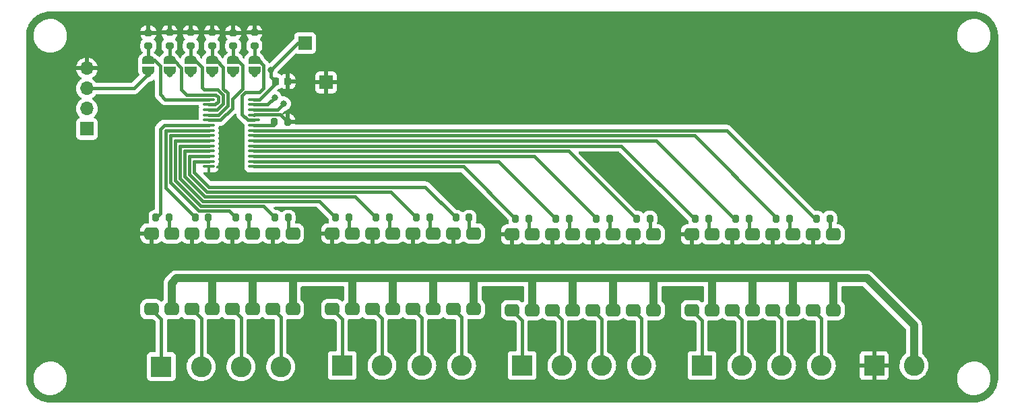
<source format=gtl>
%TF.GenerationSoftware,KiCad,Pcbnew,(6.0.0)*%
%TF.CreationDate,2022-10-09T23:28:55-04:00*%
%TF.ProjectId,i2c 24vout,69326320-3234-4766-9f75-742e6b696361,rev?*%
%TF.SameCoordinates,Original*%
%TF.FileFunction,Copper,L1,Top*%
%TF.FilePolarity,Positive*%
%FSLAX46Y46*%
G04 Gerber Fmt 4.6, Leading zero omitted, Abs format (unit mm)*
G04 Created by KiCad (PCBNEW (6.0.0)) date 2022-10-09 23:28:55*
%MOMM*%
%LPD*%
G01*
G04 APERTURE LIST*
G04 Aperture macros list*
%AMRoundRect*
0 Rectangle with rounded corners*
0 $1 Rounding radius*
0 $2 $3 $4 $5 $6 $7 $8 $9 X,Y pos of 4 corners*
0 Add a 4 corners polygon primitive as box body*
4,1,4,$2,$3,$4,$5,$6,$7,$8,$9,$2,$3,0*
0 Add four circle primitives for the rounded corners*
1,1,$1+$1,$2,$3*
1,1,$1+$1,$4,$5*
1,1,$1+$1,$6,$7*
1,1,$1+$1,$8,$9*
0 Add four rect primitives between the rounded corners*
20,1,$1+$1,$2,$3,$4,$5,0*
20,1,$1+$1,$4,$5,$6,$7,0*
20,1,$1+$1,$6,$7,$8,$9,0*
20,1,$1+$1,$8,$9,$2,$3,0*%
%AMFreePoly0*
4,1,22,0.500000,-0.750000,0.000000,-0.750000,0.000000,-0.745033,-0.079941,-0.743568,-0.215256,-0.701293,-0.333266,-0.622738,-0.424486,-0.514219,-0.481581,-0.384460,-0.499164,-0.250000,-0.500000,-0.250000,-0.500000,0.250000,-0.499164,0.250000,-0.499963,0.256109,-0.478152,0.396186,-0.417904,0.524511,-0.324060,0.630769,-0.204165,0.706417,-0.067858,0.745374,0.000000,0.744959,0.000000,0.750000,
0.500000,0.750000,0.500000,-0.750000,0.500000,-0.750000,$1*%
%AMFreePoly1*
4,1,20,0.000000,0.744959,0.073905,0.744508,0.209726,0.703889,0.328688,0.626782,0.421226,0.519385,0.479903,0.390333,0.500000,0.250000,0.500000,-0.250000,0.499851,-0.262216,0.476331,-0.402017,0.414519,-0.529596,0.319384,-0.634700,0.198574,-0.708877,0.061801,-0.746166,0.000000,-0.745033,0.000000,-0.750000,-0.500000,-0.750000,-0.500000,0.750000,0.000000,0.750000,0.000000,0.744959,
0.000000,0.744959,$1*%
G04 Aperture macros list end*
%TA.AperFunction,ComponentPad*%
%ADD10R,2.600000X2.600000*%
%TD*%
%TA.AperFunction,ComponentPad*%
%ADD11C,2.600000*%
%TD*%
%TA.AperFunction,SMDPad,CuDef*%
%ADD12RoundRect,0.200000X0.200000X0.275000X-0.200000X0.275000X-0.200000X-0.275000X0.200000X-0.275000X0*%
%TD*%
%TA.AperFunction,SMDPad,CuDef*%
%ADD13RoundRect,0.334400X-0.555600X0.425600X-0.555600X-0.425600X0.555600X-0.425600X0.555600X0.425600X0*%
%TD*%
%TA.AperFunction,SMDPad,CuDef*%
%ADD14FreePoly0,90.000000*%
%TD*%
%TA.AperFunction,SMDPad,CuDef*%
%ADD15FreePoly1,90.000000*%
%TD*%
%TA.AperFunction,SMDPad,CuDef*%
%ADD16RoundRect,0.200000X0.275000X-0.200000X0.275000X0.200000X-0.275000X0.200000X-0.275000X-0.200000X0*%
%TD*%
%TA.AperFunction,SMDPad,CuDef*%
%ADD17RoundRect,0.225000X-0.225000X-0.250000X0.225000X-0.250000X0.225000X0.250000X-0.225000X0.250000X0*%
%TD*%
%TA.AperFunction,ComponentPad*%
%ADD18R,1.700000X1.700000*%
%TD*%
%TA.AperFunction,ComponentPad*%
%ADD19O,1.700000X1.700000*%
%TD*%
%TA.AperFunction,SMDPad,CuDef*%
%ADD20RoundRect,0.200000X-0.200000X-0.275000X0.200000X-0.275000X0.200000X0.275000X-0.200000X0.275000X0*%
%TD*%
%TA.AperFunction,SMDPad,CuDef*%
%ADD21RoundRect,0.100000X-0.637500X-0.100000X0.637500X-0.100000X0.637500X0.100000X-0.637500X0.100000X0*%
%TD*%
%TA.AperFunction,ViaPad*%
%ADD22C,0.800000*%
%TD*%
%TA.AperFunction,Conductor*%
%ADD23C,0.400000*%
%TD*%
%TA.AperFunction,Conductor*%
%ADD24C,1.000000*%
%TD*%
G04 APERTURE END LIST*
D10*
%TO.P,J1,1,Pin_1*%
%TO.N,GND*%
X197946000Y-125313000D03*
D11*
%TO.P,J1,2,Pin_2*%
%TO.N,+24V*%
X202946000Y-125313000D03*
%TD*%
D10*
%TO.P,J4,1,Pin_1*%
%TO.N,Net-(C9-Pad1)*%
X153703000Y-125313000D03*
D11*
%TO.P,J4,2,Pin_2*%
%TO.N,Net-(C10-Pad1)*%
X158703000Y-125313000D03*
%TO.P,J4,3,Pin_3*%
%TO.N,Net-(C11-Pad1)*%
X163703000Y-125313000D03*
%TO.P,J4,4,Pin_4*%
%TO.N,Net-(C12-Pad1)*%
X168703000Y-125313000D03*
%TD*%
D12*
%TO.P,R9,1*%
%TO.N,Net-(R9-Pad1)*%
X154535000Y-106847000D03*
%TO.P,R9,2*%
%TO.N,/pwm8*%
X152885000Y-106847000D03*
%TD*%
D13*
%TO.P,U1,1*%
%TO.N,Net-(R4-Pad1)*%
X124881000Y-108702000D03*
%TO.P,U1,2*%
%TO.N,GND*%
X122341000Y-108702000D03*
%TO.P,U1,3*%
%TO.N,Net-(R3-Pad1)*%
X119801000Y-108702000D03*
%TO.P,U1,4*%
%TO.N,GND*%
X117261000Y-108702000D03*
%TO.P,U1,5*%
%TO.N,Net-(R2-Pad1)*%
X114721000Y-108702000D03*
%TO.P,U1,6*%
%TO.N,GND*%
X112181000Y-108702000D03*
%TO.P,U1,7*%
%TO.N,Net-(R1-Pad1)*%
X109641000Y-108702000D03*
%TO.P,U1,8*%
%TO.N,GND*%
X107101000Y-108702000D03*
%TO.P,U1,9*%
%TO.N,Net-(C1-Pad1)*%
X107101000Y-118222000D03*
%TO.P,U1,10*%
%TO.N,+24V*%
X109641000Y-118222000D03*
%TO.P,U1,11*%
%TO.N,Net-(C2-Pad1)*%
X112181000Y-118222000D03*
%TO.P,U1,12*%
%TO.N,+24V*%
X114721000Y-118222000D03*
%TO.P,U1,13*%
%TO.N,Net-(C3-Pad1)*%
X117261000Y-118222000D03*
%TO.P,U1,14*%
%TO.N,+24V*%
X119801000Y-118222000D03*
%TO.P,U1,15*%
%TO.N,Net-(C4-Pad1)*%
X122341000Y-118222000D03*
%TO.P,U1,16*%
%TO.N,+24V*%
X124881000Y-118222000D03*
%TD*%
%TO.P,U4,1*%
%TO.N,Net-(R16-Pad1)*%
X192826000Y-108818000D03*
%TO.P,U4,2*%
%TO.N,GND*%
X190286000Y-108818000D03*
%TO.P,U4,3*%
%TO.N,Net-(R15-Pad1)*%
X187746000Y-108818000D03*
%TO.P,U4,4*%
%TO.N,GND*%
X185206000Y-108818000D03*
%TO.P,U4,5*%
%TO.N,Net-(R14-Pad1)*%
X182666000Y-108818000D03*
%TO.P,U4,6*%
%TO.N,GND*%
X180126000Y-108818000D03*
%TO.P,U4,7*%
%TO.N,Net-(R13-Pad1)*%
X177586000Y-108818000D03*
%TO.P,U4,8*%
%TO.N,GND*%
X175046000Y-108818000D03*
%TO.P,U4,9*%
%TO.N,Net-(C13-Pad1)*%
X175046000Y-118338000D03*
%TO.P,U4,10*%
%TO.N,+24V*%
X177586000Y-118338000D03*
%TO.P,U4,11*%
%TO.N,Net-(C14-Pad1)*%
X180126000Y-118338000D03*
%TO.P,U4,12*%
%TO.N,+24V*%
X182666000Y-118338000D03*
%TO.P,U4,13*%
%TO.N,Net-(C15-Pad1)*%
X185206000Y-118338000D03*
%TO.P,U4,14*%
%TO.N,+24V*%
X187746000Y-118338000D03*
%TO.P,U4,15*%
%TO.N,Net-(C16-Pad1)*%
X190286000Y-118338000D03*
%TO.P,U4,16*%
%TO.N,+24V*%
X192826000Y-118338000D03*
%TD*%
D14*
%TO.P,JP6,1,A*%
%TO.N,VCC*%
X120055000Y-88193000D03*
D15*
%TO.P,JP6,2,B*%
%TO.N,Net-(JP6-Pad2)*%
X120055000Y-86893000D03*
%TD*%
D16*
%TO.P,R33,1*%
%TO.N,Net-(JP1-Pad2)*%
X106720000Y-85096000D03*
%TO.P,R33,2*%
%TO.N,GND*%
X106720000Y-83446000D03*
%TD*%
D12*
%TO.P,R5,1*%
%TO.N,Net-(R5-Pad1)*%
X131929000Y-106720000D03*
%TO.P,R5,2*%
%TO.N,/pwm4*%
X130279000Y-106720000D03*
%TD*%
D14*
%TO.P,JP3,1,A*%
%TO.N,VCC*%
X112054000Y-88193000D03*
D15*
%TO.P,JP3,2,B*%
%TO.N,Net-(JP3-Pad2)*%
X112054000Y-86893000D03*
%TD*%
D12*
%TO.P,R2,1*%
%TO.N,Net-(R2-Pad1)*%
X114276000Y-106720000D03*
%TO.P,R2,2*%
%TO.N,/pwm1*%
X112626000Y-106720000D03*
%TD*%
D10*
%TO.P,J2,1,Pin_1*%
%TO.N,Net-(C1-Pad1)*%
X108364000Y-125440000D03*
D11*
%TO.P,J2,2,Pin_2*%
%TO.N,Net-(C2-Pad1)*%
X113364000Y-125440000D03*
%TO.P,J2,3,Pin_3*%
%TO.N,Net-(C3-Pad1)*%
X118364000Y-125440000D03*
%TO.P,J2,4,Pin_4*%
%TO.N,Net-(C4-Pad1)*%
X123364000Y-125440000D03*
%TD*%
D14*
%TO.P,JP1,1,A*%
%TO.N,VCC*%
X106720000Y-88193000D03*
D15*
%TO.P,JP1,2,B*%
%TO.N,Net-(JP1-Pad2)*%
X106720000Y-86893000D03*
%TD*%
D12*
%TO.P,R12,1*%
%TO.N,Net-(R12-Pad1)*%
X169775000Y-106847000D03*
%TO.P,R12,2*%
%TO.N,/pwm11*%
X168125000Y-106847000D03*
%TD*%
D10*
%TO.P,J3,1,Pin_1*%
%TO.N,Net-(C5-Pad1)*%
X131097000Y-125313000D03*
D11*
%TO.P,J3,2,Pin_2*%
%TO.N,Net-(C6-Pad1)*%
X136097000Y-125313000D03*
%TO.P,J3,3,Pin_3*%
%TO.N,Net-(C7-Pad1)*%
X141097000Y-125313000D03*
%TO.P,J3,4,Pin_4*%
%TO.N,Net-(C8-Pad1)*%
X146097000Y-125313000D03*
%TD*%
D12*
%TO.P,R3,1*%
%TO.N,Net-(R3-Pad1)*%
X119356000Y-106720000D03*
%TO.P,R3,2*%
%TO.N,/pwm2*%
X117706000Y-106720000D03*
%TD*%
D14*
%TO.P,JP2,1,A*%
%TO.N,VCC*%
X109387000Y-88193000D03*
D15*
%TO.P,JP2,2,B*%
%TO.N,Net-(JP2-Pad2)*%
X109387000Y-86893000D03*
%TD*%
D17*
%TO.P,C17,1*%
%TO.N,VCC*%
X122709000Y-89575000D03*
%TO.P,C17,2*%
%TO.N,GND*%
X124259000Y-89575000D03*
%TD*%
D12*
%TO.P,R11,1*%
%TO.N,Net-(R11-Pad1)*%
X164695000Y-106847000D03*
%TO.P,R11,2*%
%TO.N,/pwm10*%
X163045000Y-106847000D03*
%TD*%
%TO.P,R4,1*%
%TO.N,Net-(R4-Pad1)*%
X124309000Y-106720000D03*
%TO.P,R4,2*%
%TO.N,/pwm3*%
X122659000Y-106720000D03*
%TD*%
D16*
%TO.P,R38,1*%
%TO.N,Net-(JP6-Pad2)*%
X120055000Y-85081000D03*
%TO.P,R38,2*%
%TO.N,GND*%
X120055000Y-83431000D03*
%TD*%
D18*
%TO.P,J6,1,Pin_1*%
%TO.N,/scl*%
X99000000Y-95544000D03*
D19*
%TO.P,J6,2,Pin_2*%
%TO.N,/sda*%
X99000000Y-93004000D03*
%TO.P,J6,3,Pin_3*%
%TO.N,VCC*%
X99000000Y-90464000D03*
%TO.P,J6,4,Pin_4*%
%TO.N,GND*%
X99000000Y-87924000D03*
%TD*%
D20*
%TO.P,R39,1*%
%TO.N,Net-(R39-Pad1)*%
X122583000Y-94655000D03*
%TO.P,R39,2*%
%TO.N,GND*%
X124233000Y-94655000D03*
%TD*%
D12*
%TO.P,R10,1*%
%TO.N,Net-(R10-Pad1)*%
X159615000Y-106847000D03*
%TO.P,R10,2*%
%TO.N,/pwm9*%
X157965000Y-106847000D03*
%TD*%
%TO.P,R14,1*%
%TO.N,Net-(R14-Pad1)*%
X182221000Y-106847000D03*
%TO.P,R14,2*%
%TO.N,/pwm13*%
X180571000Y-106847000D03*
%TD*%
D21*
%TO.P,U5,1,A0*%
%TO.N,Net-(JP1-Pad2)*%
X114322500Y-91834000D03*
%TO.P,U5,2,A1*%
%TO.N,Net-(JP2-Pad2)*%
X114322500Y-92484000D03*
%TO.P,U5,3,A2*%
%TO.N,Net-(JP3-Pad2)*%
X114322500Y-93134000D03*
%TO.P,U5,4,A3*%
%TO.N,Net-(JP4-Pad2)*%
X114322500Y-93784000D03*
%TO.P,U5,5,A4*%
%TO.N,Net-(JP5-Pad2)*%
X114322500Y-94434000D03*
%TO.P,U5,6,LED0*%
%TO.N,/pwm0*%
X114322500Y-95084000D03*
%TO.P,U5,7,LED1*%
%TO.N,/pwm1*%
X114322500Y-95734000D03*
%TO.P,U5,8,LED2*%
%TO.N,/pwm2*%
X114322500Y-96384000D03*
%TO.P,U5,9,LED3*%
%TO.N,/pwm3*%
X114322500Y-97034000D03*
%TO.P,U5,10,LED4*%
%TO.N,/pwm4*%
X114322500Y-97684000D03*
%TO.P,U5,11,LED5*%
%TO.N,/pwm5*%
X114322500Y-98334000D03*
%TO.P,U5,12,LED6*%
%TO.N,/pwm6*%
X114322500Y-98984000D03*
%TO.P,U5,13,LED7*%
%TO.N,/pwm7*%
X114322500Y-99634000D03*
%TO.P,U5,14,VSS*%
%TO.N,GND*%
X114322500Y-100284000D03*
%TO.P,U5,15,LED8*%
%TO.N,/pwm8*%
X120047500Y-100284000D03*
%TO.P,U5,16,LED9*%
%TO.N,/pwm9*%
X120047500Y-99634000D03*
%TO.P,U5,17,LED10*%
%TO.N,/pwm10*%
X120047500Y-98984000D03*
%TO.P,U5,18,LED11*%
%TO.N,/pwm11*%
X120047500Y-98334000D03*
%TO.P,U5,19,LED12*%
%TO.N,/pwm12*%
X120047500Y-97684000D03*
%TO.P,U5,20,LED13*%
%TO.N,/pwm13*%
X120047500Y-97034000D03*
%TO.P,U5,21,LED14*%
%TO.N,/pwm14*%
X120047500Y-96384000D03*
%TO.P,U5,22,LED15*%
%TO.N,/pwm15*%
X120047500Y-95734000D03*
%TO.P,U5,23,~{OE}*%
%TO.N,Net-(R39-Pad1)*%
X120047500Y-95084000D03*
%TO.P,U5,24,A5*%
%TO.N,Net-(JP6-Pad2)*%
X120047500Y-94434000D03*
%TO.P,U5,25,EXTCLK*%
%TO.N,GND*%
X120047500Y-93784000D03*
%TO.P,U5,26,SCL*%
%TO.N,/scl*%
X120047500Y-93134000D03*
%TO.P,U5,27,SDA*%
%TO.N,/sda*%
X120047500Y-92484000D03*
%TO.P,U5,28,VDD*%
%TO.N,VCC*%
X120047500Y-91834000D03*
%TD*%
D10*
%TO.P,J5,1,Pin_1*%
%TO.N,Net-(C13-Pad1)*%
X176309000Y-125313000D03*
D11*
%TO.P,J5,2,Pin_2*%
%TO.N,Net-(C14-Pad1)*%
X181309000Y-125313000D03*
%TO.P,J5,3,Pin_3*%
%TO.N,Net-(C15-Pad1)*%
X186309000Y-125313000D03*
%TO.P,J5,4,Pin_4*%
%TO.N,Net-(C16-Pad1)*%
X191309000Y-125313000D03*
%TD*%
D16*
%TO.P,R37,1*%
%TO.N,Net-(JP5-Pad2)*%
X117388000Y-85096000D03*
%TO.P,R37,2*%
%TO.N,GND*%
X117388000Y-83446000D03*
%TD*%
D18*
%TO.P,J9,1,Pin_1*%
%TO.N,GND*%
X129072000Y-89702000D03*
%TD*%
D12*
%TO.P,R8,1*%
%TO.N,Net-(R8-Pad1)*%
X147042000Y-106720000D03*
%TO.P,R8,2*%
%TO.N,/pwm7*%
X145392000Y-106720000D03*
%TD*%
D18*
%TO.P,J8,1,Pin_1*%
%TO.N,VCC*%
X126405000Y-84749000D03*
%TD*%
D12*
%TO.P,R1,1*%
%TO.N,Net-(R1-Pad1)*%
X109323000Y-106720000D03*
%TO.P,R1,2*%
%TO.N,/pwm0*%
X107673000Y-106720000D03*
%TD*%
D16*
%TO.P,R36,1*%
%TO.N,Net-(JP4-Pad2)*%
X114721000Y-85081000D03*
%TO.P,R36,2*%
%TO.N,GND*%
X114721000Y-83431000D03*
%TD*%
D12*
%TO.P,R16,1*%
%TO.N,Net-(R16-Pad1)*%
X192381000Y-106847000D03*
%TO.P,R16,2*%
%TO.N,/pwm15*%
X190731000Y-106847000D03*
%TD*%
D16*
%TO.P,R35,1*%
%TO.N,Net-(JP3-Pad2)*%
X112054000Y-85081000D03*
%TO.P,R35,2*%
%TO.N,GND*%
X112054000Y-83431000D03*
%TD*%
D14*
%TO.P,JP5,1,A*%
%TO.N,VCC*%
X117388000Y-88193000D03*
D15*
%TO.P,JP5,2,B*%
%TO.N,Net-(JP5-Pad2)*%
X117388000Y-86893000D03*
%TD*%
D13*
%TO.P,U2,1*%
%TO.N,Net-(R8-Pad1)*%
X147614000Y-108702000D03*
%TO.P,U2,2*%
%TO.N,GND*%
X145074000Y-108702000D03*
%TO.P,U2,3*%
%TO.N,Net-(R7-Pad1)*%
X142534000Y-108702000D03*
%TO.P,U2,4*%
%TO.N,GND*%
X139994000Y-108702000D03*
%TO.P,U2,5*%
%TO.N,Net-(R6-Pad1)*%
X137454000Y-108702000D03*
%TO.P,U2,6*%
%TO.N,GND*%
X134914000Y-108702000D03*
%TO.P,U2,7*%
%TO.N,Net-(R5-Pad1)*%
X132374000Y-108702000D03*
%TO.P,U2,8*%
%TO.N,GND*%
X129834000Y-108702000D03*
%TO.P,U2,9*%
%TO.N,Net-(C5-Pad1)*%
X129834000Y-118222000D03*
%TO.P,U2,10*%
%TO.N,+24V*%
X132374000Y-118222000D03*
%TO.P,U2,11*%
%TO.N,Net-(C6-Pad1)*%
X134914000Y-118222000D03*
%TO.P,U2,12*%
%TO.N,+24V*%
X137454000Y-118222000D03*
%TO.P,U2,13*%
%TO.N,Net-(C7-Pad1)*%
X139994000Y-118222000D03*
%TO.P,U2,14*%
%TO.N,+24V*%
X142534000Y-118222000D03*
%TO.P,U2,15*%
%TO.N,Net-(C8-Pad1)*%
X145074000Y-118222000D03*
%TO.P,U2,16*%
%TO.N,+24V*%
X147614000Y-118222000D03*
%TD*%
D14*
%TO.P,JP4,1,A*%
%TO.N,VCC*%
X114721000Y-88193000D03*
D15*
%TO.P,JP4,2,B*%
%TO.N,Net-(JP4-Pad2)*%
X114721000Y-86893000D03*
%TD*%
D13*
%TO.P,U3,1*%
%TO.N,Net-(R12-Pad1)*%
X170220000Y-108818000D03*
%TO.P,U3,2*%
%TO.N,GND*%
X167680000Y-108818000D03*
%TO.P,U3,3*%
%TO.N,Net-(R11-Pad1)*%
X165140000Y-108818000D03*
%TO.P,U3,4*%
%TO.N,GND*%
X162600000Y-108818000D03*
%TO.P,U3,5*%
%TO.N,Net-(R10-Pad1)*%
X160060000Y-108818000D03*
%TO.P,U3,6*%
%TO.N,GND*%
X157520000Y-108818000D03*
%TO.P,U3,7*%
%TO.N,Net-(R9-Pad1)*%
X154980000Y-108818000D03*
%TO.P,U3,8*%
%TO.N,GND*%
X152440000Y-108818000D03*
%TO.P,U3,9*%
%TO.N,Net-(C9-Pad1)*%
X152440000Y-118338000D03*
%TO.P,U3,10*%
%TO.N,+24V*%
X154980000Y-118338000D03*
%TO.P,U3,11*%
%TO.N,Net-(C10-Pad1)*%
X157520000Y-118338000D03*
%TO.P,U3,12*%
%TO.N,+24V*%
X160060000Y-118338000D03*
%TO.P,U3,13*%
%TO.N,Net-(C11-Pad1)*%
X162600000Y-118338000D03*
%TO.P,U3,14*%
%TO.N,+24V*%
X165140000Y-118338000D03*
%TO.P,U3,15*%
%TO.N,Net-(C12-Pad1)*%
X167680000Y-118338000D03*
%TO.P,U3,16*%
%TO.N,+24V*%
X170220000Y-118338000D03*
%TD*%
D12*
%TO.P,R13,1*%
%TO.N,Net-(R13-Pad1)*%
X177141000Y-106847000D03*
%TO.P,R13,2*%
%TO.N,/pwm12*%
X175491000Y-106847000D03*
%TD*%
%TO.P,R7,1*%
%TO.N,Net-(R7-Pad1)*%
X142089000Y-106720000D03*
%TO.P,R7,2*%
%TO.N,/pwm6*%
X140439000Y-106720000D03*
%TD*%
%TO.P,R6,1*%
%TO.N,Net-(R6-Pad1)*%
X137009000Y-106720000D03*
%TO.P,R6,2*%
%TO.N,/pwm5*%
X135359000Y-106720000D03*
%TD*%
D16*
%TO.P,R34,1*%
%TO.N,Net-(JP2-Pad2)*%
X109387000Y-85081000D03*
%TO.P,R34,2*%
%TO.N,GND*%
X109387000Y-83431000D03*
%TD*%
D12*
%TO.P,R15,1*%
%TO.N,Net-(R15-Pad1)*%
X187301000Y-106847000D03*
%TO.P,R15,2*%
%TO.N,/pwm14*%
X185651000Y-106847000D03*
%TD*%
D22*
%TO.N,VCC*%
X120055000Y-88686000D03*
X114721000Y-88686000D03*
X106720000Y-88686000D03*
X112054000Y-88686000D03*
X109387000Y-88686000D03*
X117388000Y-88686000D03*
X122087000Y-88178000D03*
%TO.N,/scl*%
X123738000Y-92369000D03*
%TO.N,/sda*%
X122595000Y-91607000D03*
%TD*%
D23*
%TO.N,Net-(C1-Pad1)*%
X108364000Y-119485000D02*
X108364000Y-125440000D01*
X107101000Y-118222000D02*
X108364000Y-119485000D01*
%TO.N,GND*%
X120065500Y-93766000D02*
X120047500Y-93784000D01*
X124233000Y-94655000D02*
X123344000Y-93766000D01*
X123344000Y-93766000D02*
X120065500Y-93766000D01*
%TO.N,Net-(C2-Pad1)*%
X113364000Y-119405000D02*
X112181000Y-118222000D01*
X113364000Y-125440000D02*
X113364000Y-119405000D01*
%TO.N,Net-(C3-Pad1)*%
X118364000Y-119325000D02*
X117261000Y-118222000D01*
X118364000Y-125440000D02*
X118364000Y-119325000D01*
%TO.N,Net-(C4-Pad1)*%
X123364000Y-125440000D02*
X123364000Y-119245000D01*
X123364000Y-119245000D02*
X122341000Y-118222000D01*
%TO.N,Net-(C5-Pad1)*%
X131097000Y-119485000D02*
X129834000Y-118222000D01*
X131097000Y-125313000D02*
X131097000Y-119485000D01*
%TO.N,Net-(C6-Pad1)*%
X136097000Y-119405000D02*
X134914000Y-118222000D01*
X136097000Y-125313000D02*
X136097000Y-119405000D01*
%TO.N,Net-(C7-Pad1)*%
X141097000Y-125313000D02*
X141097000Y-119325000D01*
X141097000Y-119325000D02*
X139994000Y-118222000D01*
%TO.N,Net-(C8-Pad1)*%
X146097000Y-119245000D02*
X145074000Y-118222000D01*
X146097000Y-125313000D02*
X146097000Y-119245000D01*
%TO.N,Net-(C9-Pad1)*%
X153703000Y-119601000D02*
X152440000Y-118338000D01*
X153703000Y-125313000D02*
X153703000Y-119601000D01*
%TO.N,Net-(C10-Pad1)*%
X158703000Y-125313000D02*
X158703000Y-119521000D01*
X158703000Y-119521000D02*
X157520000Y-118338000D01*
%TO.N,Net-(C11-Pad1)*%
X163703000Y-125313000D02*
X163703000Y-119441000D01*
X163703000Y-119441000D02*
X162600000Y-118338000D01*
%TO.N,Net-(C12-Pad1)*%
X168703000Y-119361000D02*
X167680000Y-118338000D01*
X168703000Y-125313000D02*
X168703000Y-119361000D01*
%TO.N,Net-(C13-Pad1)*%
X176309000Y-125313000D02*
X176309000Y-119601000D01*
X176309000Y-119601000D02*
X175046000Y-118338000D01*
%TO.N,Net-(C14-Pad1)*%
X181309000Y-119521000D02*
X180126000Y-118338000D01*
X181309000Y-125313000D02*
X181309000Y-119521000D01*
%TO.N,Net-(C15-Pad1)*%
X186309000Y-119441000D02*
X185206000Y-118338000D01*
X186309000Y-125313000D02*
X186309000Y-119441000D01*
%TO.N,Net-(C16-Pad1)*%
X191309000Y-125313000D02*
X191309000Y-119361000D01*
X191309000Y-119361000D02*
X190286000Y-118338000D01*
%TO.N,VCC*%
X120047500Y-91834000D02*
X120675850Y-91834000D01*
X122087000Y-88178000D02*
X122087000Y-88953000D01*
X122087000Y-88953000D02*
X122709000Y-89575000D01*
X122709000Y-89800850D02*
X122709000Y-89575000D01*
X120675850Y-91834000D02*
X122709000Y-89800850D01*
X125516000Y-84749000D02*
X126405000Y-84749000D01*
X122087000Y-88178000D02*
X125516000Y-84749000D01*
X104942000Y-90464000D02*
X106720000Y-88686000D01*
X104942000Y-90464000D02*
X99000000Y-90464000D01*
D24*
%TO.N,+24V*%
X119801000Y-114340000D02*
X124754000Y-114340000D01*
X202946000Y-120269000D02*
X202946000Y-125313000D01*
X110276000Y-114340000D02*
X114721000Y-114340000D01*
X170220000Y-114467000D02*
X170093000Y-114340000D01*
X132374000Y-114467000D02*
X132501000Y-114340000D01*
X192826000Y-114594000D02*
X193080000Y-114340000D01*
X177586000Y-114340000D02*
X182920000Y-114340000D01*
X147614000Y-114340000D02*
X154726000Y-114340000D01*
X165140000Y-118338000D02*
X165140000Y-114467000D01*
X182666000Y-118338000D02*
X182666000Y-114594000D01*
X142407000Y-114340000D02*
X147614000Y-114340000D01*
X182920000Y-114340000D02*
X187746000Y-114340000D01*
X114721000Y-114340000D02*
X119801000Y-114340000D01*
X154726000Y-114340000D02*
X159933000Y-114340000D01*
X197017000Y-114340000D02*
X202946000Y-120269000D01*
X177586000Y-118338000D02*
X177586000Y-114340000D01*
X137454000Y-114340000D02*
X142407000Y-114340000D01*
X147614000Y-118222000D02*
X147614000Y-114340000D01*
X154980000Y-114594000D02*
X154726000Y-114340000D01*
X142534000Y-114467000D02*
X142407000Y-114340000D01*
X142534000Y-118222000D02*
X142534000Y-114467000D01*
X187746000Y-114340000D02*
X193080000Y-114340000D01*
X160060000Y-118338000D02*
X160060000Y-114467000D01*
X170093000Y-114340000D02*
X177586000Y-114340000D01*
X154980000Y-118338000D02*
X154980000Y-114594000D01*
X114721000Y-118222000D02*
X114721000Y-114340000D01*
X170220000Y-118338000D02*
X170220000Y-114467000D01*
X124881000Y-114467000D02*
X124754000Y-114340000D01*
X182666000Y-114594000D02*
X182920000Y-114340000D01*
X187746000Y-118338000D02*
X187746000Y-114340000D01*
X193080000Y-114340000D02*
X197017000Y-114340000D01*
X132374000Y-118222000D02*
X132374000Y-114467000D01*
X109641000Y-118222000D02*
X109641000Y-114975000D01*
X109641000Y-114975000D02*
X110276000Y-114340000D01*
X137454000Y-118222000D02*
X137454000Y-114340000D01*
X119801000Y-118222000D02*
X119801000Y-114340000D01*
X160060000Y-114467000D02*
X159933000Y-114340000D01*
X165013000Y-114340000D02*
X170093000Y-114340000D01*
X159933000Y-114340000D02*
X165013000Y-114340000D01*
X132501000Y-114340000D02*
X137454000Y-114340000D01*
X124881000Y-118222000D02*
X124881000Y-114467000D01*
X165140000Y-114467000D02*
X165013000Y-114340000D01*
X124754000Y-114340000D02*
X132501000Y-114340000D01*
X192826000Y-118338000D02*
X192826000Y-114594000D01*
D23*
%TO.N,/scl*%
X120047500Y-93134000D02*
X122973000Y-93134000D01*
X122973000Y-93134000D02*
X123738000Y-92369000D01*
%TO.N,/sda*%
X120047500Y-92484000D02*
X121718000Y-92484000D01*
X121718000Y-92484000D02*
X122595000Y-91607000D01*
%TO.N,Net-(JP1-Pad2)*%
X108237480Y-87663480D02*
X107467000Y-86893000D01*
X107467000Y-86893000D02*
X106720000Y-86893000D01*
X106720000Y-85096000D02*
X106720000Y-86893000D01*
X108237480Y-91219480D02*
X108237480Y-87663480D01*
X114322500Y-91834000D02*
X108852000Y-91834000D01*
X108852000Y-91834000D02*
X108237480Y-91219480D01*
%TO.N,Net-(JP2-Pad2)*%
X110904489Y-87895483D02*
X110904489Y-90584489D01*
X109387000Y-86893000D02*
X109902006Y-86893000D01*
X115166907Y-91234480D02*
X115483000Y-91550573D01*
X115116427Y-92484000D02*
X114322500Y-92484000D01*
X109387000Y-85081000D02*
X109387000Y-86893000D01*
X115483000Y-92117427D02*
X115116427Y-92484000D01*
X110904489Y-90584489D02*
X111554480Y-91234480D01*
X109902006Y-86893000D02*
X110904489Y-87895483D01*
X111554480Y-91234480D02*
X115166907Y-91234480D01*
X115483000Y-91550573D02*
X115483000Y-92117427D01*
%TO.N,Net-(JP3-Pad2)*%
X116082520Y-91302244D02*
X116082520Y-92365757D01*
X112569006Y-86893000D02*
X113451000Y-87774994D01*
X112054000Y-86893000D02*
X112569006Y-86893000D01*
X115314277Y-93134000D02*
X114322500Y-93134000D01*
X113451000Y-87774994D02*
X113451000Y-90337000D01*
X113451000Y-90337000D02*
X113748960Y-90634960D01*
X116082520Y-92365757D02*
X115314277Y-93134000D01*
X113748960Y-90634960D02*
X115415236Y-90634960D01*
X112054000Y-85081000D02*
X112054000Y-86893000D01*
X115415236Y-90634960D02*
X116082520Y-91302244D01*
%TO.N,Net-(JP4-Pad2)*%
X114721000Y-86893000D02*
X115236006Y-86893000D01*
X116682040Y-91053914D02*
X116682040Y-92614087D01*
X116682040Y-92614087D02*
X115512127Y-93784000D01*
X115236006Y-86893000D02*
X116118000Y-87774994D01*
X114721000Y-85081000D02*
X114721000Y-86893000D01*
X116118000Y-87774994D02*
X116118000Y-90489874D01*
X116118000Y-90489874D02*
X116682040Y-91053914D01*
X115512127Y-93784000D02*
X114322500Y-93784000D01*
%TO.N,Net-(JP5-Pad2)*%
X117903006Y-86893000D02*
X117388000Y-86893000D01*
X118537520Y-87527514D02*
X117903006Y-86893000D01*
X118537520Y-88552480D02*
X118537520Y-87527514D01*
X117388000Y-85096000D02*
X117388000Y-86893000D01*
X117281560Y-91739670D02*
X117281560Y-92955052D01*
X118537520Y-88552480D02*
X118537520Y-90483710D01*
X117281560Y-92955052D02*
X115802613Y-94434000D01*
X115802613Y-94434000D02*
X114322500Y-94434000D01*
X118537520Y-90483710D02*
X117281560Y-91739670D01*
%TO.N,Net-(JP6-Pad2)*%
X118516080Y-93696507D02*
X119253573Y-94434000D01*
X121204520Y-87527514D02*
X121204520Y-90457480D01*
X120570006Y-86893000D02*
X121204520Y-87527514D01*
X118516080Y-91353000D02*
X118516080Y-93696507D01*
X118897080Y-90972000D02*
X118516080Y-91353000D01*
X119253573Y-94434000D02*
X120047500Y-94434000D01*
X121204520Y-90457480D02*
X120690000Y-90972000D01*
X120055000Y-86893000D02*
X120570006Y-86893000D01*
X120055000Y-85081000D02*
X120055000Y-86893000D01*
X120690000Y-90972000D02*
X118897080Y-90972000D01*
%TO.N,Net-(R1-Pad1)*%
X109323000Y-108384000D02*
X109641000Y-108702000D01*
X109323000Y-106720000D02*
X109323000Y-108384000D01*
%TO.N,/pwm0*%
X108709670Y-95084000D02*
X108244000Y-95549671D01*
X108244000Y-95549671D02*
X108244000Y-106149000D01*
X114322500Y-95084000D02*
X108709670Y-95084000D01*
X108244000Y-106149000D02*
X107673000Y-106720000D01*
%TO.N,Net-(R2-Pad1)*%
X114276000Y-108257000D02*
X114721000Y-108702000D01*
X114276000Y-106720000D02*
X114276000Y-108257000D01*
%TO.N,/pwm1*%
X108879000Y-95762520D02*
X108879000Y-102973000D01*
X114322500Y-95734000D02*
X108907520Y-95734000D01*
X108907520Y-95734000D02*
X108879000Y-95762520D01*
X108879000Y-102973000D02*
X112626000Y-106720000D01*
%TO.N,Net-(R3-Pad1)*%
X119356000Y-108257000D02*
X119801000Y-108702000D01*
X119356000Y-106720000D02*
X119356000Y-108257000D01*
%TO.N,/pwm2*%
X109486480Y-96333520D02*
X114272020Y-96333520D01*
X117706000Y-106720000D02*
X116831480Y-105845480D01*
X113074328Y-105845480D02*
X109478520Y-102249672D01*
X116831480Y-105845480D02*
X113074328Y-105845480D01*
X109478520Y-96341480D02*
X109486480Y-96333520D01*
X109478520Y-102249672D02*
X109478520Y-96341480D01*
X114272020Y-96333520D02*
X114322500Y-96384000D01*
%TO.N,Net-(R4-Pad1)*%
X124309000Y-108130000D02*
X124881000Y-108702000D01*
X124309000Y-106720000D02*
X124309000Y-108130000D01*
%TO.N,/pwm3*%
X121184960Y-105245960D02*
X122659000Y-106720000D01*
X113322659Y-105245960D02*
X121184960Y-105245960D01*
X110078040Y-97034000D02*
X110078040Y-102001341D01*
X114322500Y-97034000D02*
X110078040Y-97034000D01*
X110078040Y-102001341D02*
X113322659Y-105245960D01*
%TO.N,Net-(R5-Pad1)*%
X131929000Y-108257000D02*
X132374000Y-108702000D01*
X131929000Y-106720000D02*
X131929000Y-108257000D01*
%TO.N,/pwm4*%
X110677560Y-97684000D02*
X110677560Y-101753011D01*
X114322500Y-97684000D02*
X110677560Y-97684000D01*
X113570989Y-104646440D02*
X128205440Y-104646440D01*
X110677560Y-101753011D02*
X113570989Y-104646440D01*
X128205440Y-104646440D02*
X130279000Y-106720000D01*
%TO.N,Net-(R6-Pad1)*%
X137009000Y-108257000D02*
X137454000Y-108702000D01*
X137009000Y-106720000D02*
X137009000Y-108257000D01*
%TO.N,/pwm5*%
X113819319Y-104046920D02*
X132685920Y-104046920D01*
X111277080Y-101504681D02*
X113819319Y-104046920D01*
X114322500Y-98320500D02*
X114285520Y-98283520D01*
X114322500Y-98334000D02*
X114322500Y-98320500D01*
X114285520Y-98283520D02*
X111277080Y-98283520D01*
X132685920Y-104046920D02*
X135359000Y-106720000D01*
X111277080Y-98283520D02*
X111277080Y-101504681D01*
%TO.N,Net-(R7-Pad1)*%
X142089000Y-106720000D02*
X142089000Y-108257000D01*
X142089000Y-108257000D02*
X142534000Y-108702000D01*
%TO.N,/pwm6*%
X111876600Y-99023400D02*
X111876600Y-101256351D01*
X111876600Y-101256351D02*
X114067649Y-103447400D01*
X114322500Y-98984000D02*
X111916000Y-98984000D01*
X111916000Y-98984000D02*
X111876600Y-99023400D01*
X114067649Y-103447400D02*
X137166400Y-103447400D01*
X137166400Y-103447400D02*
X140439000Y-106720000D01*
%TO.N,Net-(R8-Pad1)*%
X147042000Y-106720000D02*
X147042000Y-108130000D01*
X147042000Y-108130000D02*
X147614000Y-108702000D01*
%TO.N,/pwm7*%
X141519880Y-102847880D02*
X145392000Y-106720000D01*
X112476120Y-101008021D02*
X114315979Y-102847880D01*
X112476120Y-99693880D02*
X112476120Y-101008021D01*
X112536000Y-99634000D02*
X112476120Y-99693880D01*
X114315979Y-102847880D02*
X141519880Y-102847880D01*
X114322500Y-99634000D02*
X112536000Y-99634000D01*
%TO.N,Net-(R9-Pad1)*%
X154535000Y-106847000D02*
X154535000Y-108373000D01*
X154535000Y-108373000D02*
X154980000Y-108818000D01*
%TO.N,/pwm8*%
X146322000Y-100284000D02*
X141096000Y-100284000D01*
X120047500Y-100284000D02*
X141096000Y-100284000D01*
X152885000Y-106847000D02*
X146322000Y-100284000D01*
%TO.N,Net-(R10-Pad1)*%
X159615000Y-108373000D02*
X160060000Y-108818000D01*
X159615000Y-106847000D02*
X159615000Y-108373000D01*
%TO.N,/pwm9*%
X120047500Y-99634000D02*
X145048000Y-99634000D01*
X150752000Y-99634000D02*
X145048000Y-99634000D01*
X157965000Y-106847000D02*
X150752000Y-99634000D01*
%TO.N,Net-(R11-Pad1)*%
X164695000Y-106847000D02*
X164695000Y-108373000D01*
X164695000Y-108373000D02*
X165140000Y-108818000D01*
%TO.N,/pwm10*%
X155245000Y-98984000D02*
X154102000Y-98984000D01*
X163045000Y-106847000D02*
X163045000Y-106784000D01*
X120047500Y-98984000D02*
X154102000Y-98984000D01*
X163045000Y-106784000D02*
X155245000Y-98984000D01*
%TO.N,Net-(R12-Pad1)*%
X169775000Y-108373000D02*
X170220000Y-108818000D01*
X169775000Y-106847000D02*
X169775000Y-108373000D01*
%TO.N,/pwm11*%
X120047500Y-98334000D02*
X159548000Y-98334000D01*
X168061000Y-106847000D02*
X159548000Y-98334000D01*
X168125000Y-106847000D02*
X168061000Y-106847000D01*
%TO.N,Net-(R13-Pad1)*%
X177141000Y-108373000D02*
X177586000Y-108818000D01*
X177141000Y-106847000D02*
X177141000Y-108373000D01*
%TO.N,/pwm12*%
X175491000Y-106847000D02*
X175338000Y-106847000D01*
X120047500Y-97684000D02*
X166175000Y-97684000D01*
X175338000Y-106847000D02*
X166175000Y-97684000D01*
%TO.N,Net-(R14-Pad1)*%
X182221000Y-106847000D02*
X182221000Y-108373000D01*
X182221000Y-108373000D02*
X182666000Y-108818000D01*
%TO.N,/pwm13*%
X120047500Y-97034000D02*
X170567000Y-97034000D01*
X170567000Y-97065000D02*
X170567000Y-97034000D01*
X180349000Y-106847000D02*
X170567000Y-97065000D01*
X180571000Y-106847000D02*
X180349000Y-106847000D01*
%TO.N,Net-(R15-Pad1)*%
X187301000Y-106847000D02*
X187301000Y-108373000D01*
X187301000Y-108373000D02*
X187746000Y-108818000D01*
%TO.N,/pwm14*%
X185651000Y-106847000D02*
X185651000Y-106686000D01*
X185651000Y-106686000D02*
X175349000Y-96384000D01*
X120047500Y-96384000D02*
X175349000Y-96384000D01*
%TO.N,Net-(R16-Pad1)*%
X192381000Y-108373000D02*
X192826000Y-108818000D01*
X192381000Y-106847000D02*
X192381000Y-108373000D01*
%TO.N,/pwm15*%
X190541000Y-106847000D02*
X179428000Y-95734000D01*
X190731000Y-106847000D02*
X190541000Y-106847000D01*
X120047500Y-95734000D02*
X179428000Y-95734000D01*
%TO.N,Net-(R39-Pad1)*%
X120047500Y-95084000D02*
X122497000Y-95084000D01*
X122583000Y-94998000D02*
X122497000Y-95084000D01*
X122583000Y-94655000D02*
X122583000Y-94998000D01*
%TD*%
%TA.AperFunction,Conductor*%
%TO.N,GND*%
G36*
X210449057Y-80787500D02*
G01*
X210463858Y-80789805D01*
X210463861Y-80789805D01*
X210472730Y-80791186D01*
X210481631Y-80790022D01*
X210481635Y-80790022D01*
X210491411Y-80788743D01*
X210514342Y-80787852D01*
X210791003Y-80802351D01*
X210804119Y-80803729D01*
X211106193Y-80851573D01*
X211119093Y-80854315D01*
X211414510Y-80933472D01*
X211427053Y-80937548D01*
X211712565Y-81047145D01*
X211724614Y-81052509D01*
X211997120Y-81191358D01*
X212008536Y-81197949D01*
X212265042Y-81364526D01*
X212275702Y-81372272D01*
X212508689Y-81560941D01*
X212513379Y-81564739D01*
X212523180Y-81573564D01*
X212739436Y-81789820D01*
X212748261Y-81799621D01*
X212939519Y-82035804D01*
X212940726Y-82037295D01*
X212948474Y-82047958D01*
X213050833Y-82205577D01*
X213115048Y-82304459D01*
X213121642Y-82315880D01*
X213260491Y-82588386D01*
X213265855Y-82600435D01*
X213375452Y-82885947D01*
X213379528Y-82898489D01*
X213395944Y-82959757D01*
X213458685Y-83193907D01*
X213461427Y-83206807D01*
X213509271Y-83508881D01*
X213510649Y-83521997D01*
X213524294Y-83782356D01*
X213524764Y-83791330D01*
X213523436Y-83817312D01*
X213523195Y-83818856D01*
X213523195Y-83818860D01*
X213521814Y-83827730D01*
X213522978Y-83836632D01*
X213522978Y-83836635D01*
X213525936Y-83859251D01*
X213527000Y-83875589D01*
X213527000Y-126747965D01*
X213526112Y-126762894D01*
X213521917Y-126798050D01*
X213523398Y-126806903D01*
X213523398Y-126806905D01*
X213524987Y-126816403D01*
X213526694Y-126839440D01*
X213521665Y-127121131D01*
X213521616Y-127123851D01*
X213520655Y-127137297D01*
X213493637Y-127352406D01*
X213481644Y-127447887D01*
X213479251Y-127461152D01*
X213432130Y-127660556D01*
X213407262Y-127765790D01*
X213403463Y-127778728D01*
X213371785Y-127868524D01*
X213299326Y-128073919D01*
X213294165Y-128086379D01*
X213262418Y-128152734D01*
X213159069Y-128368746D01*
X213152605Y-128380584D01*
X212988101Y-128646892D01*
X212980408Y-128657972D01*
X212788377Y-128905171D01*
X212779549Y-128915360D01*
X212562194Y-129140616D01*
X212552328Y-129149801D01*
X212312137Y-129350535D01*
X212301339Y-129358618D01*
X212041077Y-129532519D01*
X212029477Y-129539402D01*
X211752110Y-129684491D01*
X211739843Y-129690093D01*
X211721051Y-129697487D01*
X211448561Y-129804699D01*
X211435763Y-129808958D01*
X211133893Y-129891772D01*
X211120722Y-129894638D01*
X210811717Y-129944711D01*
X210798308Y-129946152D01*
X210521577Y-129960985D01*
X210495450Y-129959666D01*
X210494831Y-129959570D01*
X210494141Y-129959462D01*
X210494139Y-129959462D01*
X210485270Y-129958081D01*
X210453750Y-129962203D01*
X210437413Y-129963267D01*
X157428316Y-129962231D01*
X94449328Y-129961000D01*
X94429948Y-129959500D01*
X94421962Y-129958257D01*
X94406270Y-129955814D01*
X94387589Y-129958257D01*
X94364658Y-129959148D01*
X94087997Y-129944649D01*
X94074881Y-129943271D01*
X93772807Y-129895427D01*
X93759907Y-129892685D01*
X93464490Y-129813528D01*
X93451947Y-129809452D01*
X93166435Y-129699855D01*
X93154386Y-129694491D01*
X92881880Y-129555642D01*
X92870464Y-129549051D01*
X92613958Y-129382474D01*
X92603295Y-129374726D01*
X92590943Y-129364723D01*
X92365621Y-129182261D01*
X92355820Y-129173436D01*
X92139564Y-128957180D01*
X92130739Y-128947379D01*
X92046791Y-128843712D01*
X91938272Y-128709702D01*
X91930526Y-128699042D01*
X91763949Y-128442536D01*
X91757358Y-128431120D01*
X91618509Y-128158614D01*
X91613145Y-128146565D01*
X91503548Y-127861053D01*
X91499472Y-127848510D01*
X91420315Y-127553093D01*
X91417573Y-127540193D01*
X91369729Y-127238119D01*
X91368351Y-127225002D01*
X91358955Y-127045703D01*
X92290743Y-127045703D01*
X92291302Y-127049947D01*
X92291302Y-127049951D01*
X92299855Y-127114913D01*
X92328268Y-127330734D01*
X92404129Y-127608036D01*
X92405813Y-127611984D01*
X92512051Y-127861053D01*
X92516923Y-127872476D01*
X92528693Y-127892142D01*
X92644943Y-128086381D01*
X92664561Y-128119161D01*
X92844313Y-128343528D01*
X93052851Y-128541423D01*
X93286317Y-128709186D01*
X93290112Y-128711195D01*
X93290113Y-128711196D01*
X93311869Y-128722715D01*
X93540392Y-128843712D01*
X93564699Y-128852607D01*
X93722902Y-128910501D01*
X93810373Y-128942511D01*
X94091264Y-129003755D01*
X94119841Y-129006004D01*
X94314282Y-129021307D01*
X94314291Y-129021307D01*
X94316739Y-129021500D01*
X94472271Y-129021500D01*
X94474407Y-129021354D01*
X94474418Y-129021354D01*
X94682548Y-129007165D01*
X94682554Y-129007164D01*
X94686825Y-129006873D01*
X94691020Y-129006004D01*
X94691022Y-129006004D01*
X94838195Y-128975526D01*
X94968342Y-128948574D01*
X95239343Y-128852607D01*
X95494812Y-128720750D01*
X95498313Y-128718289D01*
X95498317Y-128718287D01*
X95616607Y-128635151D01*
X95730023Y-128555441D01*
X95851518Y-128442541D01*
X95937479Y-128362661D01*
X95937481Y-128362658D01*
X95940622Y-128359740D01*
X96122713Y-128137268D01*
X96272927Y-127892142D01*
X96388483Y-127628898D01*
X96411894Y-127546715D01*
X96466068Y-127356534D01*
X96467244Y-127352406D01*
X96503634Y-127096713D01*
X96507146Y-127072036D01*
X96507146Y-127072034D01*
X96507751Y-127067784D01*
X96507802Y-127058229D01*
X96509235Y-126784583D01*
X96509235Y-126784576D01*
X96509257Y-126780297D01*
X96505001Y-126747965D01*
X96476956Y-126534947D01*
X96471732Y-126495266D01*
X96395871Y-126217964D01*
X96326260Y-126054765D01*
X96284763Y-125957476D01*
X96284761Y-125957472D01*
X96283077Y-125953524D01*
X96135439Y-125706839D01*
X95955687Y-125482472D01*
X95777101Y-125313000D01*
X95750258Y-125287527D01*
X95750255Y-125287525D01*
X95747149Y-125284577D01*
X95557064Y-125147987D01*
X95517172Y-125119321D01*
X95517171Y-125119320D01*
X95513683Y-125116814D01*
X95491843Y-125105250D01*
X95468654Y-125092972D01*
X95259608Y-124982288D01*
X94989627Y-124883489D01*
X94708736Y-124822245D01*
X94677685Y-124819801D01*
X94485718Y-124804693D01*
X94485709Y-124804693D01*
X94483261Y-124804500D01*
X94327729Y-124804500D01*
X94325593Y-124804646D01*
X94325582Y-124804646D01*
X94117452Y-124818835D01*
X94117446Y-124818836D01*
X94113175Y-124819127D01*
X94108980Y-124819996D01*
X94108978Y-124819996D01*
X93972416Y-124848277D01*
X93831658Y-124877426D01*
X93560657Y-124973393D01*
X93503808Y-125002735D01*
X93398034Y-125057329D01*
X93305188Y-125105250D01*
X93301687Y-125107711D01*
X93301683Y-125107713D01*
X93187582Y-125187905D01*
X93069977Y-125270559D01*
X93054892Y-125284577D01*
X92884237Y-125443160D01*
X92859378Y-125466260D01*
X92677287Y-125688732D01*
X92527073Y-125933858D01*
X92525347Y-125937791D01*
X92525346Y-125937792D01*
X92469707Y-126064542D01*
X92411517Y-126197102D01*
X92332756Y-126473594D01*
X92292249Y-126758216D01*
X92292227Y-126762505D01*
X92292226Y-126762512D01*
X92290765Y-127041417D01*
X92290743Y-127045703D01*
X91358955Y-127045703D01*
X91354236Y-126955666D01*
X91355564Y-126929688D01*
X91355805Y-126928144D01*
X91355805Y-126928140D01*
X91357186Y-126919270D01*
X91355931Y-126909669D01*
X91353064Y-126887749D01*
X91352000Y-126871411D01*
X91352000Y-117723501D01*
X105702500Y-117723501D01*
X105702501Y-118720498D01*
X105705375Y-118762669D01*
X105749680Y-118940368D01*
X105752712Y-118946475D01*
X105752713Y-118946479D01*
X105810296Y-119062479D01*
X105831110Y-119104408D01*
X105835383Y-119109723D01*
X105835384Y-119109724D01*
X105924376Y-119220408D01*
X105945865Y-119247135D01*
X105951177Y-119251406D01*
X106013915Y-119301848D01*
X106088592Y-119361890D01*
X106094698Y-119364921D01*
X106094701Y-119364923D01*
X106246521Y-119440287D01*
X106246525Y-119440288D01*
X106252632Y-119443320D01*
X106430331Y-119487625D01*
X106451514Y-119489069D01*
X106470354Y-119490354D01*
X106470365Y-119490354D01*
X106472501Y-119490500D01*
X106507882Y-119490500D01*
X107315339Y-119490499D01*
X107383460Y-119510501D01*
X107404434Y-119527404D01*
X107618595Y-119741565D01*
X107652621Y-119803877D01*
X107655500Y-119830660D01*
X107655500Y-123505500D01*
X107635498Y-123573621D01*
X107581842Y-123620114D01*
X107529500Y-123631500D01*
X107015866Y-123631500D01*
X106953684Y-123638255D01*
X106817295Y-123689385D01*
X106700739Y-123776739D01*
X106613385Y-123893295D01*
X106562255Y-124029684D01*
X106555500Y-124091866D01*
X106555500Y-126788134D01*
X106562255Y-126850316D01*
X106613385Y-126986705D01*
X106700739Y-127103261D01*
X106817295Y-127190615D01*
X106953684Y-127241745D01*
X107015866Y-127248500D01*
X109712134Y-127248500D01*
X109774316Y-127241745D01*
X109910705Y-127190615D01*
X110027261Y-127103261D01*
X110114615Y-126986705D01*
X110165745Y-126850316D01*
X110172500Y-126788134D01*
X110172500Y-124091866D01*
X110165745Y-124029684D01*
X110114615Y-123893295D01*
X110027261Y-123776739D01*
X109910705Y-123689385D01*
X109774316Y-123638255D01*
X109712134Y-123631500D01*
X109198500Y-123631500D01*
X109130379Y-123611498D01*
X109083886Y-123557842D01*
X109072500Y-123505500D01*
X109072500Y-119616500D01*
X109092502Y-119548379D01*
X109146158Y-119501886D01*
X109198500Y-119490500D01*
X110249231Y-119490499D01*
X110269498Y-119490499D01*
X110311669Y-119487625D01*
X110489368Y-119443320D01*
X110495475Y-119440288D01*
X110495479Y-119440287D01*
X110647299Y-119364923D01*
X110647302Y-119364921D01*
X110653408Y-119361890D01*
X110728086Y-119301848D01*
X110790823Y-119251406D01*
X110796135Y-119247135D01*
X110812803Y-119226404D01*
X110871076Y-119185848D01*
X110942024Y-119183235D01*
X111003123Y-119219395D01*
X111009196Y-119226403D01*
X111025865Y-119247135D01*
X111031177Y-119251406D01*
X111093915Y-119301848D01*
X111168592Y-119361890D01*
X111174698Y-119364921D01*
X111174701Y-119364923D01*
X111326521Y-119440287D01*
X111326525Y-119440288D01*
X111332632Y-119443320D01*
X111510331Y-119487625D01*
X111531514Y-119489069D01*
X111550354Y-119490354D01*
X111550365Y-119490354D01*
X111552501Y-119490500D01*
X111587882Y-119490500D01*
X112395339Y-119490499D01*
X112463460Y-119510501D01*
X112484434Y-119527404D01*
X112618595Y-119661565D01*
X112652621Y-119723877D01*
X112655500Y-119750660D01*
X112655500Y-123694446D01*
X112635498Y-123762567D01*
X112582252Y-123808872D01*
X112484763Y-123853815D01*
X112453675Y-123874197D01*
X112263881Y-123998631D01*
X112263876Y-123998635D01*
X112259968Y-124001197D01*
X112059426Y-124180188D01*
X111887544Y-124386854D01*
X111748096Y-124616656D01*
X111746287Y-124620970D01*
X111746285Y-124620974D01*
X111678442Y-124782763D01*
X111644148Y-124864545D01*
X111577981Y-125125077D01*
X111551050Y-125392526D01*
X111551274Y-125397192D01*
X111551274Y-125397197D01*
X111555531Y-125485814D01*
X111563947Y-125661019D01*
X111616388Y-125924656D01*
X111707220Y-126177646D01*
X111834450Y-126414431D01*
X111837241Y-126418168D01*
X111837245Y-126418175D01*
X111902899Y-126506096D01*
X111995281Y-126629810D01*
X111998590Y-126633090D01*
X111998595Y-126633096D01*
X112182863Y-126815762D01*
X112186180Y-126819050D01*
X112189942Y-126821808D01*
X112189945Y-126821811D01*
X112328635Y-126923502D01*
X112402954Y-126977995D01*
X112407089Y-126980171D01*
X112407093Y-126980173D01*
X112636698Y-127100975D01*
X112640840Y-127103154D01*
X112894613Y-127191775D01*
X112899206Y-127192647D01*
X113154109Y-127241042D01*
X113154112Y-127241042D01*
X113158698Y-127241913D01*
X113286370Y-127246929D01*
X113422625Y-127252283D01*
X113422630Y-127252283D01*
X113427293Y-127252466D01*
X113531607Y-127241042D01*
X113689844Y-127223713D01*
X113689850Y-127223712D01*
X113694497Y-127223203D01*
X113806302Y-127193767D01*
X113949918Y-127155956D01*
X113949920Y-127155955D01*
X113954441Y-127154765D01*
X113960337Y-127152232D01*
X114197120Y-127050502D01*
X114197122Y-127050501D01*
X114201414Y-127048657D01*
X114322099Y-126973975D01*
X114426017Y-126909669D01*
X114426021Y-126909666D01*
X114429990Y-126907210D01*
X114635149Y-126733530D01*
X114812382Y-126531434D01*
X114832909Y-126499522D01*
X114955269Y-126309291D01*
X114957797Y-126305361D01*
X115068199Y-126060278D01*
X115105287Y-125928775D01*
X115139893Y-125806072D01*
X115139894Y-125806069D01*
X115141163Y-125801568D01*
X115159043Y-125661019D01*
X115174688Y-125538045D01*
X115174688Y-125538041D01*
X115175086Y-125534915D01*
X115177571Y-125440000D01*
X115157650Y-125171937D01*
X115146020Y-125120538D01*
X115099361Y-124914331D01*
X115099360Y-124914326D01*
X115098327Y-124909763D01*
X115000902Y-124659238D01*
X114867518Y-124425864D01*
X114701105Y-124214769D01*
X114505317Y-124030591D01*
X114284457Y-123877374D01*
X114280278Y-123875313D01*
X114280271Y-123875309D01*
X114142771Y-123807502D01*
X114090523Y-123759434D01*
X114072500Y-123694496D01*
X114072500Y-119616500D01*
X114092502Y-119548379D01*
X114146158Y-119501886D01*
X114198500Y-119490500D01*
X115324509Y-119490499D01*
X115349498Y-119490499D01*
X115391669Y-119487625D01*
X115569368Y-119443320D01*
X115575475Y-119440288D01*
X115575479Y-119440287D01*
X115727299Y-119364923D01*
X115727302Y-119364921D01*
X115733408Y-119361890D01*
X115808086Y-119301848D01*
X115870823Y-119251406D01*
X115876135Y-119247135D01*
X115892803Y-119226404D01*
X115951076Y-119185848D01*
X116022024Y-119183235D01*
X116083123Y-119219395D01*
X116089196Y-119226403D01*
X116105865Y-119247135D01*
X116111177Y-119251406D01*
X116173915Y-119301848D01*
X116248592Y-119361890D01*
X116254698Y-119364921D01*
X116254701Y-119364923D01*
X116406521Y-119440287D01*
X116406525Y-119440288D01*
X116412632Y-119443320D01*
X116590331Y-119487625D01*
X116611514Y-119489069D01*
X116630354Y-119490354D01*
X116630365Y-119490354D01*
X116632501Y-119490500D01*
X116667882Y-119490500D01*
X117475339Y-119490499D01*
X117543460Y-119510501D01*
X117564434Y-119527404D01*
X117618595Y-119581565D01*
X117652621Y-119643877D01*
X117655500Y-119670660D01*
X117655500Y-123694446D01*
X117635498Y-123762567D01*
X117582252Y-123808872D01*
X117484763Y-123853815D01*
X117453675Y-123874197D01*
X117263881Y-123998631D01*
X117263876Y-123998635D01*
X117259968Y-124001197D01*
X117059426Y-124180188D01*
X116887544Y-124386854D01*
X116748096Y-124616656D01*
X116746287Y-124620970D01*
X116746285Y-124620974D01*
X116678442Y-124782763D01*
X116644148Y-124864545D01*
X116577981Y-125125077D01*
X116551050Y-125392526D01*
X116551274Y-125397192D01*
X116551274Y-125397197D01*
X116555531Y-125485814D01*
X116563947Y-125661019D01*
X116616388Y-125924656D01*
X116707220Y-126177646D01*
X116834450Y-126414431D01*
X116837241Y-126418168D01*
X116837245Y-126418175D01*
X116902899Y-126506096D01*
X116995281Y-126629810D01*
X116998590Y-126633090D01*
X116998595Y-126633096D01*
X117182863Y-126815762D01*
X117186180Y-126819050D01*
X117189942Y-126821808D01*
X117189945Y-126821811D01*
X117328635Y-126923502D01*
X117402954Y-126977995D01*
X117407089Y-126980171D01*
X117407093Y-126980173D01*
X117636698Y-127100975D01*
X117640840Y-127103154D01*
X117894613Y-127191775D01*
X117899206Y-127192647D01*
X118154109Y-127241042D01*
X118154112Y-127241042D01*
X118158698Y-127241913D01*
X118286370Y-127246929D01*
X118422625Y-127252283D01*
X118422630Y-127252283D01*
X118427293Y-127252466D01*
X118531607Y-127241042D01*
X118689844Y-127223713D01*
X118689850Y-127223712D01*
X118694497Y-127223203D01*
X118806302Y-127193767D01*
X118949918Y-127155956D01*
X118949920Y-127155955D01*
X118954441Y-127154765D01*
X118960337Y-127152232D01*
X119197120Y-127050502D01*
X119197122Y-127050501D01*
X119201414Y-127048657D01*
X119322099Y-126973975D01*
X119426017Y-126909669D01*
X119426021Y-126909666D01*
X119429990Y-126907210D01*
X119635149Y-126733530D01*
X119812382Y-126531434D01*
X119832909Y-126499522D01*
X119955269Y-126309291D01*
X119957797Y-126305361D01*
X120068199Y-126060278D01*
X120105287Y-125928775D01*
X120139893Y-125806072D01*
X120139894Y-125806069D01*
X120141163Y-125801568D01*
X120159043Y-125661019D01*
X120174688Y-125538045D01*
X120174688Y-125538041D01*
X120175086Y-125534915D01*
X120177571Y-125440000D01*
X120157650Y-125171937D01*
X120146020Y-125120538D01*
X120099361Y-124914331D01*
X120099360Y-124914326D01*
X120098327Y-124909763D01*
X120000902Y-124659238D01*
X119867518Y-124425864D01*
X119701105Y-124214769D01*
X119505317Y-124030591D01*
X119284457Y-123877374D01*
X119280278Y-123875313D01*
X119280271Y-123875309D01*
X119142771Y-123807502D01*
X119090523Y-123759434D01*
X119072500Y-123694496D01*
X119072500Y-119616500D01*
X119092502Y-119548379D01*
X119146158Y-119501886D01*
X119198500Y-119490500D01*
X120333490Y-119490499D01*
X120429498Y-119490499D01*
X120471669Y-119487625D01*
X120649368Y-119443320D01*
X120655475Y-119440288D01*
X120655479Y-119440287D01*
X120807299Y-119364923D01*
X120807302Y-119364921D01*
X120813408Y-119361890D01*
X120888086Y-119301848D01*
X120950823Y-119251406D01*
X120956135Y-119247135D01*
X120972803Y-119226404D01*
X121031076Y-119185848D01*
X121102024Y-119183235D01*
X121163123Y-119219395D01*
X121169196Y-119226403D01*
X121185865Y-119247135D01*
X121191177Y-119251406D01*
X121253915Y-119301848D01*
X121328592Y-119361890D01*
X121334698Y-119364921D01*
X121334701Y-119364923D01*
X121486521Y-119440287D01*
X121486525Y-119440288D01*
X121492632Y-119443320D01*
X121670331Y-119487625D01*
X121691514Y-119489069D01*
X121710354Y-119490354D01*
X121710365Y-119490354D01*
X121712501Y-119490500D01*
X121736479Y-119490500D01*
X122529500Y-119490499D01*
X122597621Y-119510501D01*
X122644114Y-119564157D01*
X122655500Y-119616499D01*
X122655500Y-123694446D01*
X122635498Y-123762567D01*
X122582252Y-123808872D01*
X122484763Y-123853815D01*
X122453675Y-123874197D01*
X122263881Y-123998631D01*
X122263876Y-123998635D01*
X122259968Y-124001197D01*
X122059426Y-124180188D01*
X121887544Y-124386854D01*
X121748096Y-124616656D01*
X121746287Y-124620970D01*
X121746285Y-124620974D01*
X121678442Y-124782763D01*
X121644148Y-124864545D01*
X121577981Y-125125077D01*
X121551050Y-125392526D01*
X121551274Y-125397192D01*
X121551274Y-125397197D01*
X121555531Y-125485814D01*
X121563947Y-125661019D01*
X121616388Y-125924656D01*
X121707220Y-126177646D01*
X121834450Y-126414431D01*
X121837241Y-126418168D01*
X121837245Y-126418175D01*
X121902899Y-126506096D01*
X121995281Y-126629810D01*
X121998590Y-126633090D01*
X121998595Y-126633096D01*
X122182863Y-126815762D01*
X122186180Y-126819050D01*
X122189942Y-126821808D01*
X122189945Y-126821811D01*
X122328635Y-126923502D01*
X122402954Y-126977995D01*
X122407089Y-126980171D01*
X122407093Y-126980173D01*
X122636698Y-127100975D01*
X122640840Y-127103154D01*
X122894613Y-127191775D01*
X122899206Y-127192647D01*
X123154109Y-127241042D01*
X123154112Y-127241042D01*
X123158698Y-127241913D01*
X123286370Y-127246929D01*
X123422625Y-127252283D01*
X123422630Y-127252283D01*
X123427293Y-127252466D01*
X123531607Y-127241042D01*
X123689844Y-127223713D01*
X123689850Y-127223712D01*
X123694497Y-127223203D01*
X123806302Y-127193767D01*
X123949918Y-127155956D01*
X123949920Y-127155955D01*
X123954441Y-127154765D01*
X123960337Y-127152232D01*
X124197120Y-127050502D01*
X124197122Y-127050501D01*
X124201414Y-127048657D01*
X124322099Y-126973975D01*
X124426017Y-126909669D01*
X124426021Y-126909666D01*
X124429990Y-126907210D01*
X124635149Y-126733530D01*
X124812382Y-126531434D01*
X124832909Y-126499522D01*
X124955269Y-126309291D01*
X124957797Y-126305361D01*
X125068199Y-126060278D01*
X125105287Y-125928775D01*
X125139893Y-125806072D01*
X125139894Y-125806069D01*
X125141163Y-125801568D01*
X125159043Y-125661019D01*
X125174688Y-125538045D01*
X125174688Y-125538041D01*
X125175086Y-125534915D01*
X125177571Y-125440000D01*
X125157650Y-125171937D01*
X125146020Y-125120538D01*
X125099361Y-124914331D01*
X125099360Y-124914326D01*
X125098327Y-124909763D01*
X125000902Y-124659238D01*
X124867518Y-124425864D01*
X124701105Y-124214769D01*
X124505317Y-124030591D01*
X124284457Y-123877374D01*
X124280278Y-123875313D01*
X124280271Y-123875309D01*
X124142771Y-123807502D01*
X124090523Y-123759434D01*
X124072500Y-123694496D01*
X124072500Y-119612819D01*
X124092502Y-119544698D01*
X124146158Y-119498205D01*
X124210207Y-119489439D01*
X124210331Y-119487625D01*
X124250354Y-119490354D01*
X124250365Y-119490354D01*
X124252501Y-119490500D01*
X124880707Y-119490500D01*
X125509498Y-119490499D01*
X125551669Y-119487625D01*
X125729368Y-119443320D01*
X125735475Y-119440288D01*
X125735479Y-119440287D01*
X125887299Y-119364923D01*
X125887302Y-119364921D01*
X125893408Y-119361890D01*
X125968086Y-119301848D01*
X126030823Y-119251406D01*
X126036135Y-119247135D01*
X126057624Y-119220408D01*
X126146616Y-119109724D01*
X126146617Y-119109723D01*
X126150890Y-119104408D01*
X126171704Y-119062479D01*
X126229287Y-118946479D01*
X126229288Y-118946475D01*
X126232320Y-118940368D01*
X126276625Y-118762669D01*
X126278069Y-118741486D01*
X126279354Y-118722646D01*
X126279354Y-118722635D01*
X126279500Y-118720499D01*
X126279499Y-117723502D01*
X126276625Y-117681331D01*
X126232320Y-117503632D01*
X126229288Y-117497525D01*
X126229287Y-117497521D01*
X126153923Y-117345701D01*
X126153921Y-117345698D01*
X126150890Y-117339592D01*
X126058439Y-117224605D01*
X126040406Y-117202177D01*
X126036135Y-117196865D01*
X125936548Y-117116795D01*
X125895992Y-117058522D01*
X125889500Y-117018598D01*
X125889500Y-115474500D01*
X125909502Y-115406379D01*
X125963158Y-115359886D01*
X126015500Y-115348500D01*
X131239500Y-115348500D01*
X131307621Y-115368502D01*
X131354114Y-115422158D01*
X131365500Y-115474500D01*
X131365500Y-117018598D01*
X131345498Y-117086719D01*
X131318452Y-117116795D01*
X131218865Y-117196865D01*
X131214594Y-117202177D01*
X131202197Y-117217596D01*
X131143924Y-117258152D01*
X131072976Y-117260765D01*
X131011877Y-117224605D01*
X131005803Y-117217596D01*
X130993406Y-117202177D01*
X130989135Y-117196865D01*
X130887351Y-117115029D01*
X130851724Y-117086384D01*
X130851723Y-117086383D01*
X130846408Y-117082110D01*
X130840302Y-117079079D01*
X130840299Y-117079077D01*
X130688479Y-117003713D01*
X130688475Y-117003712D01*
X130682368Y-117000680D01*
X130504669Y-116956375D01*
X130483486Y-116954931D01*
X130464646Y-116953646D01*
X130464635Y-116953646D01*
X130462499Y-116953500D01*
X129834293Y-116953500D01*
X129205502Y-116953501D01*
X129163331Y-116956375D01*
X128985632Y-117000680D01*
X128979525Y-117003712D01*
X128979521Y-117003713D01*
X128827701Y-117079077D01*
X128827698Y-117079079D01*
X128821592Y-117082110D01*
X128816277Y-117086383D01*
X128816276Y-117086384D01*
X128780649Y-117115029D01*
X128678865Y-117196865D01*
X128674594Y-117202177D01*
X128656562Y-117224605D01*
X128564110Y-117339592D01*
X128561079Y-117345698D01*
X128561077Y-117345701D01*
X128485713Y-117497521D01*
X128485712Y-117497525D01*
X128482680Y-117503632D01*
X128438375Y-117681331D01*
X128437997Y-117686877D01*
X128437997Y-117686880D01*
X128435647Y-117721351D01*
X128435500Y-117723501D01*
X128435501Y-118720498D01*
X128438375Y-118762669D01*
X128482680Y-118940368D01*
X128485712Y-118946475D01*
X128485713Y-118946479D01*
X128543296Y-119062479D01*
X128564110Y-119104408D01*
X128568383Y-119109723D01*
X128568384Y-119109724D01*
X128657376Y-119220408D01*
X128678865Y-119247135D01*
X128684177Y-119251406D01*
X128746915Y-119301848D01*
X128821592Y-119361890D01*
X128827698Y-119364921D01*
X128827701Y-119364923D01*
X128979521Y-119440287D01*
X128979525Y-119440288D01*
X128985632Y-119443320D01*
X129163331Y-119487625D01*
X129184514Y-119489069D01*
X129203354Y-119490354D01*
X129203365Y-119490354D01*
X129205501Y-119490500D01*
X129240882Y-119490500D01*
X130048339Y-119490499D01*
X130116460Y-119510501D01*
X130137434Y-119527404D01*
X130351595Y-119741565D01*
X130385621Y-119803877D01*
X130388500Y-119830660D01*
X130388500Y-123378500D01*
X130368498Y-123446621D01*
X130314842Y-123493114D01*
X130262500Y-123504500D01*
X129748866Y-123504500D01*
X129686684Y-123511255D01*
X129550295Y-123562385D01*
X129433739Y-123649739D01*
X129346385Y-123766295D01*
X129295255Y-123902684D01*
X129288500Y-123964866D01*
X129288500Y-126661134D01*
X129295255Y-126723316D01*
X129346385Y-126859705D01*
X129433739Y-126976261D01*
X129550295Y-127063615D01*
X129686684Y-127114745D01*
X129748866Y-127121500D01*
X132445134Y-127121500D01*
X132507316Y-127114745D01*
X132643705Y-127063615D01*
X132760261Y-126976261D01*
X132847615Y-126859705D01*
X132898745Y-126723316D01*
X132905500Y-126661134D01*
X132905500Y-123964866D01*
X132898745Y-123902684D01*
X132847615Y-123766295D01*
X132760261Y-123649739D01*
X132643705Y-123562385D01*
X132507316Y-123511255D01*
X132445134Y-123504500D01*
X131931500Y-123504500D01*
X131863379Y-123484498D01*
X131816886Y-123430842D01*
X131805500Y-123378500D01*
X131805500Y-119616500D01*
X131825502Y-119548379D01*
X131879158Y-119501886D01*
X131931500Y-119490500D01*
X132982231Y-119490499D01*
X133002498Y-119490499D01*
X133044669Y-119487625D01*
X133222368Y-119443320D01*
X133228475Y-119440288D01*
X133228479Y-119440287D01*
X133380299Y-119364923D01*
X133380302Y-119364921D01*
X133386408Y-119361890D01*
X133461086Y-119301848D01*
X133523823Y-119251406D01*
X133529135Y-119247135D01*
X133545803Y-119226404D01*
X133604076Y-119185848D01*
X133675024Y-119183235D01*
X133736123Y-119219395D01*
X133742196Y-119226403D01*
X133758865Y-119247135D01*
X133764177Y-119251406D01*
X133826915Y-119301848D01*
X133901592Y-119361890D01*
X133907698Y-119364921D01*
X133907701Y-119364923D01*
X134059521Y-119440287D01*
X134059525Y-119440288D01*
X134065632Y-119443320D01*
X134243331Y-119487625D01*
X134264514Y-119489069D01*
X134283354Y-119490354D01*
X134283365Y-119490354D01*
X134285501Y-119490500D01*
X134320882Y-119490500D01*
X135128339Y-119490499D01*
X135196460Y-119510501D01*
X135217434Y-119527404D01*
X135351595Y-119661565D01*
X135385621Y-119723877D01*
X135388500Y-119750660D01*
X135388500Y-123567446D01*
X135368498Y-123635567D01*
X135315252Y-123681872D01*
X135217763Y-123726815D01*
X135189247Y-123745511D01*
X134996881Y-123871631D01*
X134996877Y-123871634D01*
X134992968Y-123874197D01*
X134986425Y-123880037D01*
X134814152Y-124033797D01*
X134792426Y-124053188D01*
X134620544Y-124259854D01*
X134481096Y-124489656D01*
X134377148Y-124737545D01*
X134310981Y-124998077D01*
X134284050Y-125265526D01*
X134284274Y-125270192D01*
X134284274Y-125270197D01*
X134286179Y-125309851D01*
X134296947Y-125534019D01*
X134349388Y-125797656D01*
X134440220Y-126050646D01*
X134442432Y-126054762D01*
X134442433Y-126054765D01*
X134506094Y-126173242D01*
X134567450Y-126287431D01*
X134570241Y-126291168D01*
X134570245Y-126291175D01*
X134662285Y-126414431D01*
X134728281Y-126502810D01*
X134731590Y-126506090D01*
X134731595Y-126506096D01*
X134915863Y-126688762D01*
X134919180Y-126692050D01*
X134922942Y-126694808D01*
X134922945Y-126694811D01*
X135039534Y-126780297D01*
X135135954Y-126850995D01*
X135140089Y-126853171D01*
X135140093Y-126853173D01*
X135369698Y-126973975D01*
X135373840Y-126976154D01*
X135516346Y-127025919D01*
X135560726Y-127041417D01*
X135627613Y-127064775D01*
X135632206Y-127065647D01*
X135887109Y-127114042D01*
X135887112Y-127114042D01*
X135891698Y-127114913D01*
X136019370Y-127119929D01*
X136155625Y-127125283D01*
X136155630Y-127125283D01*
X136160293Y-127125466D01*
X136264607Y-127114042D01*
X136422844Y-127096713D01*
X136422850Y-127096712D01*
X136427497Y-127096203D01*
X136432021Y-127095012D01*
X136682918Y-127028956D01*
X136682920Y-127028955D01*
X136687441Y-127027765D01*
X136795626Y-126981285D01*
X136930120Y-126923502D01*
X136930122Y-126923501D01*
X136934414Y-126921657D01*
X137086013Y-126827845D01*
X137159017Y-126782669D01*
X137159021Y-126782666D01*
X137162990Y-126780210D01*
X137368149Y-126606530D01*
X137545382Y-126404434D01*
X137690797Y-126178361D01*
X137801199Y-125933278D01*
X137838345Y-125801568D01*
X137872893Y-125679072D01*
X137872894Y-125679069D01*
X137874163Y-125674568D01*
X137892331Y-125531758D01*
X137907688Y-125411045D01*
X137907688Y-125411041D01*
X137908086Y-125407915D01*
X137910571Y-125313000D01*
X137890650Y-125044937D01*
X137879020Y-124993538D01*
X137832361Y-124787331D01*
X137832360Y-124787326D01*
X137831327Y-124782763D01*
X137733902Y-124532238D01*
X137600518Y-124298864D01*
X137434105Y-124087769D01*
X137238317Y-123903591D01*
X137017457Y-123750374D01*
X137013278Y-123748313D01*
X137013271Y-123748309D01*
X136875771Y-123680502D01*
X136823523Y-123632434D01*
X136805500Y-123567496D01*
X136805500Y-119616500D01*
X136825502Y-119548379D01*
X136879158Y-119501886D01*
X136931500Y-119490500D01*
X138057509Y-119490499D01*
X138082498Y-119490499D01*
X138124669Y-119487625D01*
X138302368Y-119443320D01*
X138308475Y-119440288D01*
X138308479Y-119440287D01*
X138460299Y-119364923D01*
X138460302Y-119364921D01*
X138466408Y-119361890D01*
X138541086Y-119301848D01*
X138603823Y-119251406D01*
X138609135Y-119247135D01*
X138625803Y-119226404D01*
X138684076Y-119185848D01*
X138755024Y-119183235D01*
X138816123Y-119219395D01*
X138822196Y-119226403D01*
X138838865Y-119247135D01*
X138844177Y-119251406D01*
X138906915Y-119301848D01*
X138981592Y-119361890D01*
X138987698Y-119364921D01*
X138987701Y-119364923D01*
X139139521Y-119440287D01*
X139139525Y-119440288D01*
X139145632Y-119443320D01*
X139323331Y-119487625D01*
X139344514Y-119489069D01*
X139363354Y-119490354D01*
X139363365Y-119490354D01*
X139365501Y-119490500D01*
X139400882Y-119490500D01*
X140208339Y-119490499D01*
X140276460Y-119510501D01*
X140297434Y-119527404D01*
X140351595Y-119581565D01*
X140385621Y-119643877D01*
X140388500Y-119670660D01*
X140388500Y-123567446D01*
X140368498Y-123635567D01*
X140315252Y-123681872D01*
X140217763Y-123726815D01*
X140189247Y-123745511D01*
X139996881Y-123871631D01*
X139996877Y-123871634D01*
X139992968Y-123874197D01*
X139986425Y-123880037D01*
X139814152Y-124033797D01*
X139792426Y-124053188D01*
X139620544Y-124259854D01*
X139481096Y-124489656D01*
X139377148Y-124737545D01*
X139310981Y-124998077D01*
X139284050Y-125265526D01*
X139284274Y-125270192D01*
X139284274Y-125270197D01*
X139286179Y-125309851D01*
X139296947Y-125534019D01*
X139349388Y-125797656D01*
X139440220Y-126050646D01*
X139442432Y-126054762D01*
X139442433Y-126054765D01*
X139506094Y-126173242D01*
X139567450Y-126287431D01*
X139570241Y-126291168D01*
X139570245Y-126291175D01*
X139662285Y-126414431D01*
X139728281Y-126502810D01*
X139731590Y-126506090D01*
X139731595Y-126506096D01*
X139915863Y-126688762D01*
X139919180Y-126692050D01*
X139922942Y-126694808D01*
X139922945Y-126694811D01*
X140039534Y-126780297D01*
X140135954Y-126850995D01*
X140140089Y-126853171D01*
X140140093Y-126853173D01*
X140369698Y-126973975D01*
X140373840Y-126976154D01*
X140516346Y-127025919D01*
X140560726Y-127041417D01*
X140627613Y-127064775D01*
X140632206Y-127065647D01*
X140887109Y-127114042D01*
X140887112Y-127114042D01*
X140891698Y-127114913D01*
X141019370Y-127119929D01*
X141155625Y-127125283D01*
X141155630Y-127125283D01*
X141160293Y-127125466D01*
X141264607Y-127114042D01*
X141422844Y-127096713D01*
X141422850Y-127096712D01*
X141427497Y-127096203D01*
X141432021Y-127095012D01*
X141682918Y-127028956D01*
X141682920Y-127028955D01*
X141687441Y-127027765D01*
X141795626Y-126981285D01*
X141930120Y-126923502D01*
X141930122Y-126923501D01*
X141934414Y-126921657D01*
X142086013Y-126827845D01*
X142159017Y-126782669D01*
X142159021Y-126782666D01*
X142162990Y-126780210D01*
X142368149Y-126606530D01*
X142545382Y-126404434D01*
X142690797Y-126178361D01*
X142801199Y-125933278D01*
X142838345Y-125801568D01*
X142872893Y-125679072D01*
X142872894Y-125679069D01*
X142874163Y-125674568D01*
X142892331Y-125531758D01*
X142907688Y-125411045D01*
X142907688Y-125411041D01*
X142908086Y-125407915D01*
X142910571Y-125313000D01*
X142890650Y-125044937D01*
X142879020Y-124993538D01*
X142832361Y-124787331D01*
X142832360Y-124787326D01*
X142831327Y-124782763D01*
X142733902Y-124532238D01*
X142600518Y-124298864D01*
X142434105Y-124087769D01*
X142238317Y-123903591D01*
X142017457Y-123750374D01*
X142013278Y-123748313D01*
X142013271Y-123748309D01*
X141875771Y-123680502D01*
X141823523Y-123632434D01*
X141805500Y-123567496D01*
X141805500Y-119616500D01*
X141825502Y-119548379D01*
X141879158Y-119501886D01*
X141931500Y-119490500D01*
X143066490Y-119490499D01*
X143162498Y-119490499D01*
X143204669Y-119487625D01*
X143382368Y-119443320D01*
X143388475Y-119440288D01*
X143388479Y-119440287D01*
X143540299Y-119364923D01*
X143540302Y-119364921D01*
X143546408Y-119361890D01*
X143621086Y-119301848D01*
X143683823Y-119251406D01*
X143689135Y-119247135D01*
X143705803Y-119226404D01*
X143764076Y-119185848D01*
X143835024Y-119183235D01*
X143896123Y-119219395D01*
X143902196Y-119226403D01*
X143918865Y-119247135D01*
X143924177Y-119251406D01*
X143986915Y-119301848D01*
X144061592Y-119361890D01*
X144067698Y-119364921D01*
X144067701Y-119364923D01*
X144219521Y-119440287D01*
X144219525Y-119440288D01*
X144225632Y-119443320D01*
X144403331Y-119487625D01*
X144424514Y-119489069D01*
X144443354Y-119490354D01*
X144443365Y-119490354D01*
X144445501Y-119490500D01*
X144469479Y-119490500D01*
X145262500Y-119490499D01*
X145330621Y-119510501D01*
X145377114Y-119564157D01*
X145388500Y-119616499D01*
X145388500Y-123567446D01*
X145368498Y-123635567D01*
X145315252Y-123681872D01*
X145217763Y-123726815D01*
X145189247Y-123745511D01*
X144996881Y-123871631D01*
X144996877Y-123871634D01*
X144992968Y-123874197D01*
X144986425Y-123880037D01*
X144814152Y-124033797D01*
X144792426Y-124053188D01*
X144620544Y-124259854D01*
X144481096Y-124489656D01*
X144377148Y-124737545D01*
X144310981Y-124998077D01*
X144284050Y-125265526D01*
X144284274Y-125270192D01*
X144284274Y-125270197D01*
X144286179Y-125309851D01*
X144296947Y-125534019D01*
X144349388Y-125797656D01*
X144440220Y-126050646D01*
X144442432Y-126054762D01*
X144442433Y-126054765D01*
X144506094Y-126173242D01*
X144567450Y-126287431D01*
X144570241Y-126291168D01*
X144570245Y-126291175D01*
X144662285Y-126414431D01*
X144728281Y-126502810D01*
X144731590Y-126506090D01*
X144731595Y-126506096D01*
X144915863Y-126688762D01*
X144919180Y-126692050D01*
X144922942Y-126694808D01*
X144922945Y-126694811D01*
X145039534Y-126780297D01*
X145135954Y-126850995D01*
X145140089Y-126853171D01*
X145140093Y-126853173D01*
X145369698Y-126973975D01*
X145373840Y-126976154D01*
X145516346Y-127025919D01*
X145560726Y-127041417D01*
X145627613Y-127064775D01*
X145632206Y-127065647D01*
X145887109Y-127114042D01*
X145887112Y-127114042D01*
X145891698Y-127114913D01*
X146019370Y-127119929D01*
X146155625Y-127125283D01*
X146155630Y-127125283D01*
X146160293Y-127125466D01*
X146264607Y-127114042D01*
X146422844Y-127096713D01*
X146422850Y-127096712D01*
X146427497Y-127096203D01*
X146432021Y-127095012D01*
X146682918Y-127028956D01*
X146682920Y-127028955D01*
X146687441Y-127027765D01*
X146795626Y-126981285D01*
X146930120Y-126923502D01*
X146930122Y-126923501D01*
X146934414Y-126921657D01*
X147086013Y-126827845D01*
X147159017Y-126782669D01*
X147159021Y-126782666D01*
X147162990Y-126780210D01*
X147368149Y-126606530D01*
X147545382Y-126404434D01*
X147690797Y-126178361D01*
X147801199Y-125933278D01*
X147838345Y-125801568D01*
X147872893Y-125679072D01*
X147872894Y-125679069D01*
X147874163Y-125674568D01*
X147892331Y-125531758D01*
X147907688Y-125411045D01*
X147907688Y-125411041D01*
X147908086Y-125407915D01*
X147910571Y-125313000D01*
X147890650Y-125044937D01*
X147879020Y-124993538D01*
X147832361Y-124787331D01*
X147832360Y-124787326D01*
X147831327Y-124782763D01*
X147733902Y-124532238D01*
X147600518Y-124298864D01*
X147434105Y-124087769D01*
X147238317Y-123903591D01*
X147017457Y-123750374D01*
X147013278Y-123748313D01*
X147013271Y-123748309D01*
X146875771Y-123680502D01*
X146823523Y-123632434D01*
X146805500Y-123567496D01*
X146805500Y-119612819D01*
X146825502Y-119544698D01*
X146879158Y-119498205D01*
X146943207Y-119489439D01*
X146943331Y-119487625D01*
X146983354Y-119490354D01*
X146983365Y-119490354D01*
X146985501Y-119490500D01*
X147613707Y-119490500D01*
X148242498Y-119490499D01*
X148284669Y-119487625D01*
X148462368Y-119443320D01*
X148468475Y-119440288D01*
X148468479Y-119440287D01*
X148620299Y-119364923D01*
X148620302Y-119364921D01*
X148626408Y-119361890D01*
X148701086Y-119301848D01*
X148763823Y-119251406D01*
X148769135Y-119247135D01*
X148790624Y-119220408D01*
X148879616Y-119109724D01*
X148879617Y-119109723D01*
X148883890Y-119104408D01*
X148904704Y-119062479D01*
X148962287Y-118946479D01*
X148962288Y-118946475D01*
X148965320Y-118940368D01*
X149009625Y-118762669D01*
X149011069Y-118741486D01*
X149012354Y-118722646D01*
X149012354Y-118722635D01*
X149012500Y-118720499D01*
X149012499Y-117723502D01*
X149009625Y-117681331D01*
X148965320Y-117503632D01*
X148962288Y-117497525D01*
X148962287Y-117497521D01*
X148886923Y-117345701D01*
X148886921Y-117345698D01*
X148883890Y-117339592D01*
X148791439Y-117224605D01*
X148773406Y-117202177D01*
X148769135Y-117196865D01*
X148669548Y-117116795D01*
X148628992Y-117058522D01*
X148622500Y-117018598D01*
X148622500Y-115474500D01*
X148642502Y-115406379D01*
X148696158Y-115359886D01*
X148748500Y-115348500D01*
X153845500Y-115348500D01*
X153913621Y-115368502D01*
X153960114Y-115422158D01*
X153971500Y-115474500D01*
X153971500Y-117134598D01*
X153951498Y-117202719D01*
X153924452Y-117232795D01*
X153830177Y-117308594D01*
X153824865Y-117312865D01*
X153820594Y-117318177D01*
X153808197Y-117333596D01*
X153749924Y-117374152D01*
X153678976Y-117376765D01*
X153617877Y-117340605D01*
X153611803Y-117333596D01*
X153599406Y-117318177D01*
X153595135Y-117312865D01*
X153589823Y-117308594D01*
X153457724Y-117202384D01*
X153457723Y-117202383D01*
X153452408Y-117198110D01*
X153446302Y-117195079D01*
X153446299Y-117195077D01*
X153294479Y-117119713D01*
X153294475Y-117119712D01*
X153288368Y-117116680D01*
X153110669Y-117072375D01*
X153089486Y-117070931D01*
X153070646Y-117069646D01*
X153070635Y-117069646D01*
X153068499Y-117069500D01*
X152440293Y-117069500D01*
X151811502Y-117069501D01*
X151769331Y-117072375D01*
X151591632Y-117116680D01*
X151585525Y-117119712D01*
X151585521Y-117119713D01*
X151433701Y-117195077D01*
X151433698Y-117195079D01*
X151427592Y-117198110D01*
X151422277Y-117202383D01*
X151422276Y-117202384D01*
X151290177Y-117308594D01*
X151284865Y-117312865D01*
X151280594Y-117318177D01*
X151262562Y-117340605D01*
X151170110Y-117455592D01*
X151167079Y-117461698D01*
X151167077Y-117461701D01*
X151091713Y-117613521D01*
X151091712Y-117613525D01*
X151088680Y-117619632D01*
X151044375Y-117797331D01*
X151043997Y-117802877D01*
X151043997Y-117802880D01*
X151041647Y-117837351D01*
X151041500Y-117839501D01*
X151041501Y-118836498D01*
X151044375Y-118878669D01*
X151088680Y-119056368D01*
X151091712Y-119062475D01*
X151091713Y-119062479D01*
X151112417Y-119104186D01*
X151170110Y-119220408D01*
X151174383Y-119225723D01*
X151174384Y-119225724D01*
X151268197Y-119342404D01*
X151284865Y-119363135D01*
X151427592Y-119477890D01*
X151433698Y-119480921D01*
X151433701Y-119480923D01*
X151585521Y-119556287D01*
X151585525Y-119556288D01*
X151591632Y-119559320D01*
X151769331Y-119603625D01*
X151790514Y-119605069D01*
X151809354Y-119606354D01*
X151809365Y-119606354D01*
X151811501Y-119606500D01*
X151846882Y-119606500D01*
X152654339Y-119606499D01*
X152722460Y-119626501D01*
X152743434Y-119643404D01*
X152957595Y-119857565D01*
X152991621Y-119919877D01*
X152994500Y-119946660D01*
X152994500Y-123378500D01*
X152974498Y-123446621D01*
X152920842Y-123493114D01*
X152868500Y-123504500D01*
X152354866Y-123504500D01*
X152292684Y-123511255D01*
X152156295Y-123562385D01*
X152039739Y-123649739D01*
X151952385Y-123766295D01*
X151901255Y-123902684D01*
X151894500Y-123964866D01*
X151894500Y-126661134D01*
X151901255Y-126723316D01*
X151952385Y-126859705D01*
X152039739Y-126976261D01*
X152156295Y-127063615D01*
X152292684Y-127114745D01*
X152354866Y-127121500D01*
X155051134Y-127121500D01*
X155113316Y-127114745D01*
X155249705Y-127063615D01*
X155366261Y-126976261D01*
X155453615Y-126859705D01*
X155504745Y-126723316D01*
X155511500Y-126661134D01*
X155511500Y-123964866D01*
X155504745Y-123902684D01*
X155453615Y-123766295D01*
X155366261Y-123649739D01*
X155249705Y-123562385D01*
X155113316Y-123511255D01*
X155051134Y-123504500D01*
X154537500Y-123504500D01*
X154469379Y-123484498D01*
X154422886Y-123430842D01*
X154411500Y-123378500D01*
X154411500Y-119732500D01*
X154431502Y-119664379D01*
X154485158Y-119617886D01*
X154537500Y-119606500D01*
X155588231Y-119606499D01*
X155608498Y-119606499D01*
X155650669Y-119603625D01*
X155828368Y-119559320D01*
X155834475Y-119556288D01*
X155834479Y-119556287D01*
X155986299Y-119480923D01*
X155986302Y-119480921D01*
X155992408Y-119477890D01*
X156135135Y-119363135D01*
X156151803Y-119342404D01*
X156210076Y-119301848D01*
X156281024Y-119299235D01*
X156342123Y-119335395D01*
X156348196Y-119342403D01*
X156364865Y-119363135D01*
X156507592Y-119477890D01*
X156513698Y-119480921D01*
X156513701Y-119480923D01*
X156665521Y-119556287D01*
X156665525Y-119556288D01*
X156671632Y-119559320D01*
X156849331Y-119603625D01*
X156870514Y-119605069D01*
X156889354Y-119606354D01*
X156889365Y-119606354D01*
X156891501Y-119606500D01*
X156926882Y-119606500D01*
X157734339Y-119606499D01*
X157802460Y-119626501D01*
X157823434Y-119643404D01*
X157957595Y-119777565D01*
X157991621Y-119839877D01*
X157994500Y-119866660D01*
X157994500Y-123567446D01*
X157974498Y-123635567D01*
X157921252Y-123681872D01*
X157823763Y-123726815D01*
X157795247Y-123745511D01*
X157602881Y-123871631D01*
X157602877Y-123871634D01*
X157598968Y-123874197D01*
X157592425Y-123880037D01*
X157420152Y-124033797D01*
X157398426Y-124053188D01*
X157226544Y-124259854D01*
X157087096Y-124489656D01*
X156983148Y-124737545D01*
X156916981Y-124998077D01*
X156890050Y-125265526D01*
X156890274Y-125270192D01*
X156890274Y-125270197D01*
X156892179Y-125309851D01*
X156902947Y-125534019D01*
X156955388Y-125797656D01*
X157046220Y-126050646D01*
X157048432Y-126054762D01*
X157048433Y-126054765D01*
X157112094Y-126173242D01*
X157173450Y-126287431D01*
X157176241Y-126291168D01*
X157176245Y-126291175D01*
X157268285Y-126414431D01*
X157334281Y-126502810D01*
X157337590Y-126506090D01*
X157337595Y-126506096D01*
X157521863Y-126688762D01*
X157525180Y-126692050D01*
X157528942Y-126694808D01*
X157528945Y-126694811D01*
X157645534Y-126780297D01*
X157741954Y-126850995D01*
X157746089Y-126853171D01*
X157746093Y-126853173D01*
X157975698Y-126973975D01*
X157979840Y-126976154D01*
X158122346Y-127025919D01*
X158166726Y-127041417D01*
X158233613Y-127064775D01*
X158238206Y-127065647D01*
X158493109Y-127114042D01*
X158493112Y-127114042D01*
X158497698Y-127114913D01*
X158625370Y-127119929D01*
X158761625Y-127125283D01*
X158761630Y-127125283D01*
X158766293Y-127125466D01*
X158870607Y-127114042D01*
X159028844Y-127096713D01*
X159028850Y-127096712D01*
X159033497Y-127096203D01*
X159038021Y-127095012D01*
X159288918Y-127028956D01*
X159288920Y-127028955D01*
X159293441Y-127027765D01*
X159401626Y-126981285D01*
X159536120Y-126923502D01*
X159536122Y-126923501D01*
X159540414Y-126921657D01*
X159692013Y-126827845D01*
X159765017Y-126782669D01*
X159765021Y-126782666D01*
X159768990Y-126780210D01*
X159974149Y-126606530D01*
X160151382Y-126404434D01*
X160296797Y-126178361D01*
X160407199Y-125933278D01*
X160444345Y-125801568D01*
X160478893Y-125679072D01*
X160478894Y-125679069D01*
X160480163Y-125674568D01*
X160498331Y-125531758D01*
X160513688Y-125411045D01*
X160513688Y-125411041D01*
X160514086Y-125407915D01*
X160516571Y-125313000D01*
X160496650Y-125044937D01*
X160485020Y-124993538D01*
X160438361Y-124787331D01*
X160438360Y-124787326D01*
X160437327Y-124782763D01*
X160339902Y-124532238D01*
X160206518Y-124298864D01*
X160040105Y-124087769D01*
X159844317Y-123903591D01*
X159623457Y-123750374D01*
X159619278Y-123748313D01*
X159619271Y-123748309D01*
X159481771Y-123680502D01*
X159429523Y-123632434D01*
X159411500Y-123567496D01*
X159411500Y-119732500D01*
X159431502Y-119664379D01*
X159485158Y-119617886D01*
X159537500Y-119606500D01*
X160663509Y-119606499D01*
X160688498Y-119606499D01*
X160730669Y-119603625D01*
X160908368Y-119559320D01*
X160914475Y-119556288D01*
X160914479Y-119556287D01*
X161066299Y-119480923D01*
X161066302Y-119480921D01*
X161072408Y-119477890D01*
X161215135Y-119363135D01*
X161231803Y-119342404D01*
X161290076Y-119301848D01*
X161361024Y-119299235D01*
X161422123Y-119335395D01*
X161428196Y-119342403D01*
X161444865Y-119363135D01*
X161587592Y-119477890D01*
X161593698Y-119480921D01*
X161593701Y-119480923D01*
X161745521Y-119556287D01*
X161745525Y-119556288D01*
X161751632Y-119559320D01*
X161929331Y-119603625D01*
X161950514Y-119605069D01*
X161969354Y-119606354D01*
X161969365Y-119606354D01*
X161971501Y-119606500D01*
X162006882Y-119606500D01*
X162814339Y-119606499D01*
X162882460Y-119626501D01*
X162903434Y-119643404D01*
X162957595Y-119697565D01*
X162991621Y-119759877D01*
X162994500Y-119786660D01*
X162994500Y-123567446D01*
X162974498Y-123635567D01*
X162921252Y-123681872D01*
X162823763Y-123726815D01*
X162795247Y-123745511D01*
X162602881Y-123871631D01*
X162602877Y-123871634D01*
X162598968Y-123874197D01*
X162592425Y-123880037D01*
X162420152Y-124033797D01*
X162398426Y-124053188D01*
X162226544Y-124259854D01*
X162087096Y-124489656D01*
X161983148Y-124737545D01*
X161916981Y-124998077D01*
X161890050Y-125265526D01*
X161890274Y-125270192D01*
X161890274Y-125270197D01*
X161892179Y-125309851D01*
X161902947Y-125534019D01*
X161955388Y-125797656D01*
X162046220Y-126050646D01*
X162048432Y-126054762D01*
X162048433Y-126054765D01*
X162112094Y-126173242D01*
X162173450Y-126287431D01*
X162176241Y-126291168D01*
X162176245Y-126291175D01*
X162268285Y-126414431D01*
X162334281Y-126502810D01*
X162337590Y-126506090D01*
X162337595Y-126506096D01*
X162521863Y-126688762D01*
X162525180Y-126692050D01*
X162528942Y-126694808D01*
X162528945Y-126694811D01*
X162645534Y-126780297D01*
X162741954Y-126850995D01*
X162746089Y-126853171D01*
X162746093Y-126853173D01*
X162975698Y-126973975D01*
X162979840Y-126976154D01*
X163122346Y-127025919D01*
X163166726Y-127041417D01*
X163233613Y-127064775D01*
X163238206Y-127065647D01*
X163493109Y-127114042D01*
X163493112Y-127114042D01*
X163497698Y-127114913D01*
X163625370Y-127119929D01*
X163761625Y-127125283D01*
X163761630Y-127125283D01*
X163766293Y-127125466D01*
X163870607Y-127114042D01*
X164028844Y-127096713D01*
X164028850Y-127096712D01*
X164033497Y-127096203D01*
X164038021Y-127095012D01*
X164288918Y-127028956D01*
X164288920Y-127028955D01*
X164293441Y-127027765D01*
X164401626Y-126981285D01*
X164536120Y-126923502D01*
X164536122Y-126923501D01*
X164540414Y-126921657D01*
X164692013Y-126827845D01*
X164765017Y-126782669D01*
X164765021Y-126782666D01*
X164768990Y-126780210D01*
X164974149Y-126606530D01*
X165151382Y-126404434D01*
X165296797Y-126178361D01*
X165407199Y-125933278D01*
X165444345Y-125801568D01*
X165478893Y-125679072D01*
X165478894Y-125679069D01*
X165480163Y-125674568D01*
X165498331Y-125531758D01*
X165513688Y-125411045D01*
X165513688Y-125411041D01*
X165514086Y-125407915D01*
X165516571Y-125313000D01*
X165496650Y-125044937D01*
X165485020Y-124993538D01*
X165438361Y-124787331D01*
X165438360Y-124787326D01*
X165437327Y-124782763D01*
X165339902Y-124532238D01*
X165206518Y-124298864D01*
X165040105Y-124087769D01*
X164844317Y-123903591D01*
X164623457Y-123750374D01*
X164619278Y-123748313D01*
X164619271Y-123748309D01*
X164481771Y-123680502D01*
X164429523Y-123632434D01*
X164411500Y-123567496D01*
X164411500Y-119732500D01*
X164431502Y-119664379D01*
X164485158Y-119617886D01*
X164537500Y-119606500D01*
X165672490Y-119606499D01*
X165768498Y-119606499D01*
X165810669Y-119603625D01*
X165988368Y-119559320D01*
X165994475Y-119556288D01*
X165994479Y-119556287D01*
X166146299Y-119480923D01*
X166146302Y-119480921D01*
X166152408Y-119477890D01*
X166295135Y-119363135D01*
X166311803Y-119342404D01*
X166370076Y-119301848D01*
X166441024Y-119299235D01*
X166502123Y-119335395D01*
X166508196Y-119342403D01*
X166524865Y-119363135D01*
X166667592Y-119477890D01*
X166673698Y-119480921D01*
X166673701Y-119480923D01*
X166825521Y-119556287D01*
X166825525Y-119556288D01*
X166831632Y-119559320D01*
X167009331Y-119603625D01*
X167030514Y-119605069D01*
X167049354Y-119606354D01*
X167049365Y-119606354D01*
X167051501Y-119606500D01*
X167075479Y-119606500D01*
X167868500Y-119606499D01*
X167936621Y-119626501D01*
X167983114Y-119680157D01*
X167994500Y-119732499D01*
X167994500Y-123567446D01*
X167974498Y-123635567D01*
X167921252Y-123681872D01*
X167823763Y-123726815D01*
X167795247Y-123745511D01*
X167602881Y-123871631D01*
X167602877Y-123871634D01*
X167598968Y-123874197D01*
X167592425Y-123880037D01*
X167420152Y-124033797D01*
X167398426Y-124053188D01*
X167226544Y-124259854D01*
X167087096Y-124489656D01*
X166983148Y-124737545D01*
X166916981Y-124998077D01*
X166890050Y-125265526D01*
X166890274Y-125270192D01*
X166890274Y-125270197D01*
X166892179Y-125309851D01*
X166902947Y-125534019D01*
X166955388Y-125797656D01*
X167046220Y-126050646D01*
X167048432Y-126054762D01*
X167048433Y-126054765D01*
X167112094Y-126173242D01*
X167173450Y-126287431D01*
X167176241Y-126291168D01*
X167176245Y-126291175D01*
X167268285Y-126414431D01*
X167334281Y-126502810D01*
X167337590Y-126506090D01*
X167337595Y-126506096D01*
X167521863Y-126688762D01*
X167525180Y-126692050D01*
X167528942Y-126694808D01*
X167528945Y-126694811D01*
X167645534Y-126780297D01*
X167741954Y-126850995D01*
X167746089Y-126853171D01*
X167746093Y-126853173D01*
X167975698Y-126973975D01*
X167979840Y-126976154D01*
X168122346Y-127025919D01*
X168166726Y-127041417D01*
X168233613Y-127064775D01*
X168238206Y-127065647D01*
X168493109Y-127114042D01*
X168493112Y-127114042D01*
X168497698Y-127114913D01*
X168625370Y-127119929D01*
X168761625Y-127125283D01*
X168761630Y-127125283D01*
X168766293Y-127125466D01*
X168870607Y-127114042D01*
X169028844Y-127096713D01*
X169028850Y-127096712D01*
X169033497Y-127096203D01*
X169038021Y-127095012D01*
X169288918Y-127028956D01*
X169288920Y-127028955D01*
X169293441Y-127027765D01*
X169401626Y-126981285D01*
X169536120Y-126923502D01*
X169536122Y-126923501D01*
X169540414Y-126921657D01*
X169692013Y-126827845D01*
X169765017Y-126782669D01*
X169765021Y-126782666D01*
X169768990Y-126780210D01*
X169974149Y-126606530D01*
X170151382Y-126404434D01*
X170296797Y-126178361D01*
X170407199Y-125933278D01*
X170444345Y-125801568D01*
X170478893Y-125679072D01*
X170478894Y-125679069D01*
X170480163Y-125674568D01*
X170498331Y-125531758D01*
X170513688Y-125411045D01*
X170513688Y-125411041D01*
X170514086Y-125407915D01*
X170516571Y-125313000D01*
X170496650Y-125044937D01*
X170485020Y-124993538D01*
X170438361Y-124787331D01*
X170438360Y-124787326D01*
X170437327Y-124782763D01*
X170339902Y-124532238D01*
X170206518Y-124298864D01*
X170040105Y-124087769D01*
X169844317Y-123903591D01*
X169623457Y-123750374D01*
X169619278Y-123748313D01*
X169619271Y-123748309D01*
X169481771Y-123680502D01*
X169429523Y-123632434D01*
X169411500Y-123567496D01*
X169411500Y-119728819D01*
X169431502Y-119660698D01*
X169485158Y-119614205D01*
X169549207Y-119605439D01*
X169549331Y-119603625D01*
X169589354Y-119606354D01*
X169589365Y-119606354D01*
X169591501Y-119606500D01*
X170219707Y-119606500D01*
X170848498Y-119606499D01*
X170890669Y-119603625D01*
X171068368Y-119559320D01*
X171074475Y-119556288D01*
X171074479Y-119556287D01*
X171226299Y-119480923D01*
X171226302Y-119480921D01*
X171232408Y-119477890D01*
X171375135Y-119363135D01*
X171391803Y-119342404D01*
X171485616Y-119225724D01*
X171485617Y-119225723D01*
X171489890Y-119220408D01*
X171547583Y-119104186D01*
X171568287Y-119062479D01*
X171568288Y-119062475D01*
X171571320Y-119056368D01*
X171615625Y-118878669D01*
X171617069Y-118857486D01*
X171618354Y-118838646D01*
X171618354Y-118838635D01*
X171618500Y-118836499D01*
X171618499Y-117839502D01*
X171615625Y-117797331D01*
X171571320Y-117619632D01*
X171568288Y-117613525D01*
X171568287Y-117613521D01*
X171492923Y-117461701D01*
X171492921Y-117461698D01*
X171489890Y-117455592D01*
X171397439Y-117340605D01*
X171379406Y-117318177D01*
X171375135Y-117312865D01*
X171369823Y-117308594D01*
X171275548Y-117232795D01*
X171234992Y-117174522D01*
X171228500Y-117134598D01*
X171228500Y-115474500D01*
X171248502Y-115406379D01*
X171302158Y-115359886D01*
X171354500Y-115348500D01*
X176451500Y-115348500D01*
X176519621Y-115368502D01*
X176566114Y-115422158D01*
X176577500Y-115474500D01*
X176577500Y-117134598D01*
X176557498Y-117202719D01*
X176530452Y-117232795D01*
X176436177Y-117308594D01*
X176430865Y-117312865D01*
X176426594Y-117318177D01*
X176414197Y-117333596D01*
X176355924Y-117374152D01*
X176284976Y-117376765D01*
X176223877Y-117340605D01*
X176217803Y-117333596D01*
X176205406Y-117318177D01*
X176201135Y-117312865D01*
X176195823Y-117308594D01*
X176063724Y-117202384D01*
X176063723Y-117202383D01*
X176058408Y-117198110D01*
X176052302Y-117195079D01*
X176052299Y-117195077D01*
X175900479Y-117119713D01*
X175900475Y-117119712D01*
X175894368Y-117116680D01*
X175716669Y-117072375D01*
X175695486Y-117070931D01*
X175676646Y-117069646D01*
X175676635Y-117069646D01*
X175674499Y-117069500D01*
X175046293Y-117069500D01*
X174417502Y-117069501D01*
X174375331Y-117072375D01*
X174197632Y-117116680D01*
X174191525Y-117119712D01*
X174191521Y-117119713D01*
X174039701Y-117195077D01*
X174039698Y-117195079D01*
X174033592Y-117198110D01*
X174028277Y-117202383D01*
X174028276Y-117202384D01*
X173896177Y-117308594D01*
X173890865Y-117312865D01*
X173886594Y-117318177D01*
X173868562Y-117340605D01*
X173776110Y-117455592D01*
X173773079Y-117461698D01*
X173773077Y-117461701D01*
X173697713Y-117613521D01*
X173697712Y-117613525D01*
X173694680Y-117619632D01*
X173650375Y-117797331D01*
X173649997Y-117802877D01*
X173649997Y-117802880D01*
X173647647Y-117837351D01*
X173647500Y-117839501D01*
X173647501Y-118836498D01*
X173650375Y-118878669D01*
X173694680Y-119056368D01*
X173697712Y-119062475D01*
X173697713Y-119062479D01*
X173718417Y-119104186D01*
X173776110Y-119220408D01*
X173780383Y-119225723D01*
X173780384Y-119225724D01*
X173874197Y-119342404D01*
X173890865Y-119363135D01*
X174033592Y-119477890D01*
X174039698Y-119480921D01*
X174039701Y-119480923D01*
X174191521Y-119556287D01*
X174191525Y-119556288D01*
X174197632Y-119559320D01*
X174375331Y-119603625D01*
X174396514Y-119605069D01*
X174415354Y-119606354D01*
X174415365Y-119606354D01*
X174417501Y-119606500D01*
X174452882Y-119606500D01*
X175260339Y-119606499D01*
X175328460Y-119626501D01*
X175349434Y-119643404D01*
X175563595Y-119857565D01*
X175597621Y-119919877D01*
X175600500Y-119946660D01*
X175600500Y-123378500D01*
X175580498Y-123446621D01*
X175526842Y-123493114D01*
X175474500Y-123504500D01*
X174960866Y-123504500D01*
X174898684Y-123511255D01*
X174762295Y-123562385D01*
X174645739Y-123649739D01*
X174558385Y-123766295D01*
X174507255Y-123902684D01*
X174500500Y-123964866D01*
X174500500Y-126661134D01*
X174507255Y-126723316D01*
X174558385Y-126859705D01*
X174645739Y-126976261D01*
X174762295Y-127063615D01*
X174898684Y-127114745D01*
X174960866Y-127121500D01*
X177657134Y-127121500D01*
X177719316Y-127114745D01*
X177855705Y-127063615D01*
X177972261Y-126976261D01*
X178059615Y-126859705D01*
X178110745Y-126723316D01*
X178117500Y-126661134D01*
X178117500Y-123964866D01*
X178110745Y-123902684D01*
X178059615Y-123766295D01*
X177972261Y-123649739D01*
X177855705Y-123562385D01*
X177719316Y-123511255D01*
X177657134Y-123504500D01*
X177143500Y-123504500D01*
X177075379Y-123484498D01*
X177028886Y-123430842D01*
X177017500Y-123378500D01*
X177017500Y-119732500D01*
X177037502Y-119664379D01*
X177091158Y-119617886D01*
X177143500Y-119606500D01*
X178194231Y-119606499D01*
X178214498Y-119606499D01*
X178256669Y-119603625D01*
X178434368Y-119559320D01*
X178440475Y-119556288D01*
X178440479Y-119556287D01*
X178592299Y-119480923D01*
X178592302Y-119480921D01*
X178598408Y-119477890D01*
X178741135Y-119363135D01*
X178757803Y-119342404D01*
X178816076Y-119301848D01*
X178887024Y-119299235D01*
X178948123Y-119335395D01*
X178954196Y-119342403D01*
X178970865Y-119363135D01*
X179113592Y-119477890D01*
X179119698Y-119480921D01*
X179119701Y-119480923D01*
X179271521Y-119556287D01*
X179271525Y-119556288D01*
X179277632Y-119559320D01*
X179455331Y-119603625D01*
X179476514Y-119605069D01*
X179495354Y-119606354D01*
X179495365Y-119606354D01*
X179497501Y-119606500D01*
X179532882Y-119606500D01*
X180340339Y-119606499D01*
X180408460Y-119626501D01*
X180429434Y-119643404D01*
X180563595Y-119777565D01*
X180597621Y-119839877D01*
X180600500Y-119866660D01*
X180600500Y-123567446D01*
X180580498Y-123635567D01*
X180527252Y-123681872D01*
X180429763Y-123726815D01*
X180401247Y-123745511D01*
X180208881Y-123871631D01*
X180208877Y-123871634D01*
X180204968Y-123874197D01*
X180198425Y-123880037D01*
X180026152Y-124033797D01*
X180004426Y-124053188D01*
X179832544Y-124259854D01*
X179693096Y-124489656D01*
X179589148Y-124737545D01*
X179522981Y-124998077D01*
X179496050Y-125265526D01*
X179496274Y-125270192D01*
X179496274Y-125270197D01*
X179498179Y-125309851D01*
X179508947Y-125534019D01*
X179561388Y-125797656D01*
X179652220Y-126050646D01*
X179654432Y-126054762D01*
X179654433Y-126054765D01*
X179718094Y-126173242D01*
X179779450Y-126287431D01*
X179782241Y-126291168D01*
X179782245Y-126291175D01*
X179874285Y-126414431D01*
X179940281Y-126502810D01*
X179943590Y-126506090D01*
X179943595Y-126506096D01*
X180127863Y-126688762D01*
X180131180Y-126692050D01*
X180134942Y-126694808D01*
X180134945Y-126694811D01*
X180251534Y-126780297D01*
X180347954Y-126850995D01*
X180352089Y-126853171D01*
X180352093Y-126853173D01*
X180581698Y-126973975D01*
X180585840Y-126976154D01*
X180728346Y-127025919D01*
X180772726Y-127041417D01*
X180839613Y-127064775D01*
X180844206Y-127065647D01*
X181099109Y-127114042D01*
X181099112Y-127114042D01*
X181103698Y-127114913D01*
X181231370Y-127119929D01*
X181367625Y-127125283D01*
X181367630Y-127125283D01*
X181372293Y-127125466D01*
X181476607Y-127114042D01*
X181634844Y-127096713D01*
X181634850Y-127096712D01*
X181639497Y-127096203D01*
X181644021Y-127095012D01*
X181894918Y-127028956D01*
X181894920Y-127028955D01*
X181899441Y-127027765D01*
X182007626Y-126981285D01*
X182142120Y-126923502D01*
X182142122Y-126923501D01*
X182146414Y-126921657D01*
X182298013Y-126827845D01*
X182371017Y-126782669D01*
X182371021Y-126782666D01*
X182374990Y-126780210D01*
X182580149Y-126606530D01*
X182757382Y-126404434D01*
X182902797Y-126178361D01*
X183013199Y-125933278D01*
X183050345Y-125801568D01*
X183084893Y-125679072D01*
X183084894Y-125679069D01*
X183086163Y-125674568D01*
X183104331Y-125531758D01*
X183119688Y-125411045D01*
X183119688Y-125411041D01*
X183120086Y-125407915D01*
X183122571Y-125313000D01*
X183102650Y-125044937D01*
X183091020Y-124993538D01*
X183044361Y-124787331D01*
X183044360Y-124787326D01*
X183043327Y-124782763D01*
X182945902Y-124532238D01*
X182812518Y-124298864D01*
X182646105Y-124087769D01*
X182450317Y-123903591D01*
X182229457Y-123750374D01*
X182225278Y-123748313D01*
X182225271Y-123748309D01*
X182087771Y-123680502D01*
X182035523Y-123632434D01*
X182017500Y-123567496D01*
X182017500Y-119732500D01*
X182037502Y-119664379D01*
X182091158Y-119617886D01*
X182143500Y-119606500D01*
X183269509Y-119606499D01*
X183294498Y-119606499D01*
X183336669Y-119603625D01*
X183514368Y-119559320D01*
X183520475Y-119556288D01*
X183520479Y-119556287D01*
X183672299Y-119480923D01*
X183672302Y-119480921D01*
X183678408Y-119477890D01*
X183821135Y-119363135D01*
X183837803Y-119342404D01*
X183896076Y-119301848D01*
X183967024Y-119299235D01*
X184028123Y-119335395D01*
X184034196Y-119342403D01*
X184050865Y-119363135D01*
X184193592Y-119477890D01*
X184199698Y-119480921D01*
X184199701Y-119480923D01*
X184351521Y-119556287D01*
X184351525Y-119556288D01*
X184357632Y-119559320D01*
X184535331Y-119603625D01*
X184556514Y-119605069D01*
X184575354Y-119606354D01*
X184575365Y-119606354D01*
X184577501Y-119606500D01*
X184612882Y-119606500D01*
X185420339Y-119606499D01*
X185488460Y-119626501D01*
X185509434Y-119643404D01*
X185563595Y-119697565D01*
X185597621Y-119759877D01*
X185600500Y-119786660D01*
X185600500Y-123567446D01*
X185580498Y-123635567D01*
X185527252Y-123681872D01*
X185429763Y-123726815D01*
X185401247Y-123745511D01*
X185208881Y-123871631D01*
X185208877Y-123871634D01*
X185204968Y-123874197D01*
X185198425Y-123880037D01*
X185026152Y-124033797D01*
X185004426Y-124053188D01*
X184832544Y-124259854D01*
X184693096Y-124489656D01*
X184589148Y-124737545D01*
X184522981Y-124998077D01*
X184496050Y-125265526D01*
X184496274Y-125270192D01*
X184496274Y-125270197D01*
X184498179Y-125309851D01*
X184508947Y-125534019D01*
X184561388Y-125797656D01*
X184652220Y-126050646D01*
X184654432Y-126054762D01*
X184654433Y-126054765D01*
X184718094Y-126173242D01*
X184779450Y-126287431D01*
X184782241Y-126291168D01*
X184782245Y-126291175D01*
X184874285Y-126414431D01*
X184940281Y-126502810D01*
X184943590Y-126506090D01*
X184943595Y-126506096D01*
X185127863Y-126688762D01*
X185131180Y-126692050D01*
X185134942Y-126694808D01*
X185134945Y-126694811D01*
X185251534Y-126780297D01*
X185347954Y-126850995D01*
X185352089Y-126853171D01*
X185352093Y-126853173D01*
X185581698Y-126973975D01*
X185585840Y-126976154D01*
X185728346Y-127025919D01*
X185772726Y-127041417D01*
X185839613Y-127064775D01*
X185844206Y-127065647D01*
X186099109Y-127114042D01*
X186099112Y-127114042D01*
X186103698Y-127114913D01*
X186231370Y-127119929D01*
X186367625Y-127125283D01*
X186367630Y-127125283D01*
X186372293Y-127125466D01*
X186476607Y-127114042D01*
X186634844Y-127096713D01*
X186634850Y-127096712D01*
X186639497Y-127096203D01*
X186644021Y-127095012D01*
X186894918Y-127028956D01*
X186894920Y-127028955D01*
X186899441Y-127027765D01*
X187007626Y-126981285D01*
X187142120Y-126923502D01*
X187142122Y-126923501D01*
X187146414Y-126921657D01*
X187298013Y-126827845D01*
X187371017Y-126782669D01*
X187371021Y-126782666D01*
X187374990Y-126780210D01*
X187580149Y-126606530D01*
X187757382Y-126404434D01*
X187902797Y-126178361D01*
X188013199Y-125933278D01*
X188050345Y-125801568D01*
X188084893Y-125679072D01*
X188084894Y-125679069D01*
X188086163Y-125674568D01*
X188104331Y-125531758D01*
X188119688Y-125411045D01*
X188119688Y-125411041D01*
X188120086Y-125407915D01*
X188122571Y-125313000D01*
X188102650Y-125044937D01*
X188091020Y-124993538D01*
X188044361Y-124787331D01*
X188044360Y-124787326D01*
X188043327Y-124782763D01*
X187945902Y-124532238D01*
X187812518Y-124298864D01*
X187646105Y-124087769D01*
X187450317Y-123903591D01*
X187229457Y-123750374D01*
X187225278Y-123748313D01*
X187225271Y-123748309D01*
X187087771Y-123680502D01*
X187035523Y-123632434D01*
X187017500Y-123567496D01*
X187017500Y-119732500D01*
X187037502Y-119664379D01*
X187091158Y-119617886D01*
X187143500Y-119606500D01*
X188278490Y-119606499D01*
X188374498Y-119606499D01*
X188416669Y-119603625D01*
X188594368Y-119559320D01*
X188600475Y-119556288D01*
X188600479Y-119556287D01*
X188752299Y-119480923D01*
X188752302Y-119480921D01*
X188758408Y-119477890D01*
X188901135Y-119363135D01*
X188917803Y-119342404D01*
X188976076Y-119301848D01*
X189047024Y-119299235D01*
X189108123Y-119335395D01*
X189114196Y-119342403D01*
X189130865Y-119363135D01*
X189273592Y-119477890D01*
X189279698Y-119480921D01*
X189279701Y-119480923D01*
X189431521Y-119556287D01*
X189431525Y-119556288D01*
X189437632Y-119559320D01*
X189615331Y-119603625D01*
X189636514Y-119605069D01*
X189655354Y-119606354D01*
X189655365Y-119606354D01*
X189657501Y-119606500D01*
X189681479Y-119606500D01*
X190474500Y-119606499D01*
X190542621Y-119626501D01*
X190589114Y-119680157D01*
X190600500Y-119732499D01*
X190600500Y-123567446D01*
X190580498Y-123635567D01*
X190527252Y-123681872D01*
X190429763Y-123726815D01*
X190401247Y-123745511D01*
X190208881Y-123871631D01*
X190208877Y-123871634D01*
X190204968Y-123874197D01*
X190198425Y-123880037D01*
X190026152Y-124033797D01*
X190004426Y-124053188D01*
X189832544Y-124259854D01*
X189693096Y-124489656D01*
X189589148Y-124737545D01*
X189522981Y-124998077D01*
X189496050Y-125265526D01*
X189496274Y-125270192D01*
X189496274Y-125270197D01*
X189498179Y-125309851D01*
X189508947Y-125534019D01*
X189561388Y-125797656D01*
X189652220Y-126050646D01*
X189654432Y-126054762D01*
X189654433Y-126054765D01*
X189718094Y-126173242D01*
X189779450Y-126287431D01*
X189782241Y-126291168D01*
X189782245Y-126291175D01*
X189874285Y-126414431D01*
X189940281Y-126502810D01*
X189943590Y-126506090D01*
X189943595Y-126506096D01*
X190127863Y-126688762D01*
X190131180Y-126692050D01*
X190134942Y-126694808D01*
X190134945Y-126694811D01*
X190251534Y-126780297D01*
X190347954Y-126850995D01*
X190352089Y-126853171D01*
X190352093Y-126853173D01*
X190581698Y-126973975D01*
X190585840Y-126976154D01*
X190728346Y-127025919D01*
X190772726Y-127041417D01*
X190839613Y-127064775D01*
X190844206Y-127065647D01*
X191099109Y-127114042D01*
X191099112Y-127114042D01*
X191103698Y-127114913D01*
X191231370Y-127119929D01*
X191367625Y-127125283D01*
X191367630Y-127125283D01*
X191372293Y-127125466D01*
X191476607Y-127114042D01*
X191634844Y-127096713D01*
X191634850Y-127096712D01*
X191639497Y-127096203D01*
X191644021Y-127095012D01*
X191894918Y-127028956D01*
X191894920Y-127028955D01*
X191899441Y-127027765D01*
X192007626Y-126981285D01*
X192142120Y-126923502D01*
X192142122Y-126923501D01*
X192146414Y-126921657D01*
X192298013Y-126827845D01*
X192371017Y-126782669D01*
X192371021Y-126782666D01*
X192374990Y-126780210D01*
X192519741Y-126657669D01*
X196138001Y-126657669D01*
X196138371Y-126664490D01*
X196143895Y-126715352D01*
X196147521Y-126730604D01*
X196192676Y-126851054D01*
X196201214Y-126866649D01*
X196277715Y-126968724D01*
X196290276Y-126981285D01*
X196392351Y-127057786D01*
X196407946Y-127066324D01*
X196528394Y-127111478D01*
X196543649Y-127115105D01*
X196594514Y-127120631D01*
X196601328Y-127121000D01*
X197673885Y-127121000D01*
X197689124Y-127116525D01*
X197690329Y-127115135D01*
X197692000Y-127107452D01*
X197692000Y-127102884D01*
X198200000Y-127102884D01*
X198204475Y-127118123D01*
X198205865Y-127119328D01*
X198213548Y-127120999D01*
X199290669Y-127120999D01*
X199297490Y-127120629D01*
X199348352Y-127115105D01*
X199363604Y-127111479D01*
X199484054Y-127066324D01*
X199499649Y-127057786D01*
X199601724Y-126981285D01*
X199614285Y-126968724D01*
X199690786Y-126866649D01*
X199699324Y-126851054D01*
X199744478Y-126730606D01*
X199748105Y-126715351D01*
X199753631Y-126664486D01*
X199754000Y-126657672D01*
X199754000Y-125585115D01*
X199749525Y-125569876D01*
X199748135Y-125568671D01*
X199740452Y-125567000D01*
X198218115Y-125567000D01*
X198202876Y-125571475D01*
X198201671Y-125572865D01*
X198200000Y-125580548D01*
X198200000Y-127102884D01*
X197692000Y-127102884D01*
X197692000Y-125585115D01*
X197687525Y-125569876D01*
X197686135Y-125568671D01*
X197678452Y-125567000D01*
X196156116Y-125567000D01*
X196140877Y-125571475D01*
X196139672Y-125572865D01*
X196138001Y-125580548D01*
X196138001Y-126657669D01*
X192519741Y-126657669D01*
X192580149Y-126606530D01*
X192757382Y-126404434D01*
X192902797Y-126178361D01*
X193013199Y-125933278D01*
X193050345Y-125801568D01*
X193084893Y-125679072D01*
X193084894Y-125679069D01*
X193086163Y-125674568D01*
X193104331Y-125531758D01*
X193119688Y-125411045D01*
X193119688Y-125411041D01*
X193120086Y-125407915D01*
X193122571Y-125313000D01*
X193102650Y-125044937D01*
X193101733Y-125040885D01*
X196138000Y-125040885D01*
X196142475Y-125056124D01*
X196143865Y-125057329D01*
X196151548Y-125059000D01*
X197673885Y-125059000D01*
X197689124Y-125054525D01*
X197690329Y-125053135D01*
X197692000Y-125045452D01*
X197692000Y-125040885D01*
X198200000Y-125040885D01*
X198204475Y-125056124D01*
X198205865Y-125057329D01*
X198213548Y-125059000D01*
X199735884Y-125059000D01*
X199751123Y-125054525D01*
X199752328Y-125053135D01*
X199753999Y-125045452D01*
X199753999Y-123968331D01*
X199753629Y-123961510D01*
X199748105Y-123910648D01*
X199744479Y-123895396D01*
X199699324Y-123774946D01*
X199690786Y-123759351D01*
X199614285Y-123657276D01*
X199601724Y-123644715D01*
X199499649Y-123568214D01*
X199484054Y-123559676D01*
X199363606Y-123514522D01*
X199348351Y-123510895D01*
X199297486Y-123505369D01*
X199290672Y-123505000D01*
X198218115Y-123505000D01*
X198202876Y-123509475D01*
X198201671Y-123510865D01*
X198200000Y-123518548D01*
X198200000Y-125040885D01*
X197692000Y-125040885D01*
X197692000Y-123523116D01*
X197687525Y-123507877D01*
X197686135Y-123506672D01*
X197678452Y-123505001D01*
X196601331Y-123505001D01*
X196594510Y-123505371D01*
X196543648Y-123510895D01*
X196528396Y-123514521D01*
X196407946Y-123559676D01*
X196392351Y-123568214D01*
X196290276Y-123644715D01*
X196277715Y-123657276D01*
X196201214Y-123759351D01*
X196192676Y-123774946D01*
X196147522Y-123895394D01*
X196143895Y-123910649D01*
X196138369Y-123961514D01*
X196138000Y-123968328D01*
X196138000Y-125040885D01*
X193101733Y-125040885D01*
X193091020Y-124993538D01*
X193044361Y-124787331D01*
X193044360Y-124787326D01*
X193043327Y-124782763D01*
X192945902Y-124532238D01*
X192812518Y-124298864D01*
X192646105Y-124087769D01*
X192450317Y-123903591D01*
X192229457Y-123750374D01*
X192225278Y-123748313D01*
X192225271Y-123748309D01*
X192087771Y-123680502D01*
X192035523Y-123632434D01*
X192017500Y-123567496D01*
X192017500Y-119728819D01*
X192037502Y-119660698D01*
X192091158Y-119614205D01*
X192155207Y-119605439D01*
X192155331Y-119603625D01*
X192195354Y-119606354D01*
X192195365Y-119606354D01*
X192197501Y-119606500D01*
X192825707Y-119606500D01*
X193454498Y-119606499D01*
X193496669Y-119603625D01*
X193674368Y-119559320D01*
X193680475Y-119556288D01*
X193680479Y-119556287D01*
X193832299Y-119480923D01*
X193832302Y-119480921D01*
X193838408Y-119477890D01*
X193981135Y-119363135D01*
X193997803Y-119342404D01*
X194091616Y-119225724D01*
X194091617Y-119225723D01*
X194095890Y-119220408D01*
X194153583Y-119104186D01*
X194174287Y-119062479D01*
X194174288Y-119062475D01*
X194177320Y-119056368D01*
X194221625Y-118878669D01*
X194223069Y-118857486D01*
X194224354Y-118838646D01*
X194224354Y-118838635D01*
X194224500Y-118836499D01*
X194224499Y-117839502D01*
X194221625Y-117797331D01*
X194177320Y-117619632D01*
X194174288Y-117613525D01*
X194174287Y-117613521D01*
X194098923Y-117461701D01*
X194098921Y-117461698D01*
X194095890Y-117455592D01*
X194003439Y-117340605D01*
X193985406Y-117318177D01*
X193981135Y-117312865D01*
X193975823Y-117308594D01*
X193881548Y-117232795D01*
X193840992Y-117174522D01*
X193834500Y-117134598D01*
X193834500Y-115474500D01*
X193854502Y-115406379D01*
X193908158Y-115359886D01*
X193960500Y-115348500D01*
X196547075Y-115348500D01*
X196615196Y-115368502D01*
X196636170Y-115385405D01*
X201900595Y-120649829D01*
X201934621Y-120712141D01*
X201937500Y-120738924D01*
X201937500Y-123743507D01*
X201917498Y-123811628D01*
X201880586Y-123848878D01*
X201841968Y-123874197D01*
X201835425Y-123880037D01*
X201663152Y-124033797D01*
X201641426Y-124053188D01*
X201469544Y-124259854D01*
X201330096Y-124489656D01*
X201226148Y-124737545D01*
X201159981Y-124998077D01*
X201133050Y-125265526D01*
X201133274Y-125270192D01*
X201133274Y-125270197D01*
X201135179Y-125309851D01*
X201145947Y-125534019D01*
X201198388Y-125797656D01*
X201289220Y-126050646D01*
X201291432Y-126054762D01*
X201291433Y-126054765D01*
X201355094Y-126173242D01*
X201416450Y-126287431D01*
X201419241Y-126291168D01*
X201419245Y-126291175D01*
X201511285Y-126414431D01*
X201577281Y-126502810D01*
X201580590Y-126506090D01*
X201580595Y-126506096D01*
X201764863Y-126688762D01*
X201768180Y-126692050D01*
X201771942Y-126694808D01*
X201771945Y-126694811D01*
X201888534Y-126780297D01*
X201984954Y-126850995D01*
X201989089Y-126853171D01*
X201989093Y-126853173D01*
X202218698Y-126973975D01*
X202222840Y-126976154D01*
X202365346Y-127025919D01*
X202409726Y-127041417D01*
X202476613Y-127064775D01*
X202481206Y-127065647D01*
X202736109Y-127114042D01*
X202736112Y-127114042D01*
X202740698Y-127114913D01*
X202868370Y-127119929D01*
X203004625Y-127125283D01*
X203004630Y-127125283D01*
X203009293Y-127125466D01*
X203113607Y-127114042D01*
X203271844Y-127096713D01*
X203271850Y-127096712D01*
X203276497Y-127096203D01*
X203281021Y-127095012D01*
X203468309Y-127045703D01*
X208369743Y-127045703D01*
X208370302Y-127049947D01*
X208370302Y-127049951D01*
X208378855Y-127114913D01*
X208407268Y-127330734D01*
X208483129Y-127608036D01*
X208484813Y-127611984D01*
X208591051Y-127861053D01*
X208595923Y-127872476D01*
X208607693Y-127892142D01*
X208723943Y-128086381D01*
X208743561Y-128119161D01*
X208923313Y-128343528D01*
X209131851Y-128541423D01*
X209365317Y-128709186D01*
X209369112Y-128711195D01*
X209369113Y-128711196D01*
X209390869Y-128722715D01*
X209619392Y-128843712D01*
X209643699Y-128852607D01*
X209801902Y-128910501D01*
X209889373Y-128942511D01*
X210170264Y-129003755D01*
X210198841Y-129006004D01*
X210393282Y-129021307D01*
X210393291Y-129021307D01*
X210395739Y-129021500D01*
X210551271Y-129021500D01*
X210553407Y-129021354D01*
X210553418Y-129021354D01*
X210761548Y-129007165D01*
X210761554Y-129007164D01*
X210765825Y-129006873D01*
X210770020Y-129006004D01*
X210770022Y-129006004D01*
X210917195Y-128975526D01*
X211047342Y-128948574D01*
X211318343Y-128852607D01*
X211573812Y-128720750D01*
X211577313Y-128718289D01*
X211577317Y-128718287D01*
X211695607Y-128635151D01*
X211809023Y-128555441D01*
X211930518Y-128442541D01*
X212016479Y-128362661D01*
X212016481Y-128362658D01*
X212019622Y-128359740D01*
X212201713Y-128137268D01*
X212351927Y-127892142D01*
X212467483Y-127628898D01*
X212490894Y-127546715D01*
X212545068Y-127356534D01*
X212546244Y-127352406D01*
X212582634Y-127096713D01*
X212586146Y-127072036D01*
X212586146Y-127072034D01*
X212586751Y-127067784D01*
X212586802Y-127058229D01*
X212588235Y-126784583D01*
X212588235Y-126784576D01*
X212588257Y-126780297D01*
X212584001Y-126747965D01*
X212555956Y-126534947D01*
X212550732Y-126495266D01*
X212474871Y-126217964D01*
X212405260Y-126054765D01*
X212363763Y-125957476D01*
X212363761Y-125957472D01*
X212362077Y-125953524D01*
X212214439Y-125706839D01*
X212034687Y-125482472D01*
X211856101Y-125313000D01*
X211829258Y-125287527D01*
X211829255Y-125287525D01*
X211826149Y-125284577D01*
X211636064Y-125147987D01*
X211596172Y-125119321D01*
X211596171Y-125119320D01*
X211592683Y-125116814D01*
X211570843Y-125105250D01*
X211547654Y-125092972D01*
X211338608Y-124982288D01*
X211068627Y-124883489D01*
X210787736Y-124822245D01*
X210756685Y-124819801D01*
X210564718Y-124804693D01*
X210564709Y-124804693D01*
X210562261Y-124804500D01*
X210406729Y-124804500D01*
X210404593Y-124804646D01*
X210404582Y-124804646D01*
X210196452Y-124818835D01*
X210196446Y-124818836D01*
X210192175Y-124819127D01*
X210187980Y-124819996D01*
X210187978Y-124819996D01*
X210051416Y-124848277D01*
X209910658Y-124877426D01*
X209639657Y-124973393D01*
X209582808Y-125002735D01*
X209477034Y-125057329D01*
X209384188Y-125105250D01*
X209380687Y-125107711D01*
X209380683Y-125107713D01*
X209266582Y-125187905D01*
X209148977Y-125270559D01*
X209133892Y-125284577D01*
X208963237Y-125443160D01*
X208938378Y-125466260D01*
X208756287Y-125688732D01*
X208606073Y-125933858D01*
X208604347Y-125937791D01*
X208604346Y-125937792D01*
X208548707Y-126064542D01*
X208490517Y-126197102D01*
X208411756Y-126473594D01*
X208371249Y-126758216D01*
X208371227Y-126762505D01*
X208371226Y-126762512D01*
X208369765Y-127041417D01*
X208369743Y-127045703D01*
X203468309Y-127045703D01*
X203531918Y-127028956D01*
X203531920Y-127028955D01*
X203536441Y-127027765D01*
X203644626Y-126981285D01*
X203779120Y-126923502D01*
X203779122Y-126923501D01*
X203783414Y-126921657D01*
X203935013Y-126827845D01*
X204008017Y-126782669D01*
X204008021Y-126782666D01*
X204011990Y-126780210D01*
X204217149Y-126606530D01*
X204394382Y-126404434D01*
X204539797Y-126178361D01*
X204650199Y-125933278D01*
X204687345Y-125801568D01*
X204721893Y-125679072D01*
X204721894Y-125679069D01*
X204723163Y-125674568D01*
X204741331Y-125531758D01*
X204756688Y-125411045D01*
X204756688Y-125411041D01*
X204757086Y-125407915D01*
X204759571Y-125313000D01*
X204739650Y-125044937D01*
X204728020Y-124993538D01*
X204681361Y-124787331D01*
X204681360Y-124787326D01*
X204680327Y-124782763D01*
X204582902Y-124532238D01*
X204449518Y-124298864D01*
X204283105Y-124087769D01*
X204087317Y-123903591D01*
X204075344Y-123895285D01*
X204008680Y-123849038D01*
X203964110Y-123793775D01*
X203954500Y-123745511D01*
X203954500Y-120330842D01*
X203955237Y-120317235D01*
X203958659Y-120285737D01*
X203958659Y-120285732D01*
X203959324Y-120279611D01*
X203954950Y-120229609D01*
X203954621Y-120224784D01*
X203954500Y-120222313D01*
X203954500Y-120219231D01*
X203950309Y-120176489D01*
X203950187Y-120175174D01*
X203942623Y-120088719D01*
X203942087Y-120082587D01*
X203940600Y-120077468D01*
X203940080Y-120072167D01*
X203913218Y-119983194D01*
X203912862Y-119981994D01*
X203886909Y-119892663D01*
X203884455Y-119887929D01*
X203882916Y-119882831D01*
X203846568Y-119814470D01*
X203839316Y-119800831D01*
X203838702Y-119799663D01*
X203798726Y-119722541D01*
X203798725Y-119722540D01*
X203795892Y-119717074D01*
X203792569Y-119712911D01*
X203790066Y-119708204D01*
X203731245Y-119636082D01*
X203730554Y-119635226D01*
X203699262Y-119596027D01*
X203696758Y-119593523D01*
X203696116Y-119592805D01*
X203692415Y-119588472D01*
X203665065Y-119554938D01*
X203629737Y-119525712D01*
X203620958Y-119517723D01*
X197773855Y-113670621D01*
X197764753Y-113660478D01*
X197744897Y-113635782D01*
X197741032Y-113630975D01*
X197702578Y-113598708D01*
X197698931Y-113595528D01*
X197697119Y-113593885D01*
X197694925Y-113591691D01*
X197661651Y-113564358D01*
X197660853Y-113563696D01*
X197589526Y-113503846D01*
X197584856Y-113501278D01*
X197580739Y-113497897D01*
X197498914Y-113454023D01*
X197497755Y-113453394D01*
X197421619Y-113411538D01*
X197421611Y-113411535D01*
X197416213Y-113408567D01*
X197411131Y-113406955D01*
X197406437Y-113404438D01*
X197317469Y-113377238D01*
X197316441Y-113376918D01*
X197227694Y-113348765D01*
X197222398Y-113348171D01*
X197217302Y-113346613D01*
X197124743Y-113337210D01*
X197123607Y-113337089D01*
X197089992Y-113333319D01*
X197077270Y-113331892D01*
X197077266Y-113331892D01*
X197073773Y-113331500D01*
X197070246Y-113331500D01*
X197069261Y-113331445D01*
X197063581Y-113330998D01*
X197034175Y-113328011D01*
X197026663Y-113327248D01*
X197026661Y-113327248D01*
X197020538Y-113326626D01*
X196978259Y-113330623D01*
X196974891Y-113330941D01*
X196963033Y-113331500D01*
X193141842Y-113331500D01*
X193128235Y-113330763D01*
X193096737Y-113327341D01*
X193096732Y-113327341D01*
X193090611Y-113326676D01*
X193043895Y-113330763D01*
X193040946Y-113331021D01*
X193029965Y-113331500D01*
X187805873Y-113331500D01*
X187792703Y-113330810D01*
X187759204Y-113327289D01*
X187759202Y-113327289D01*
X187753075Y-113326645D01*
X187705430Y-113330981D01*
X187694010Y-113331500D01*
X182981842Y-113331500D01*
X182968235Y-113330763D01*
X182936737Y-113327341D01*
X182936732Y-113327341D01*
X182930611Y-113326676D01*
X182883895Y-113330763D01*
X182880946Y-113331021D01*
X182869965Y-113331500D01*
X177645873Y-113331500D01*
X177632703Y-113330810D01*
X177599204Y-113327289D01*
X177599202Y-113327289D01*
X177593075Y-113326645D01*
X177545430Y-113330981D01*
X177534010Y-113331500D01*
X170150904Y-113331500D01*
X170138171Y-113330855D01*
X170102666Y-113327248D01*
X170102661Y-113327248D01*
X170096538Y-113326626D01*
X170054259Y-113330623D01*
X170050891Y-113330941D01*
X170039033Y-113331500D01*
X165070904Y-113331500D01*
X165058171Y-113330855D01*
X165022666Y-113327248D01*
X165022661Y-113327248D01*
X165016538Y-113326626D01*
X164974259Y-113330623D01*
X164970891Y-113330941D01*
X164959033Y-113331500D01*
X159990904Y-113331500D01*
X159978171Y-113330855D01*
X159942666Y-113327248D01*
X159942661Y-113327248D01*
X159936538Y-113326626D01*
X159894259Y-113330623D01*
X159890891Y-113330941D01*
X159879033Y-113331500D01*
X154783904Y-113331500D01*
X154771171Y-113330855D01*
X154735666Y-113327248D01*
X154735661Y-113327248D01*
X154729538Y-113326626D01*
X154687259Y-113330623D01*
X154683891Y-113330941D01*
X154672033Y-113331500D01*
X147673873Y-113331500D01*
X147660703Y-113330810D01*
X147627204Y-113327289D01*
X147627202Y-113327289D01*
X147621075Y-113326645D01*
X147573430Y-113330981D01*
X147562010Y-113331500D01*
X142464904Y-113331500D01*
X142452171Y-113330855D01*
X142416666Y-113327248D01*
X142416661Y-113327248D01*
X142410538Y-113326626D01*
X142368259Y-113330623D01*
X142364891Y-113330941D01*
X142353033Y-113331500D01*
X137513873Y-113331500D01*
X137500703Y-113330810D01*
X137467204Y-113327289D01*
X137467202Y-113327289D01*
X137461075Y-113326645D01*
X137413430Y-113330981D01*
X137402010Y-113331500D01*
X132562842Y-113331500D01*
X132549235Y-113330763D01*
X132517737Y-113327341D01*
X132517732Y-113327341D01*
X132511611Y-113326676D01*
X132464895Y-113330763D01*
X132461946Y-113331021D01*
X132450965Y-113331500D01*
X124811904Y-113331500D01*
X124799171Y-113330855D01*
X124763666Y-113327248D01*
X124763661Y-113327248D01*
X124757538Y-113326626D01*
X124715259Y-113330623D01*
X124711891Y-113330941D01*
X124700033Y-113331500D01*
X119860873Y-113331500D01*
X119847703Y-113330810D01*
X119814204Y-113327289D01*
X119814202Y-113327289D01*
X119808075Y-113326645D01*
X119760430Y-113330981D01*
X119749010Y-113331500D01*
X114780873Y-113331500D01*
X114767703Y-113330810D01*
X114734204Y-113327289D01*
X114734202Y-113327289D01*
X114728075Y-113326645D01*
X114680430Y-113330981D01*
X114669010Y-113331500D01*
X110337850Y-113331500D01*
X110324242Y-113330763D01*
X110323662Y-113330700D01*
X110286612Y-113326675D01*
X110236570Y-113331053D01*
X110231788Y-113331379D01*
X110229310Y-113331500D01*
X110226231Y-113331500D01*
X110223177Y-113331799D01*
X110223166Y-113331800D01*
X110183529Y-113335687D01*
X110182215Y-113335809D01*
X110146688Y-113338917D01*
X110089587Y-113343913D01*
X110084468Y-113345400D01*
X110079167Y-113345920D01*
X109990166Y-113372791D01*
X109989033Y-113373126D01*
X109905586Y-113397370D01*
X109905582Y-113397372D01*
X109899664Y-113399091D01*
X109894932Y-113401544D01*
X109889831Y-113403084D01*
X109884388Y-113405978D01*
X109807740Y-113446731D01*
X109806574Y-113447343D01*
X109729547Y-113487271D01*
X109724074Y-113490108D01*
X109719911Y-113493431D01*
X109715204Y-113495934D01*
X109710429Y-113499828D01*
X109710428Y-113499829D01*
X109643102Y-113554739D01*
X109642075Y-113555567D01*
X109605792Y-113584531D01*
X109605787Y-113584536D01*
X109603028Y-113586738D01*
X109600527Y-113589239D01*
X109599809Y-113589881D01*
X109595461Y-113593594D01*
X109561938Y-113620935D01*
X109558015Y-113625677D01*
X109558013Y-113625679D01*
X109532703Y-113656273D01*
X109524713Y-113665053D01*
X108971621Y-114218145D01*
X108961478Y-114227247D01*
X108931975Y-114250968D01*
X108928008Y-114255696D01*
X108899709Y-114289421D01*
X108896528Y-114293069D01*
X108894885Y-114294881D01*
X108892691Y-114297075D01*
X108865358Y-114330349D01*
X108864696Y-114331147D01*
X108804846Y-114402474D01*
X108802278Y-114407144D01*
X108798897Y-114411261D01*
X108767860Y-114469145D01*
X108755023Y-114493086D01*
X108754394Y-114494245D01*
X108712538Y-114570381D01*
X108712535Y-114570389D01*
X108709567Y-114575787D01*
X108707955Y-114580869D01*
X108705438Y-114585563D01*
X108678238Y-114674531D01*
X108677918Y-114675559D01*
X108649765Y-114764306D01*
X108649171Y-114769602D01*
X108647613Y-114774698D01*
X108646990Y-114780834D01*
X108638218Y-114867187D01*
X108638089Y-114868393D01*
X108632500Y-114918227D01*
X108632500Y-114921754D01*
X108632445Y-114922739D01*
X108631998Y-114928419D01*
X108627626Y-114971462D01*
X108628206Y-114977593D01*
X108631941Y-115017109D01*
X108632500Y-115028967D01*
X108632500Y-117018598D01*
X108612498Y-117086719D01*
X108585452Y-117116795D01*
X108485865Y-117196865D01*
X108481594Y-117202177D01*
X108469197Y-117217596D01*
X108410924Y-117258152D01*
X108339976Y-117260765D01*
X108278877Y-117224605D01*
X108272803Y-117217596D01*
X108260406Y-117202177D01*
X108256135Y-117196865D01*
X108154351Y-117115029D01*
X108118724Y-117086384D01*
X108118723Y-117086383D01*
X108113408Y-117082110D01*
X108107302Y-117079079D01*
X108107299Y-117079077D01*
X107955479Y-117003713D01*
X107955475Y-117003712D01*
X107949368Y-117000680D01*
X107771669Y-116956375D01*
X107750486Y-116954931D01*
X107731646Y-116953646D01*
X107731635Y-116953646D01*
X107729499Y-116953500D01*
X107101293Y-116953500D01*
X106472502Y-116953501D01*
X106430331Y-116956375D01*
X106252632Y-117000680D01*
X106246525Y-117003712D01*
X106246521Y-117003713D01*
X106094701Y-117079077D01*
X106094698Y-117079079D01*
X106088592Y-117082110D01*
X106083277Y-117086383D01*
X106083276Y-117086384D01*
X106047649Y-117115029D01*
X105945865Y-117196865D01*
X105941594Y-117202177D01*
X105923562Y-117224605D01*
X105831110Y-117339592D01*
X105828079Y-117345698D01*
X105828077Y-117345701D01*
X105752713Y-117497521D01*
X105752712Y-117497525D01*
X105749680Y-117503632D01*
X105705375Y-117681331D01*
X105704997Y-117686877D01*
X105704997Y-117686880D01*
X105702647Y-117721351D01*
X105702500Y-117723501D01*
X91352000Y-117723501D01*
X91352000Y-109198310D01*
X105703000Y-109198310D01*
X105703146Y-109202605D01*
X105705495Y-109237052D01*
X105707219Y-109247998D01*
X105748501Y-109413572D01*
X105753185Y-109426305D01*
X105828501Y-109578027D01*
X105835808Y-109589453D01*
X105941950Y-109721467D01*
X105951533Y-109731050D01*
X106083547Y-109837192D01*
X106094973Y-109844499D01*
X106246695Y-109919815D01*
X106259428Y-109924499D01*
X106425002Y-109965781D01*
X106435948Y-109967505D01*
X106470395Y-109969854D01*
X106474690Y-109970000D01*
X106828885Y-109970000D01*
X106844124Y-109965525D01*
X106845329Y-109964135D01*
X106847000Y-109956452D01*
X106847000Y-108974115D01*
X106842525Y-108958876D01*
X106841135Y-108957671D01*
X106833452Y-108956000D01*
X105721115Y-108956000D01*
X105705876Y-108960475D01*
X105704671Y-108961865D01*
X105703000Y-108969548D01*
X105703000Y-109198310D01*
X91352000Y-109198310D01*
X91352000Y-92970695D01*
X97637251Y-92970695D01*
X97637548Y-92975848D01*
X97637548Y-92975851D01*
X97643011Y-93070590D01*
X97650110Y-93193715D01*
X97651247Y-93198761D01*
X97651248Y-93198767D01*
X97671119Y-93286939D01*
X97699222Y-93411639D01*
X97783266Y-93618616D01*
X97785965Y-93623020D01*
X97896460Y-93803332D01*
X97899987Y-93809088D01*
X98046250Y-93977938D01*
X98050230Y-93981242D01*
X98054981Y-93985187D01*
X98094616Y-94044090D01*
X98096113Y-94115071D01*
X98058997Y-94175593D01*
X98018725Y-94200112D01*
X97979217Y-94214923D01*
X97903295Y-94243385D01*
X97786739Y-94330739D01*
X97699385Y-94447295D01*
X97648255Y-94583684D01*
X97641500Y-94645866D01*
X97641500Y-96442134D01*
X97648255Y-96504316D01*
X97699385Y-96640705D01*
X97786739Y-96757261D01*
X97903295Y-96844615D01*
X98039684Y-96895745D01*
X98101866Y-96902500D01*
X99898134Y-96902500D01*
X99960316Y-96895745D01*
X100096705Y-96844615D01*
X100213261Y-96757261D01*
X100300615Y-96640705D01*
X100351745Y-96504316D01*
X100358500Y-96442134D01*
X100358500Y-94645866D01*
X100351745Y-94583684D01*
X100300615Y-94447295D01*
X100213261Y-94330739D01*
X100096705Y-94243385D01*
X100084132Y-94238672D01*
X99978203Y-94198960D01*
X99921439Y-94156318D01*
X99896739Y-94089756D01*
X99911947Y-94020408D01*
X99933493Y-93991727D01*
X99960993Y-93964323D01*
X100038096Y-93887489D01*
X100066447Y-93848035D01*
X100165435Y-93710277D01*
X100168453Y-93706077D01*
X100176342Y-93690116D01*
X100265136Y-93510453D01*
X100265137Y-93510451D01*
X100267430Y-93505811D01*
X100332370Y-93292069D01*
X100361529Y-93070590D01*
X100361611Y-93067240D01*
X100363074Y-93007365D01*
X100363074Y-93007361D01*
X100363156Y-93004000D01*
X100344852Y-92781361D01*
X100290431Y-92564702D01*
X100201354Y-92359840D01*
X100080014Y-92172277D01*
X99929670Y-92007051D01*
X99925619Y-92003852D01*
X99925615Y-92003848D01*
X99758414Y-91871800D01*
X99758410Y-91871798D01*
X99754359Y-91868598D01*
X99713053Y-91845796D01*
X99663084Y-91795364D01*
X99648312Y-91725921D01*
X99673428Y-91659516D01*
X99700780Y-91632909D01*
X99762607Y-91588808D01*
X99879860Y-91505173D01*
X99884845Y-91500206D01*
X99995715Y-91389722D01*
X100038096Y-91347489D01*
X100097866Y-91264310D01*
X100126132Y-91224974D01*
X100182127Y-91181326D01*
X100228455Y-91172500D01*
X104913088Y-91172500D01*
X104921658Y-91172792D01*
X104971776Y-91176209D01*
X104971780Y-91176209D01*
X104979352Y-91176725D01*
X104986829Y-91175420D01*
X104986830Y-91175420D01*
X105013308Y-91170799D01*
X105042303Y-91165738D01*
X105048821Y-91164777D01*
X105112242Y-91157102D01*
X105119343Y-91154419D01*
X105121952Y-91153778D01*
X105138262Y-91149315D01*
X105140798Y-91148550D01*
X105148284Y-91147243D01*
X105206800Y-91121556D01*
X105212904Y-91119065D01*
X105265548Y-91099173D01*
X105265549Y-91099172D01*
X105272656Y-91096487D01*
X105278919Y-91092183D01*
X105281285Y-91090946D01*
X105296097Y-91082701D01*
X105298351Y-91081368D01*
X105305305Y-91078315D01*
X105356002Y-91039413D01*
X105361332Y-91035541D01*
X105407720Y-91003661D01*
X105407725Y-91003656D01*
X105413981Y-90999357D01*
X105455436Y-90952829D01*
X105460416Y-90947554D01*
X106786533Y-89621437D01*
X106849431Y-89587285D01*
X106865589Y-89583850D01*
X107002288Y-89554794D01*
X107010354Y-89551203D01*
X107170722Y-89479803D01*
X107170724Y-89479802D01*
X107176752Y-89477118D01*
X107185352Y-89470870D01*
X107328919Y-89366562D01*
X107395787Y-89342703D01*
X107464938Y-89358784D01*
X107514418Y-89409698D01*
X107528980Y-89468498D01*
X107528980Y-91190568D01*
X107528688Y-91199138D01*
X107525785Y-91241729D01*
X107524755Y-91256832D01*
X107526060Y-91264309D01*
X107526060Y-91264310D01*
X107535741Y-91319779D01*
X107536703Y-91326301D01*
X107544378Y-91389722D01*
X107547061Y-91396823D01*
X107547702Y-91399432D01*
X107552165Y-91415742D01*
X107552930Y-91418278D01*
X107554237Y-91425764D01*
X107557291Y-91432721D01*
X107579922Y-91484275D01*
X107582413Y-91490379D01*
X107604993Y-91550136D01*
X107609297Y-91556399D01*
X107610534Y-91558765D01*
X107618779Y-91573577D01*
X107620112Y-91575831D01*
X107623165Y-91582785D01*
X107661628Y-91632909D01*
X107662059Y-91633471D01*
X107665939Y-91638812D01*
X107697819Y-91685200D01*
X107697824Y-91685205D01*
X107702123Y-91691461D01*
X107707793Y-91696512D01*
X107707794Y-91696514D01*
X107748650Y-91732915D01*
X107753926Y-91737896D01*
X108330550Y-92314520D01*
X108336404Y-92320785D01*
X108374439Y-92364385D01*
X108380657Y-92368755D01*
X108426697Y-92401112D01*
X108431993Y-92405045D01*
X108482282Y-92444477D01*
X108489204Y-92447602D01*
X108491452Y-92448964D01*
X108506185Y-92457368D01*
X108508524Y-92458622D01*
X108514739Y-92462990D01*
X108521815Y-92465749D01*
X108521819Y-92465751D01*
X108574274Y-92486202D01*
X108580352Y-92488757D01*
X108638574Y-92515045D01*
X108646045Y-92516429D01*
X108648599Y-92517230D01*
X108664878Y-92521867D01*
X108667433Y-92522523D01*
X108674509Y-92525282D01*
X108699789Y-92528610D01*
X108737851Y-92533621D01*
X108744367Y-92534653D01*
X108786706Y-92542500D01*
X108807187Y-92546296D01*
X108814767Y-92545859D01*
X108814768Y-92545859D01*
X108869398Y-92542709D01*
X108876651Y-92542500D01*
X112955288Y-92542500D01*
X113023409Y-92562502D01*
X113069902Y-92616158D01*
X113080209Y-92652054D01*
X113092162Y-92742850D01*
X113095322Y-92750478D01*
X113099589Y-92760780D01*
X113107179Y-92831370D01*
X113099590Y-92857218D01*
X113092162Y-92875150D01*
X113076500Y-92994115D01*
X113076501Y-93273884D01*
X113077039Y-93277969D01*
X113077039Y-93277973D01*
X113078895Y-93292069D01*
X113092162Y-93392850D01*
X113095322Y-93400478D01*
X113099589Y-93410780D01*
X113107179Y-93481370D01*
X113099590Y-93507218D01*
X113092162Y-93525150D01*
X113076500Y-93644115D01*
X113076501Y-93923884D01*
X113077039Y-93927969D01*
X113077039Y-93927973D01*
X113090092Y-94027124D01*
X113092162Y-94042850D01*
X113095322Y-94050478D01*
X113099589Y-94060780D01*
X113107179Y-94131370D01*
X113099589Y-94157220D01*
X113095322Y-94167520D01*
X113095321Y-94167523D01*
X113092162Y-94175150D01*
X113083157Y-94243554D01*
X113080209Y-94265946D01*
X113051487Y-94330873D01*
X112992222Y-94369965D01*
X112955287Y-94375500D01*
X108738596Y-94375500D01*
X108730027Y-94375208D01*
X108679894Y-94371790D01*
X108679890Y-94371790D01*
X108672317Y-94371274D01*
X108609338Y-94382265D01*
X108602846Y-94383223D01*
X108539428Y-94390898D01*
X108532317Y-94393585D01*
X108529704Y-94394227D01*
X108513394Y-94398689D01*
X108510870Y-94399451D01*
X108503386Y-94400757D01*
X108496434Y-94403809D01*
X108496430Y-94403810D01*
X108444875Y-94426442D01*
X108438766Y-94428935D01*
X108390177Y-94447295D01*
X108379014Y-94451513D01*
X108372751Y-94455817D01*
X108370385Y-94457054D01*
X108355573Y-94465299D01*
X108353319Y-94466632D01*
X108346365Y-94469685D01*
X108295668Y-94508587D01*
X108290338Y-94512459D01*
X108243950Y-94544339D01*
X108243945Y-94544344D01*
X108237689Y-94548643D01*
X108232637Y-94554313D01*
X108232636Y-94554314D01*
X108196242Y-94595162D01*
X108191262Y-94600438D01*
X107763465Y-95028236D01*
X107757198Y-95034090D01*
X107719340Y-95067115D01*
X107719337Y-95067118D01*
X107713615Y-95072110D01*
X107676859Y-95124408D01*
X107672953Y-95129666D01*
X107633523Y-95179954D01*
X107630398Y-95186874D01*
X107629021Y-95189148D01*
X107620617Y-95203881D01*
X107619372Y-95206204D01*
X107615010Y-95212410D01*
X107612255Y-95219477D01*
X107612253Y-95219480D01*
X107591794Y-95271954D01*
X107589238Y-95278033D01*
X107562955Y-95336245D01*
X107561571Y-95343715D01*
X107560770Y-95346270D01*
X107556133Y-95362549D01*
X107555477Y-95365104D01*
X107552718Y-95372180D01*
X107551727Y-95379709D01*
X107544379Y-95435522D01*
X107543347Y-95442038D01*
X107538624Y-95467520D01*
X107531704Y-95504858D01*
X107532141Y-95512438D01*
X107532141Y-95512439D01*
X107535291Y-95567064D01*
X107535500Y-95574318D01*
X107535500Y-105610816D01*
X107515498Y-105678937D01*
X107461842Y-105725430D01*
X107416358Y-105736418D01*
X107416366Y-105736501D01*
X107415797Y-105736553D01*
X107415795Y-105736553D01*
X107342938Y-105743247D01*
X107336560Y-105745246D01*
X107336559Y-105745246D01*
X107186550Y-105792256D01*
X107186548Y-105792257D01*
X107179301Y-105794528D01*
X107032619Y-105883361D01*
X106911361Y-106004619D01*
X106822528Y-106151301D01*
X106771247Y-106314938D01*
X106764500Y-106388365D01*
X106764501Y-107051634D01*
X106764764Y-107054492D01*
X106764764Y-107054501D01*
X106768026Y-107090004D01*
X106771247Y-107125062D01*
X106816769Y-107270322D01*
X106818054Y-107341305D01*
X106780757Y-107401716D01*
X106716720Y-107432373D01*
X106696535Y-107434000D01*
X106474691Y-107434000D01*
X106470395Y-107434146D01*
X106435948Y-107436495D01*
X106425002Y-107438219D01*
X106259428Y-107479501D01*
X106246695Y-107484185D01*
X106094973Y-107559501D01*
X106083547Y-107566808D01*
X105951533Y-107672950D01*
X105941950Y-107682533D01*
X105835808Y-107814547D01*
X105828501Y-107825973D01*
X105753185Y-107977695D01*
X105748501Y-107990428D01*
X105707219Y-108156002D01*
X105705495Y-108166948D01*
X105703146Y-108201395D01*
X105703000Y-108205691D01*
X105703000Y-108429885D01*
X105707475Y-108445124D01*
X105708865Y-108446329D01*
X105716548Y-108448000D01*
X107229000Y-108448000D01*
X107297121Y-108468002D01*
X107343614Y-108521658D01*
X107355000Y-108574000D01*
X107355000Y-109951885D01*
X107359475Y-109967124D01*
X107360865Y-109968329D01*
X107368548Y-109970000D01*
X107727310Y-109970000D01*
X107731605Y-109969854D01*
X107766052Y-109967505D01*
X107776998Y-109965781D01*
X107942572Y-109924499D01*
X107955305Y-109919815D01*
X108107027Y-109844499D01*
X108118453Y-109837192D01*
X108250467Y-109731050D01*
X108260051Y-109721466D01*
X108272483Y-109706004D01*
X108330756Y-109665449D01*
X108401705Y-109662837D01*
X108462803Y-109698997D01*
X108468875Y-109706005D01*
X108481589Y-109721818D01*
X108481594Y-109721823D01*
X108485865Y-109727135D01*
X108491177Y-109731406D01*
X108623090Y-109837466D01*
X108628592Y-109841890D01*
X108634698Y-109844921D01*
X108634701Y-109844923D01*
X108786521Y-109920287D01*
X108786525Y-109920288D01*
X108792632Y-109923320D01*
X108970331Y-109967625D01*
X108991514Y-109969069D01*
X109010354Y-109970354D01*
X109010365Y-109970354D01*
X109012501Y-109970500D01*
X109640707Y-109970500D01*
X110269498Y-109970499D01*
X110311669Y-109967625D01*
X110489368Y-109923320D01*
X110495475Y-109920288D01*
X110495479Y-109920287D01*
X110647299Y-109844923D01*
X110647302Y-109844921D01*
X110653408Y-109841890D01*
X110658911Y-109837466D01*
X110790823Y-109731406D01*
X110796135Y-109727135D01*
X110800406Y-109721823D01*
X110800411Y-109721818D01*
X110813125Y-109706005D01*
X110871398Y-109665449D01*
X110942346Y-109662836D01*
X111003444Y-109698996D01*
X111009517Y-109706004D01*
X111021949Y-109721466D01*
X111031533Y-109731050D01*
X111163547Y-109837192D01*
X111174973Y-109844499D01*
X111326695Y-109919815D01*
X111339428Y-109924499D01*
X111505002Y-109965781D01*
X111515948Y-109967505D01*
X111550395Y-109969854D01*
X111554690Y-109970000D01*
X111908885Y-109970000D01*
X111924124Y-109965525D01*
X111925329Y-109964135D01*
X111927000Y-109956452D01*
X111927000Y-108574000D01*
X111947002Y-108505879D01*
X112000658Y-108459386D01*
X112053000Y-108448000D01*
X112309000Y-108448000D01*
X112377121Y-108468002D01*
X112423614Y-108521658D01*
X112435000Y-108574000D01*
X112435000Y-109951885D01*
X112439475Y-109967124D01*
X112440865Y-109968329D01*
X112448548Y-109970000D01*
X112807310Y-109970000D01*
X112811605Y-109969854D01*
X112846052Y-109967505D01*
X112856998Y-109965781D01*
X113022572Y-109924499D01*
X113035305Y-109919815D01*
X113187027Y-109844499D01*
X113198453Y-109837192D01*
X113330467Y-109731050D01*
X113340051Y-109721466D01*
X113352483Y-109706004D01*
X113410756Y-109665449D01*
X113481705Y-109662837D01*
X113542803Y-109698997D01*
X113548875Y-109706005D01*
X113561589Y-109721818D01*
X113561594Y-109721823D01*
X113565865Y-109727135D01*
X113571177Y-109731406D01*
X113703090Y-109837466D01*
X113708592Y-109841890D01*
X113714698Y-109844921D01*
X113714701Y-109844923D01*
X113866521Y-109920287D01*
X113866525Y-109920288D01*
X113872632Y-109923320D01*
X114050331Y-109967625D01*
X114071514Y-109969069D01*
X114090354Y-109970354D01*
X114090365Y-109970354D01*
X114092501Y-109970500D01*
X114720707Y-109970500D01*
X115349498Y-109970499D01*
X115391669Y-109967625D01*
X115569368Y-109923320D01*
X115575475Y-109920288D01*
X115575479Y-109920287D01*
X115727299Y-109844923D01*
X115727302Y-109844921D01*
X115733408Y-109841890D01*
X115738911Y-109837466D01*
X115870823Y-109731406D01*
X115876135Y-109727135D01*
X115880406Y-109721823D01*
X115880411Y-109721818D01*
X115893125Y-109706005D01*
X115951398Y-109665449D01*
X116022346Y-109662836D01*
X116083444Y-109698996D01*
X116089517Y-109706004D01*
X116101949Y-109721466D01*
X116111533Y-109731050D01*
X116243547Y-109837192D01*
X116254973Y-109844499D01*
X116406695Y-109919815D01*
X116419428Y-109924499D01*
X116585002Y-109965781D01*
X116595948Y-109967505D01*
X116630395Y-109969854D01*
X116634690Y-109970000D01*
X116988885Y-109970000D01*
X117004124Y-109965525D01*
X117005329Y-109964135D01*
X117007000Y-109956452D01*
X117007000Y-108574000D01*
X117027002Y-108505879D01*
X117080658Y-108459386D01*
X117133000Y-108448000D01*
X117389000Y-108448000D01*
X117457121Y-108468002D01*
X117503614Y-108521658D01*
X117515000Y-108574000D01*
X117515000Y-109951885D01*
X117519475Y-109967124D01*
X117520865Y-109968329D01*
X117528548Y-109970000D01*
X117887310Y-109970000D01*
X117891605Y-109969854D01*
X117926052Y-109967505D01*
X117936998Y-109965781D01*
X118102572Y-109924499D01*
X118115305Y-109919815D01*
X118267027Y-109844499D01*
X118278453Y-109837192D01*
X118410467Y-109731050D01*
X118420051Y-109721466D01*
X118432483Y-109706004D01*
X118490756Y-109665449D01*
X118561705Y-109662837D01*
X118622803Y-109698997D01*
X118628875Y-109706005D01*
X118641589Y-109721818D01*
X118641594Y-109721823D01*
X118645865Y-109727135D01*
X118651177Y-109731406D01*
X118783090Y-109837466D01*
X118788592Y-109841890D01*
X118794698Y-109844921D01*
X118794701Y-109844923D01*
X118946521Y-109920287D01*
X118946525Y-109920288D01*
X118952632Y-109923320D01*
X119130331Y-109967625D01*
X119151514Y-109969069D01*
X119170354Y-109970354D01*
X119170365Y-109970354D01*
X119172501Y-109970500D01*
X119800707Y-109970500D01*
X120429498Y-109970499D01*
X120471669Y-109967625D01*
X120649368Y-109923320D01*
X120655475Y-109920288D01*
X120655479Y-109920287D01*
X120807299Y-109844923D01*
X120807302Y-109844921D01*
X120813408Y-109841890D01*
X120818911Y-109837466D01*
X120950823Y-109731406D01*
X120956135Y-109727135D01*
X120960406Y-109721823D01*
X120960411Y-109721818D01*
X120973125Y-109706005D01*
X121031398Y-109665449D01*
X121102346Y-109662836D01*
X121163444Y-109698996D01*
X121169517Y-109706004D01*
X121181949Y-109721466D01*
X121191533Y-109731050D01*
X121323547Y-109837192D01*
X121334973Y-109844499D01*
X121486695Y-109919815D01*
X121499428Y-109924499D01*
X121665002Y-109965781D01*
X121675948Y-109967505D01*
X121710395Y-109969854D01*
X121714690Y-109970000D01*
X122068885Y-109970000D01*
X122084124Y-109965525D01*
X122085329Y-109964135D01*
X122087000Y-109956452D01*
X122087000Y-108574000D01*
X122107002Y-108505879D01*
X122160658Y-108459386D01*
X122213000Y-108448000D01*
X122469000Y-108448000D01*
X122537121Y-108468002D01*
X122583614Y-108521658D01*
X122595000Y-108574000D01*
X122595000Y-109951885D01*
X122599475Y-109967124D01*
X122600865Y-109968329D01*
X122608548Y-109970000D01*
X122967310Y-109970000D01*
X122971605Y-109969854D01*
X123006052Y-109967505D01*
X123016998Y-109965781D01*
X123182572Y-109924499D01*
X123195305Y-109919815D01*
X123347027Y-109844499D01*
X123358453Y-109837192D01*
X123490467Y-109731050D01*
X123500051Y-109721466D01*
X123512483Y-109706004D01*
X123570756Y-109665449D01*
X123641705Y-109662837D01*
X123702803Y-109698997D01*
X123708875Y-109706005D01*
X123721589Y-109721818D01*
X123721594Y-109721823D01*
X123725865Y-109727135D01*
X123731177Y-109731406D01*
X123863090Y-109837466D01*
X123868592Y-109841890D01*
X123874698Y-109844921D01*
X123874701Y-109844923D01*
X124026521Y-109920287D01*
X124026525Y-109920288D01*
X124032632Y-109923320D01*
X124210331Y-109967625D01*
X124231514Y-109969069D01*
X124250354Y-109970354D01*
X124250365Y-109970354D01*
X124252501Y-109970500D01*
X124880707Y-109970500D01*
X125509498Y-109970499D01*
X125551669Y-109967625D01*
X125729368Y-109923320D01*
X125735475Y-109920288D01*
X125735479Y-109920287D01*
X125887299Y-109844923D01*
X125887302Y-109844921D01*
X125893408Y-109841890D01*
X125898911Y-109837466D01*
X126030823Y-109731406D01*
X126036135Y-109727135D01*
X126057624Y-109700408D01*
X126146616Y-109589724D01*
X126146617Y-109589723D01*
X126150890Y-109584408D01*
X126171704Y-109542479D01*
X126229287Y-109426479D01*
X126229288Y-109426475D01*
X126232320Y-109420368D01*
X126276625Y-109242669D01*
X126279500Y-109200499D01*
X126279500Y-109198310D01*
X128436000Y-109198310D01*
X128436146Y-109202605D01*
X128438495Y-109237052D01*
X128440219Y-109247998D01*
X128481501Y-109413572D01*
X128486185Y-109426305D01*
X128561501Y-109578027D01*
X128568808Y-109589453D01*
X128674950Y-109721467D01*
X128684533Y-109731050D01*
X128816547Y-109837192D01*
X128827973Y-109844499D01*
X128979695Y-109919815D01*
X128992428Y-109924499D01*
X129158002Y-109965781D01*
X129168948Y-109967505D01*
X129203395Y-109969854D01*
X129207690Y-109970000D01*
X129561885Y-109970000D01*
X129577124Y-109965525D01*
X129578329Y-109964135D01*
X129580000Y-109956452D01*
X129580000Y-108974115D01*
X129575525Y-108958876D01*
X129574135Y-108957671D01*
X129566452Y-108956000D01*
X128454115Y-108956000D01*
X128438876Y-108960475D01*
X128437671Y-108961865D01*
X128436000Y-108969548D01*
X128436000Y-109198310D01*
X126279500Y-109198310D01*
X126279499Y-108203502D01*
X126276625Y-108161331D01*
X126232320Y-107983632D01*
X126229288Y-107977525D01*
X126229287Y-107977521D01*
X126153923Y-107825701D01*
X126153921Y-107825698D01*
X126150890Y-107819592D01*
X126073733Y-107723627D01*
X126040406Y-107682177D01*
X126036135Y-107676865D01*
X125959388Y-107615159D01*
X125898724Y-107566384D01*
X125898723Y-107566383D01*
X125893408Y-107562110D01*
X125887302Y-107559079D01*
X125887299Y-107559077D01*
X125735479Y-107483713D01*
X125735475Y-107483712D01*
X125729368Y-107480680D01*
X125551669Y-107436375D01*
X125530486Y-107434931D01*
X125511646Y-107433646D01*
X125511635Y-107433646D01*
X125509499Y-107433500D01*
X125285622Y-107433500D01*
X125217501Y-107413498D01*
X125171008Y-107359842D01*
X125160904Y-107289568D01*
X125165388Y-107269821D01*
X125173041Y-107245399D01*
X125210753Y-107125062D01*
X125217500Y-107051635D01*
X125217499Y-106388366D01*
X125217234Y-106385474D01*
X125211364Y-106321592D01*
X125210753Y-106314938D01*
X125159472Y-106151301D01*
X125070639Y-106004619D01*
X124949381Y-105883361D01*
X124802699Y-105794528D01*
X124795452Y-105792257D01*
X124795450Y-105792256D01*
X124679501Y-105755920D01*
X124639062Y-105743247D01*
X124565635Y-105736500D01*
X124562737Y-105736500D01*
X124308335Y-105736501D01*
X124052366Y-105736501D01*
X124049508Y-105736764D01*
X124049499Y-105736764D01*
X124013996Y-105740026D01*
X123978938Y-105743247D01*
X123972560Y-105745246D01*
X123972559Y-105745246D01*
X123822550Y-105792256D01*
X123822548Y-105792257D01*
X123815301Y-105794528D01*
X123668619Y-105883361D01*
X123573095Y-105978885D01*
X123510783Y-106012911D01*
X123439968Y-106007846D01*
X123394905Y-105978885D01*
X123299381Y-105883361D01*
X123152699Y-105794528D01*
X123145452Y-105792257D01*
X123145450Y-105792256D01*
X123029501Y-105755920D01*
X122989062Y-105743247D01*
X122915635Y-105736500D01*
X122729660Y-105736500D01*
X122661539Y-105716498D01*
X122640565Y-105699595D01*
X122511005Y-105570035D01*
X122476979Y-105507723D01*
X122482044Y-105436908D01*
X122524591Y-105380072D01*
X122591111Y-105355261D01*
X122600100Y-105354940D01*
X127859780Y-105354940D01*
X127927901Y-105374942D01*
X127948875Y-105391845D01*
X129333596Y-106776566D01*
X129367622Y-106838878D01*
X129370501Y-106865661D01*
X129370501Y-107051634D01*
X129370764Y-107054492D01*
X129370764Y-107054501D01*
X129374026Y-107090004D01*
X129377247Y-107125062D01*
X129422769Y-107270322D01*
X129424054Y-107341305D01*
X129386757Y-107401716D01*
X129322720Y-107432373D01*
X129302535Y-107434000D01*
X129207691Y-107434000D01*
X129203395Y-107434146D01*
X129168948Y-107436495D01*
X129158002Y-107438219D01*
X128992428Y-107479501D01*
X128979695Y-107484185D01*
X128827973Y-107559501D01*
X128816547Y-107566808D01*
X128684533Y-107672950D01*
X128674950Y-107682533D01*
X128568808Y-107814547D01*
X128561501Y-107825973D01*
X128486185Y-107977695D01*
X128481501Y-107990428D01*
X128440219Y-108156002D01*
X128438495Y-108166948D01*
X128436146Y-108201395D01*
X128436000Y-108205691D01*
X128436000Y-108429885D01*
X128440475Y-108445124D01*
X128441865Y-108446329D01*
X128449548Y-108448000D01*
X129962000Y-108448000D01*
X130030121Y-108468002D01*
X130076614Y-108521658D01*
X130088000Y-108574000D01*
X130088000Y-109951885D01*
X130092475Y-109967124D01*
X130093865Y-109968329D01*
X130101548Y-109970000D01*
X130460310Y-109970000D01*
X130464605Y-109969854D01*
X130499052Y-109967505D01*
X130509998Y-109965781D01*
X130675572Y-109924499D01*
X130688305Y-109919815D01*
X130840027Y-109844499D01*
X130851453Y-109837192D01*
X130983467Y-109731050D01*
X130993051Y-109721466D01*
X131005483Y-109706004D01*
X131063756Y-109665449D01*
X131134705Y-109662837D01*
X131195803Y-109698997D01*
X131201875Y-109706005D01*
X131214589Y-109721818D01*
X131214594Y-109721823D01*
X131218865Y-109727135D01*
X131224177Y-109731406D01*
X131356090Y-109837466D01*
X131361592Y-109841890D01*
X131367698Y-109844921D01*
X131367701Y-109844923D01*
X131519521Y-109920287D01*
X131519525Y-109920288D01*
X131525632Y-109923320D01*
X131703331Y-109967625D01*
X131724514Y-109969069D01*
X131743354Y-109970354D01*
X131743365Y-109970354D01*
X131745501Y-109970500D01*
X132373707Y-109970500D01*
X133002498Y-109970499D01*
X133044669Y-109967625D01*
X133222368Y-109923320D01*
X133228475Y-109920288D01*
X133228479Y-109920287D01*
X133380299Y-109844923D01*
X133380302Y-109844921D01*
X133386408Y-109841890D01*
X133391911Y-109837466D01*
X133523823Y-109731406D01*
X133529135Y-109727135D01*
X133533406Y-109721823D01*
X133533411Y-109721818D01*
X133546125Y-109706005D01*
X133604398Y-109665449D01*
X133675346Y-109662836D01*
X133736444Y-109698996D01*
X133742517Y-109706004D01*
X133754949Y-109721466D01*
X133764533Y-109731050D01*
X133896547Y-109837192D01*
X133907973Y-109844499D01*
X134059695Y-109919815D01*
X134072428Y-109924499D01*
X134238002Y-109965781D01*
X134248948Y-109967505D01*
X134283395Y-109969854D01*
X134287690Y-109970000D01*
X134641885Y-109970000D01*
X134657124Y-109965525D01*
X134658329Y-109964135D01*
X134660000Y-109956452D01*
X134660000Y-108574000D01*
X134680002Y-108505879D01*
X134733658Y-108459386D01*
X134786000Y-108448000D01*
X135042000Y-108448000D01*
X135110121Y-108468002D01*
X135156614Y-108521658D01*
X135168000Y-108574000D01*
X135168000Y-109951885D01*
X135172475Y-109967124D01*
X135173865Y-109968329D01*
X135181548Y-109970000D01*
X135540310Y-109970000D01*
X135544605Y-109969854D01*
X135579052Y-109967505D01*
X135589998Y-109965781D01*
X135755572Y-109924499D01*
X135768305Y-109919815D01*
X135920027Y-109844499D01*
X135931453Y-109837192D01*
X136063467Y-109731050D01*
X136073051Y-109721466D01*
X136085483Y-109706004D01*
X136143756Y-109665449D01*
X136214705Y-109662837D01*
X136275803Y-109698997D01*
X136281875Y-109706005D01*
X136294589Y-109721818D01*
X136294594Y-109721823D01*
X136298865Y-109727135D01*
X136304177Y-109731406D01*
X136436090Y-109837466D01*
X136441592Y-109841890D01*
X136447698Y-109844921D01*
X136447701Y-109844923D01*
X136599521Y-109920287D01*
X136599525Y-109920288D01*
X136605632Y-109923320D01*
X136783331Y-109967625D01*
X136804514Y-109969069D01*
X136823354Y-109970354D01*
X136823365Y-109970354D01*
X136825501Y-109970500D01*
X137453707Y-109970500D01*
X138082498Y-109970499D01*
X138124669Y-109967625D01*
X138302368Y-109923320D01*
X138308475Y-109920288D01*
X138308479Y-109920287D01*
X138460299Y-109844923D01*
X138460302Y-109844921D01*
X138466408Y-109841890D01*
X138471911Y-109837466D01*
X138603823Y-109731406D01*
X138609135Y-109727135D01*
X138613406Y-109721823D01*
X138613411Y-109721818D01*
X138626125Y-109706005D01*
X138684398Y-109665449D01*
X138755346Y-109662836D01*
X138816444Y-109698996D01*
X138822517Y-109706004D01*
X138834949Y-109721466D01*
X138844533Y-109731050D01*
X138976547Y-109837192D01*
X138987973Y-109844499D01*
X139139695Y-109919815D01*
X139152428Y-109924499D01*
X139318002Y-109965781D01*
X139328948Y-109967505D01*
X139363395Y-109969854D01*
X139367690Y-109970000D01*
X139721885Y-109970000D01*
X139737124Y-109965525D01*
X139738329Y-109964135D01*
X139740000Y-109956452D01*
X139740000Y-108574000D01*
X139760002Y-108505879D01*
X139813658Y-108459386D01*
X139866000Y-108448000D01*
X140122000Y-108448000D01*
X140190121Y-108468002D01*
X140236614Y-108521658D01*
X140248000Y-108574000D01*
X140248000Y-109951885D01*
X140252475Y-109967124D01*
X140253865Y-109968329D01*
X140261548Y-109970000D01*
X140620310Y-109970000D01*
X140624605Y-109969854D01*
X140659052Y-109967505D01*
X140669998Y-109965781D01*
X140835572Y-109924499D01*
X140848305Y-109919815D01*
X141000027Y-109844499D01*
X141011453Y-109837192D01*
X141143467Y-109731050D01*
X141153051Y-109721466D01*
X141165483Y-109706004D01*
X141223756Y-109665449D01*
X141294705Y-109662837D01*
X141355803Y-109698997D01*
X141361875Y-109706005D01*
X141374589Y-109721818D01*
X141374594Y-109721823D01*
X141378865Y-109727135D01*
X141384177Y-109731406D01*
X141516090Y-109837466D01*
X141521592Y-109841890D01*
X141527698Y-109844921D01*
X141527701Y-109844923D01*
X141679521Y-109920287D01*
X141679525Y-109920288D01*
X141685632Y-109923320D01*
X141863331Y-109967625D01*
X141884514Y-109969069D01*
X141903354Y-109970354D01*
X141903365Y-109970354D01*
X141905501Y-109970500D01*
X142533707Y-109970500D01*
X143162498Y-109970499D01*
X143204669Y-109967625D01*
X143382368Y-109923320D01*
X143388475Y-109920288D01*
X143388479Y-109920287D01*
X143540299Y-109844923D01*
X143540302Y-109844921D01*
X143546408Y-109841890D01*
X143551911Y-109837466D01*
X143683823Y-109731406D01*
X143689135Y-109727135D01*
X143693406Y-109721823D01*
X143693411Y-109721818D01*
X143706125Y-109706005D01*
X143764398Y-109665449D01*
X143835346Y-109662836D01*
X143896444Y-109698996D01*
X143902517Y-109706004D01*
X143914949Y-109721466D01*
X143924533Y-109731050D01*
X144056547Y-109837192D01*
X144067973Y-109844499D01*
X144219695Y-109919815D01*
X144232428Y-109924499D01*
X144398002Y-109965781D01*
X144408948Y-109967505D01*
X144443395Y-109969854D01*
X144447690Y-109970000D01*
X144801885Y-109970000D01*
X144817124Y-109965525D01*
X144818329Y-109964135D01*
X144820000Y-109956452D01*
X144820000Y-108574000D01*
X144840002Y-108505879D01*
X144893658Y-108459386D01*
X144946000Y-108448000D01*
X145202000Y-108448000D01*
X145270121Y-108468002D01*
X145316614Y-108521658D01*
X145328000Y-108574000D01*
X145328000Y-109951885D01*
X145332475Y-109967124D01*
X145333865Y-109968329D01*
X145341548Y-109970000D01*
X145700310Y-109970000D01*
X145704605Y-109969854D01*
X145739052Y-109967505D01*
X145749998Y-109965781D01*
X145915572Y-109924499D01*
X145928305Y-109919815D01*
X146080027Y-109844499D01*
X146091453Y-109837192D01*
X146223467Y-109731050D01*
X146233051Y-109721466D01*
X146245483Y-109706004D01*
X146303756Y-109665449D01*
X146374705Y-109662837D01*
X146435803Y-109698997D01*
X146441875Y-109706005D01*
X146454589Y-109721818D01*
X146454594Y-109721823D01*
X146458865Y-109727135D01*
X146464177Y-109731406D01*
X146596090Y-109837466D01*
X146601592Y-109841890D01*
X146607698Y-109844921D01*
X146607701Y-109844923D01*
X146759521Y-109920287D01*
X146759525Y-109920288D01*
X146765632Y-109923320D01*
X146943331Y-109967625D01*
X146964514Y-109969069D01*
X146983354Y-109970354D01*
X146983365Y-109970354D01*
X146985501Y-109970500D01*
X147613707Y-109970500D01*
X148242498Y-109970499D01*
X148284669Y-109967625D01*
X148462368Y-109923320D01*
X148468475Y-109920288D01*
X148468479Y-109920287D01*
X148620299Y-109844923D01*
X148620302Y-109844921D01*
X148626408Y-109841890D01*
X148631911Y-109837466D01*
X148763823Y-109731406D01*
X148769135Y-109727135D01*
X148790624Y-109700408D01*
X148879616Y-109589724D01*
X148879617Y-109589723D01*
X148883890Y-109584408D01*
X148904704Y-109542479D01*
X148962287Y-109426479D01*
X148962288Y-109426475D01*
X148965320Y-109420368D01*
X148991763Y-109314310D01*
X151042000Y-109314310D01*
X151042146Y-109318605D01*
X151044495Y-109353052D01*
X151046219Y-109363998D01*
X151087501Y-109529572D01*
X151092185Y-109542305D01*
X151167501Y-109694027D01*
X151174808Y-109705453D01*
X151280950Y-109837467D01*
X151290533Y-109847050D01*
X151422547Y-109953192D01*
X151433973Y-109960499D01*
X151585695Y-110035815D01*
X151598428Y-110040499D01*
X151764002Y-110081781D01*
X151774948Y-110083505D01*
X151809395Y-110085854D01*
X151813690Y-110086000D01*
X152167885Y-110086000D01*
X152183124Y-110081525D01*
X152184329Y-110080135D01*
X152186000Y-110072452D01*
X152186000Y-109090115D01*
X152181525Y-109074876D01*
X152180135Y-109073671D01*
X152172452Y-109072000D01*
X151060115Y-109072000D01*
X151044876Y-109076475D01*
X151043671Y-109077865D01*
X151042000Y-109085548D01*
X151042000Y-109314310D01*
X148991763Y-109314310D01*
X149009625Y-109242669D01*
X149012500Y-109200499D01*
X149012499Y-108203502D01*
X149009625Y-108161331D01*
X148965320Y-107983632D01*
X148962288Y-107977525D01*
X148962287Y-107977521D01*
X148886923Y-107825701D01*
X148886921Y-107825698D01*
X148883890Y-107819592D01*
X148806733Y-107723627D01*
X148773406Y-107682177D01*
X148769135Y-107676865D01*
X148692388Y-107615159D01*
X148631724Y-107566384D01*
X148631723Y-107566383D01*
X148626408Y-107562110D01*
X148620302Y-107559079D01*
X148620299Y-107559077D01*
X148468479Y-107483713D01*
X148468475Y-107483712D01*
X148462368Y-107480680D01*
X148284669Y-107436375D01*
X148263486Y-107434931D01*
X148244646Y-107433646D01*
X148244635Y-107433646D01*
X148242499Y-107433500D01*
X148018622Y-107433500D01*
X147950501Y-107413498D01*
X147904008Y-107359842D01*
X147893904Y-107289568D01*
X147898388Y-107269821D01*
X147906041Y-107245399D01*
X147943753Y-107125062D01*
X147950500Y-107051635D01*
X147950499Y-106388366D01*
X147950234Y-106385474D01*
X147944364Y-106321592D01*
X147943753Y-106314938D01*
X147892472Y-106151301D01*
X147803639Y-106004619D01*
X147682381Y-105883361D01*
X147535699Y-105794528D01*
X147528452Y-105792257D01*
X147528450Y-105792256D01*
X147412501Y-105755920D01*
X147372062Y-105743247D01*
X147298635Y-105736500D01*
X147295737Y-105736500D01*
X147041335Y-105736501D01*
X146785366Y-105736501D01*
X146782508Y-105736764D01*
X146782499Y-105736764D01*
X146746996Y-105740026D01*
X146711938Y-105743247D01*
X146705560Y-105745246D01*
X146705559Y-105745246D01*
X146555550Y-105792256D01*
X146555548Y-105792257D01*
X146548301Y-105794528D01*
X146401619Y-105883361D01*
X146306095Y-105978885D01*
X146243783Y-106012911D01*
X146172968Y-106007846D01*
X146127905Y-105978885D01*
X146032381Y-105883361D01*
X145885699Y-105794528D01*
X145878452Y-105792257D01*
X145878450Y-105792256D01*
X145762501Y-105755920D01*
X145722062Y-105743247D01*
X145648635Y-105736500D01*
X145462661Y-105736500D01*
X145394540Y-105716498D01*
X145373566Y-105699595D01*
X142041330Y-102367360D01*
X142035476Y-102361095D01*
X142035081Y-102360642D01*
X141997441Y-102317495D01*
X141945160Y-102280751D01*
X141939866Y-102276819D01*
X141895573Y-102242089D01*
X141889598Y-102237404D01*
X141882682Y-102234281D01*
X141880396Y-102232897D01*
X141865715Y-102224523D01*
X141863355Y-102223258D01*
X141857141Y-102218890D01*
X141850062Y-102216130D01*
X141850060Y-102216129D01*
X141797605Y-102195678D01*
X141791536Y-102193127D01*
X141733307Y-102166835D01*
X141725840Y-102165451D01*
X141723285Y-102164650D01*
X141707032Y-102160021D01*
X141704452Y-102159358D01*
X141697371Y-102156598D01*
X141689840Y-102155607D01*
X141689838Y-102155606D01*
X141660219Y-102151707D01*
X141634019Y-102148258D01*
X141627521Y-102147228D01*
X141564694Y-102135584D01*
X141557114Y-102136021D01*
X141557113Y-102136021D01*
X141502488Y-102139171D01*
X141495234Y-102139380D01*
X114661640Y-102139380D01*
X114593519Y-102119378D01*
X114572550Y-102102480D01*
X113677162Y-101207093D01*
X113643139Y-101144783D01*
X113648203Y-101073968D01*
X113690750Y-101017132D01*
X113757270Y-100992321D01*
X113766259Y-100992000D01*
X114104385Y-100992000D01*
X114119624Y-100987525D01*
X114120829Y-100986135D01*
X114122500Y-100978452D01*
X114122500Y-100468500D01*
X114142502Y-100400379D01*
X114196158Y-100353886D01*
X114248500Y-100342500D01*
X114365503Y-100342500D01*
X114365506Y-100342499D01*
X114399872Y-100342499D01*
X114467993Y-100362501D01*
X114514486Y-100416157D01*
X114524590Y-100486431D01*
X114522993Y-100495282D01*
X114522500Y-100497548D01*
X114522500Y-100973884D01*
X114526975Y-100989123D01*
X114528365Y-100990328D01*
X114536048Y-100991999D01*
X114995723Y-100991999D01*
X115003935Y-100991461D01*
X115110533Y-100977428D01*
X115126348Y-100973190D01*
X115258993Y-100918247D01*
X115273176Y-100910059D01*
X115387080Y-100822656D01*
X115398656Y-100811080D01*
X115486059Y-100697176D01*
X115494247Y-100682993D01*
X115549189Y-100550351D01*
X115553428Y-100534531D01*
X115557716Y-100501960D01*
X115555505Y-100487778D01*
X115542348Y-100484000D01*
X115353337Y-100484000D01*
X115285216Y-100463998D01*
X115238723Y-100410342D01*
X115228619Y-100340068D01*
X115258113Y-100275488D01*
X115276632Y-100258038D01*
X115387436Y-100173014D01*
X115387437Y-100173013D01*
X115393987Y-100167987D01*
X115420608Y-100133295D01*
X115477946Y-100091428D01*
X115520569Y-100084000D01*
X115541965Y-100084000D01*
X115555736Y-100079956D01*
X115557765Y-100066417D01*
X115553428Y-100033467D01*
X115549190Y-100017652D01*
X115545140Y-100007874D01*
X115537550Y-99937285D01*
X115545140Y-99911434D01*
X115549678Y-99900479D01*
X115549678Y-99900478D01*
X115552838Y-99892850D01*
X115568500Y-99773885D01*
X115568499Y-99494116D01*
X115552838Y-99375150D01*
X115545411Y-99357219D01*
X115537821Y-99286630D01*
X115545411Y-99260780D01*
X115549678Y-99250480D01*
X115549679Y-99250477D01*
X115552838Y-99242850D01*
X115568500Y-99123885D01*
X115568499Y-98844116D01*
X115552838Y-98725150D01*
X115545411Y-98707219D01*
X115537821Y-98636630D01*
X115545411Y-98610780D01*
X115549678Y-98600480D01*
X115549679Y-98600477D01*
X115552838Y-98592850D01*
X115568500Y-98473885D01*
X115568499Y-98194116D01*
X115552838Y-98075150D01*
X115545411Y-98057219D01*
X115537821Y-97986630D01*
X115545411Y-97960780D01*
X115549678Y-97950480D01*
X115549679Y-97950477D01*
X115552838Y-97942850D01*
X115568500Y-97823885D01*
X115568499Y-97544116D01*
X115552838Y-97425150D01*
X115545411Y-97407219D01*
X115537821Y-97336630D01*
X115545411Y-97310780D01*
X115549678Y-97300480D01*
X115549679Y-97300477D01*
X115552838Y-97292850D01*
X115568500Y-97173885D01*
X115568499Y-96894116D01*
X115562398Y-96847767D01*
X115553916Y-96783337D01*
X115553916Y-96783335D01*
X115552838Y-96775150D01*
X115545411Y-96757219D01*
X115537821Y-96686630D01*
X115545411Y-96660780D01*
X115549678Y-96650480D01*
X115549679Y-96650477D01*
X115552838Y-96642850D01*
X115568500Y-96523885D01*
X115568499Y-96244116D01*
X115552838Y-96125150D01*
X115545411Y-96107219D01*
X115537821Y-96036630D01*
X115545411Y-96010780D01*
X115549678Y-96000480D01*
X115549679Y-96000477D01*
X115552838Y-95992850D01*
X115568500Y-95873885D01*
X115568499Y-95594116D01*
X115552838Y-95475150D01*
X115545411Y-95457219D01*
X115537821Y-95386630D01*
X115545411Y-95360780D01*
X115549678Y-95350480D01*
X115549679Y-95350477D01*
X115552838Y-95342850D01*
X115564792Y-95252052D01*
X115593513Y-95187127D01*
X115652778Y-95148035D01*
X115689713Y-95142500D01*
X115773701Y-95142500D01*
X115782271Y-95142792D01*
X115832389Y-95146209D01*
X115832393Y-95146209D01*
X115839965Y-95146725D01*
X115847442Y-95145420D01*
X115847443Y-95145420D01*
X115873921Y-95140799D01*
X115902916Y-95135738D01*
X115909434Y-95134777D01*
X115972855Y-95127102D01*
X115979956Y-95124419D01*
X115982565Y-95123778D01*
X115998875Y-95119315D01*
X116001411Y-95118550D01*
X116008897Y-95117243D01*
X116067413Y-95091556D01*
X116073517Y-95089065D01*
X116126161Y-95069173D01*
X116126162Y-95069172D01*
X116133269Y-95066487D01*
X116139532Y-95062183D01*
X116141898Y-95060946D01*
X116156710Y-95052701D01*
X116158964Y-95051368D01*
X116165918Y-95048315D01*
X116216615Y-95009413D01*
X116221945Y-95005541D01*
X116268333Y-94973661D01*
X116268338Y-94973656D01*
X116274594Y-94969357D01*
X116290200Y-94951842D01*
X116316049Y-94922829D01*
X116321030Y-94917553D01*
X116944468Y-94294115D01*
X117589241Y-93649341D01*
X117651553Y-93615316D01*
X117722368Y-93620380D01*
X117779204Y-93662927D01*
X117803599Y-93730286D01*
X117803355Y-93733859D01*
X117804660Y-93741336D01*
X117804660Y-93741338D01*
X117814341Y-93796806D01*
X117815303Y-93803328D01*
X117822978Y-93866749D01*
X117825661Y-93873850D01*
X117826302Y-93876459D01*
X117830765Y-93892769D01*
X117831530Y-93895305D01*
X117832837Y-93902791D01*
X117846782Y-93934557D01*
X117858522Y-93961302D01*
X117861013Y-93967406D01*
X117883593Y-94027163D01*
X117887897Y-94033426D01*
X117889134Y-94035792D01*
X117897379Y-94050604D01*
X117898712Y-94052858D01*
X117901765Y-94059812D01*
X117939510Y-94109000D01*
X117940659Y-94110498D01*
X117944539Y-94115839D01*
X117976419Y-94162227D01*
X117976424Y-94162232D01*
X117980723Y-94168488D01*
X117986393Y-94173539D01*
X117986394Y-94173541D01*
X118027250Y-94209942D01*
X118032526Y-94214923D01*
X118732123Y-94914520D01*
X118737977Y-94920785D01*
X118770449Y-94958008D01*
X118800157Y-95022490D01*
X118801500Y-95040837D01*
X118801501Y-95134776D01*
X118801501Y-95223884D01*
X118802039Y-95227969D01*
X118802039Y-95227973D01*
X118816084Y-95334662D01*
X118817162Y-95342850D01*
X118822068Y-95354694D01*
X118824589Y-95360780D01*
X118832179Y-95431370D01*
X118824589Y-95457220D01*
X118820322Y-95467520D01*
X118820321Y-95467523D01*
X118817162Y-95475150D01*
X118801500Y-95594115D01*
X118801501Y-95873884D01*
X118817162Y-95992850D01*
X118824589Y-96010780D01*
X118832179Y-96081370D01*
X118824589Y-96107220D01*
X118820322Y-96117520D01*
X118820321Y-96117523D01*
X118817162Y-96125150D01*
X118801500Y-96244115D01*
X118801501Y-96523884D01*
X118817162Y-96642850D01*
X118823270Y-96657595D01*
X118824589Y-96660780D01*
X118832179Y-96731370D01*
X118824589Y-96757220D01*
X118820322Y-96767520D01*
X118820321Y-96767523D01*
X118817162Y-96775150D01*
X118801500Y-96894115D01*
X118801501Y-97173884D01*
X118817162Y-97292850D01*
X118823270Y-97307595D01*
X118824589Y-97310780D01*
X118832179Y-97381370D01*
X118824589Y-97407220D01*
X118820322Y-97417520D01*
X118820321Y-97417523D01*
X118817162Y-97425150D01*
X118801500Y-97544115D01*
X118801501Y-97823884D01*
X118817162Y-97942850D01*
X118823270Y-97957595D01*
X118824589Y-97960780D01*
X118832179Y-98031370D01*
X118824589Y-98057220D01*
X118820322Y-98067520D01*
X118820321Y-98067523D01*
X118817162Y-98075150D01*
X118801500Y-98194115D01*
X118801501Y-98473884D01*
X118817162Y-98592850D01*
X118823270Y-98607595D01*
X118824589Y-98610780D01*
X118832179Y-98681370D01*
X118824589Y-98707220D01*
X118820322Y-98717520D01*
X118820321Y-98717523D01*
X118817162Y-98725150D01*
X118801500Y-98844115D01*
X118801501Y-99123884D01*
X118817162Y-99242850D01*
X118823270Y-99257595D01*
X118824589Y-99260780D01*
X118832179Y-99331370D01*
X118824589Y-99357220D01*
X118820322Y-99367520D01*
X118820321Y-99367523D01*
X118817162Y-99375150D01*
X118801500Y-99494115D01*
X118801501Y-99773884D01*
X118817162Y-99892850D01*
X118820322Y-99900478D01*
X118824589Y-99910780D01*
X118832179Y-99981370D01*
X118824590Y-100007218D01*
X118817162Y-100025150D01*
X118801500Y-100144115D01*
X118801501Y-100423884D01*
X118802039Y-100427969D01*
X118802039Y-100427973D01*
X118807374Y-100468500D01*
X118817162Y-100542850D01*
X118820322Y-100550478D01*
X118875211Y-100682993D01*
X118878476Y-100690876D01*
X118976013Y-100817987D01*
X118982563Y-100823013D01*
X118982566Y-100823016D01*
X119039569Y-100866756D01*
X119103125Y-100915524D01*
X119251150Y-100976838D01*
X119259338Y-100977916D01*
X119263410Y-100978452D01*
X119370115Y-100992500D01*
X145976340Y-100992500D01*
X146044461Y-101012502D01*
X146065435Y-101029405D01*
X151939596Y-106903566D01*
X151973622Y-106965878D01*
X151976501Y-106992661D01*
X151976501Y-107178634D01*
X151976764Y-107181492D01*
X151976764Y-107181501D01*
X151977631Y-107190938D01*
X151983247Y-107252062D01*
X151985246Y-107258440D01*
X151985246Y-107258441D01*
X152025321Y-107386321D01*
X152026605Y-107457306D01*
X151989308Y-107517717D01*
X151925271Y-107548373D01*
X151905087Y-107550000D01*
X151813691Y-107550000D01*
X151809395Y-107550146D01*
X151774948Y-107552495D01*
X151764002Y-107554219D01*
X151598428Y-107595501D01*
X151585695Y-107600185D01*
X151433973Y-107675501D01*
X151422547Y-107682808D01*
X151290533Y-107788950D01*
X151280950Y-107798533D01*
X151174808Y-107930547D01*
X151167501Y-107941973D01*
X151092185Y-108093695D01*
X151087501Y-108106428D01*
X151046219Y-108272002D01*
X151044495Y-108282948D01*
X151042146Y-108317395D01*
X151042000Y-108321691D01*
X151042000Y-108545885D01*
X151046475Y-108561124D01*
X151047865Y-108562329D01*
X151055548Y-108564000D01*
X152568000Y-108564000D01*
X152636121Y-108584002D01*
X152682614Y-108637658D01*
X152694000Y-108690000D01*
X152694000Y-110067885D01*
X152698475Y-110083124D01*
X152699865Y-110084329D01*
X152707548Y-110086000D01*
X153066310Y-110086000D01*
X153070605Y-110085854D01*
X153105052Y-110083505D01*
X153115998Y-110081781D01*
X153281572Y-110040499D01*
X153294305Y-110035815D01*
X153446027Y-109960499D01*
X153457453Y-109953192D01*
X153589467Y-109847050D01*
X153599051Y-109837466D01*
X153611483Y-109822004D01*
X153669756Y-109781449D01*
X153740705Y-109778837D01*
X153801803Y-109814997D01*
X153807875Y-109822005D01*
X153820589Y-109837818D01*
X153820594Y-109837823D01*
X153824865Y-109843135D01*
X153967592Y-109957890D01*
X153973698Y-109960921D01*
X153973701Y-109960923D01*
X154125521Y-110036287D01*
X154125525Y-110036288D01*
X154131632Y-110039320D01*
X154309331Y-110083625D01*
X154330514Y-110085069D01*
X154349354Y-110086354D01*
X154349365Y-110086354D01*
X154351501Y-110086500D01*
X154979707Y-110086500D01*
X155608498Y-110086499D01*
X155650669Y-110083625D01*
X155828368Y-110039320D01*
X155834475Y-110036288D01*
X155834479Y-110036287D01*
X155986299Y-109960923D01*
X155986302Y-109960921D01*
X155992408Y-109957890D01*
X156135135Y-109843135D01*
X156139406Y-109837823D01*
X156139411Y-109837818D01*
X156152125Y-109822005D01*
X156210398Y-109781449D01*
X156281346Y-109778836D01*
X156342444Y-109814996D01*
X156348517Y-109822004D01*
X156360949Y-109837466D01*
X156370533Y-109847050D01*
X156502547Y-109953192D01*
X156513973Y-109960499D01*
X156665695Y-110035815D01*
X156678428Y-110040499D01*
X156844002Y-110081781D01*
X156854948Y-110083505D01*
X156889395Y-110085854D01*
X156893690Y-110086000D01*
X157247885Y-110086000D01*
X157263124Y-110081525D01*
X157264329Y-110080135D01*
X157266000Y-110072452D01*
X157266000Y-108690000D01*
X157286002Y-108621879D01*
X157339658Y-108575386D01*
X157392000Y-108564000D01*
X157648000Y-108564000D01*
X157716121Y-108584002D01*
X157762614Y-108637658D01*
X157774000Y-108690000D01*
X157774000Y-110067885D01*
X157778475Y-110083124D01*
X157779865Y-110084329D01*
X157787548Y-110086000D01*
X158146310Y-110086000D01*
X158150605Y-110085854D01*
X158185052Y-110083505D01*
X158195998Y-110081781D01*
X158361572Y-110040499D01*
X158374305Y-110035815D01*
X158526027Y-109960499D01*
X158537453Y-109953192D01*
X158669467Y-109847050D01*
X158679051Y-109837466D01*
X158691483Y-109822004D01*
X158749756Y-109781449D01*
X158820705Y-109778837D01*
X158881803Y-109814997D01*
X158887875Y-109822005D01*
X158900589Y-109837818D01*
X158900594Y-109837823D01*
X158904865Y-109843135D01*
X159047592Y-109957890D01*
X159053698Y-109960921D01*
X159053701Y-109960923D01*
X159205521Y-110036287D01*
X159205525Y-110036288D01*
X159211632Y-110039320D01*
X159389331Y-110083625D01*
X159410514Y-110085069D01*
X159429354Y-110086354D01*
X159429365Y-110086354D01*
X159431501Y-110086500D01*
X160059707Y-110086500D01*
X160688498Y-110086499D01*
X160730669Y-110083625D01*
X160908368Y-110039320D01*
X160914475Y-110036288D01*
X160914479Y-110036287D01*
X161066299Y-109960923D01*
X161066302Y-109960921D01*
X161072408Y-109957890D01*
X161215135Y-109843135D01*
X161219406Y-109837823D01*
X161219411Y-109837818D01*
X161232125Y-109822005D01*
X161290398Y-109781449D01*
X161361346Y-109778836D01*
X161422444Y-109814996D01*
X161428517Y-109822004D01*
X161440949Y-109837466D01*
X161450533Y-109847050D01*
X161582547Y-109953192D01*
X161593973Y-109960499D01*
X161745695Y-110035815D01*
X161758428Y-110040499D01*
X161924002Y-110081781D01*
X161934948Y-110083505D01*
X161969395Y-110085854D01*
X161973690Y-110086000D01*
X162327885Y-110086000D01*
X162343124Y-110081525D01*
X162344329Y-110080135D01*
X162346000Y-110072452D01*
X162346000Y-108690000D01*
X162366002Y-108621879D01*
X162419658Y-108575386D01*
X162472000Y-108564000D01*
X162728000Y-108564000D01*
X162796121Y-108584002D01*
X162842614Y-108637658D01*
X162854000Y-108690000D01*
X162854000Y-110067885D01*
X162858475Y-110083124D01*
X162859865Y-110084329D01*
X162867548Y-110086000D01*
X163226310Y-110086000D01*
X163230605Y-110085854D01*
X163265052Y-110083505D01*
X163275998Y-110081781D01*
X163441572Y-110040499D01*
X163454305Y-110035815D01*
X163606027Y-109960499D01*
X163617453Y-109953192D01*
X163749467Y-109847050D01*
X163759051Y-109837466D01*
X163771483Y-109822004D01*
X163829756Y-109781449D01*
X163900705Y-109778837D01*
X163961803Y-109814997D01*
X163967875Y-109822005D01*
X163980589Y-109837818D01*
X163980594Y-109837823D01*
X163984865Y-109843135D01*
X164127592Y-109957890D01*
X164133698Y-109960921D01*
X164133701Y-109960923D01*
X164285521Y-110036287D01*
X164285525Y-110036288D01*
X164291632Y-110039320D01*
X164469331Y-110083625D01*
X164490514Y-110085069D01*
X164509354Y-110086354D01*
X164509365Y-110086354D01*
X164511501Y-110086500D01*
X165139707Y-110086500D01*
X165768498Y-110086499D01*
X165810669Y-110083625D01*
X165988368Y-110039320D01*
X165994475Y-110036288D01*
X165994479Y-110036287D01*
X166146299Y-109960923D01*
X166146302Y-109960921D01*
X166152408Y-109957890D01*
X166295135Y-109843135D01*
X166299406Y-109837823D01*
X166299411Y-109837818D01*
X166312125Y-109822005D01*
X166370398Y-109781449D01*
X166441346Y-109778836D01*
X166502444Y-109814996D01*
X166508517Y-109822004D01*
X166520949Y-109837466D01*
X166530533Y-109847050D01*
X166662547Y-109953192D01*
X166673973Y-109960499D01*
X166825695Y-110035815D01*
X166838428Y-110040499D01*
X167004002Y-110081781D01*
X167014948Y-110083505D01*
X167049395Y-110085854D01*
X167053690Y-110086000D01*
X167407885Y-110086000D01*
X167423124Y-110081525D01*
X167424329Y-110080135D01*
X167426000Y-110072452D01*
X167426000Y-108690000D01*
X167446002Y-108621879D01*
X167499658Y-108575386D01*
X167552000Y-108564000D01*
X167808000Y-108564000D01*
X167876121Y-108584002D01*
X167922614Y-108637658D01*
X167934000Y-108690000D01*
X167934000Y-110067885D01*
X167938475Y-110083124D01*
X167939865Y-110084329D01*
X167947548Y-110086000D01*
X168306310Y-110086000D01*
X168310605Y-110085854D01*
X168345052Y-110083505D01*
X168355998Y-110081781D01*
X168521572Y-110040499D01*
X168534305Y-110035815D01*
X168686027Y-109960499D01*
X168697453Y-109953192D01*
X168829467Y-109847050D01*
X168839051Y-109837466D01*
X168851483Y-109822004D01*
X168909756Y-109781449D01*
X168980705Y-109778837D01*
X169041803Y-109814997D01*
X169047875Y-109822005D01*
X169060589Y-109837818D01*
X169060594Y-109837823D01*
X169064865Y-109843135D01*
X169207592Y-109957890D01*
X169213698Y-109960921D01*
X169213701Y-109960923D01*
X169365521Y-110036287D01*
X169365525Y-110036288D01*
X169371632Y-110039320D01*
X169549331Y-110083625D01*
X169570514Y-110085069D01*
X169589354Y-110086354D01*
X169589365Y-110086354D01*
X169591501Y-110086500D01*
X170219707Y-110086500D01*
X170848498Y-110086499D01*
X170890669Y-110083625D01*
X171068368Y-110039320D01*
X171074475Y-110036288D01*
X171074479Y-110036287D01*
X171226299Y-109960923D01*
X171226302Y-109960921D01*
X171232408Y-109957890D01*
X171375135Y-109843135D01*
X171392125Y-109822004D01*
X171485616Y-109705724D01*
X171485617Y-109705723D01*
X171489890Y-109700408D01*
X171507244Y-109665449D01*
X171568287Y-109542479D01*
X171568288Y-109542475D01*
X171571320Y-109536368D01*
X171615625Y-109358669D01*
X171618500Y-109316499D01*
X171618500Y-109314310D01*
X173648000Y-109314310D01*
X173648146Y-109318605D01*
X173650495Y-109353052D01*
X173652219Y-109363998D01*
X173693501Y-109529572D01*
X173698185Y-109542305D01*
X173773501Y-109694027D01*
X173780808Y-109705453D01*
X173886950Y-109837467D01*
X173896533Y-109847050D01*
X174028547Y-109953192D01*
X174039973Y-109960499D01*
X174191695Y-110035815D01*
X174204428Y-110040499D01*
X174370002Y-110081781D01*
X174380948Y-110083505D01*
X174415395Y-110085854D01*
X174419690Y-110086000D01*
X174773885Y-110086000D01*
X174789124Y-110081525D01*
X174790329Y-110080135D01*
X174792000Y-110072452D01*
X174792000Y-109090115D01*
X174787525Y-109074876D01*
X174786135Y-109073671D01*
X174778452Y-109072000D01*
X173666115Y-109072000D01*
X173650876Y-109076475D01*
X173649671Y-109077865D01*
X173648000Y-109085548D01*
X173648000Y-109314310D01*
X171618500Y-109314310D01*
X171618499Y-108319502D01*
X171615625Y-108277331D01*
X171571320Y-108099632D01*
X171568288Y-108093525D01*
X171568287Y-108093521D01*
X171492923Y-107941701D01*
X171492921Y-107941698D01*
X171489890Y-107935592D01*
X171399970Y-107823753D01*
X171379406Y-107798177D01*
X171375135Y-107792865D01*
X171349771Y-107772472D01*
X171237724Y-107682384D01*
X171237723Y-107682383D01*
X171232408Y-107678110D01*
X171226302Y-107675079D01*
X171226299Y-107675077D01*
X171074479Y-107599713D01*
X171074475Y-107599712D01*
X171068368Y-107596680D01*
X170890669Y-107552375D01*
X170869486Y-107550931D01*
X170850646Y-107549646D01*
X170850635Y-107549646D01*
X170848499Y-107549500D01*
X170755069Y-107549500D01*
X170686948Y-107529498D01*
X170640455Y-107475842D01*
X170630351Y-107405568D01*
X170634834Y-107385826D01*
X170676753Y-107252062D01*
X170683500Y-107178635D01*
X170683499Y-106515366D01*
X170676753Y-106441938D01*
X170660868Y-106391249D01*
X170627744Y-106285550D01*
X170627743Y-106285548D01*
X170625472Y-106278301D01*
X170536639Y-106131619D01*
X170415381Y-106010361D01*
X170268699Y-105921528D01*
X170261452Y-105919257D01*
X170261450Y-105919256D01*
X170164063Y-105888737D01*
X170105062Y-105870247D01*
X170031635Y-105863500D01*
X170028737Y-105863500D01*
X169774335Y-105863501D01*
X169518366Y-105863501D01*
X169515508Y-105863764D01*
X169515499Y-105863764D01*
X169479996Y-105867026D01*
X169444938Y-105870247D01*
X169438560Y-105872246D01*
X169438559Y-105872246D01*
X169288550Y-105919256D01*
X169288548Y-105919257D01*
X169281301Y-105921528D01*
X169134619Y-106010361D01*
X169039095Y-106105885D01*
X168976783Y-106139911D01*
X168905968Y-106134846D01*
X168860905Y-106105885D01*
X168765381Y-106010361D01*
X168618699Y-105921528D01*
X168611452Y-105919257D01*
X168611450Y-105919256D01*
X168514063Y-105888737D01*
X168455062Y-105870247D01*
X168381635Y-105863500D01*
X168365739Y-105863500D01*
X168131661Y-105863501D01*
X168063541Y-105843499D01*
X168042566Y-105826596D01*
X160823565Y-98607595D01*
X160789539Y-98545283D01*
X160794604Y-98474468D01*
X160837151Y-98417632D01*
X160903671Y-98392821D01*
X160912660Y-98392500D01*
X165829340Y-98392500D01*
X165897461Y-98412502D01*
X165918435Y-98429405D01*
X174545596Y-107056566D01*
X174579622Y-107118878D01*
X174582501Y-107145661D01*
X174582501Y-107178634D01*
X174582764Y-107181492D01*
X174582764Y-107181501D01*
X174583631Y-107190938D01*
X174589247Y-107252062D01*
X174591246Y-107258440D01*
X174591246Y-107258441D01*
X174631321Y-107386321D01*
X174632605Y-107457306D01*
X174595308Y-107517717D01*
X174531271Y-107548373D01*
X174511087Y-107550000D01*
X174419691Y-107550000D01*
X174415395Y-107550146D01*
X174380948Y-107552495D01*
X174370002Y-107554219D01*
X174204428Y-107595501D01*
X174191695Y-107600185D01*
X174039973Y-107675501D01*
X174028547Y-107682808D01*
X173896533Y-107788950D01*
X173886950Y-107798533D01*
X173780808Y-107930547D01*
X173773501Y-107941973D01*
X173698185Y-108093695D01*
X173693501Y-108106428D01*
X173652219Y-108272002D01*
X173650495Y-108282948D01*
X173648146Y-108317395D01*
X173648000Y-108321691D01*
X173648000Y-108545885D01*
X173652475Y-108561124D01*
X173653865Y-108562329D01*
X173661548Y-108564000D01*
X175174000Y-108564000D01*
X175242121Y-108584002D01*
X175288614Y-108637658D01*
X175300000Y-108690000D01*
X175300000Y-110067885D01*
X175304475Y-110083124D01*
X175305865Y-110084329D01*
X175313548Y-110086000D01*
X175672310Y-110086000D01*
X175676605Y-110085854D01*
X175711052Y-110083505D01*
X175721998Y-110081781D01*
X175887572Y-110040499D01*
X175900305Y-110035815D01*
X176052027Y-109960499D01*
X176063453Y-109953192D01*
X176195467Y-109847050D01*
X176205051Y-109837466D01*
X176217483Y-109822004D01*
X176275756Y-109781449D01*
X176346705Y-109778837D01*
X176407803Y-109814997D01*
X176413875Y-109822005D01*
X176426589Y-109837818D01*
X176426594Y-109837823D01*
X176430865Y-109843135D01*
X176573592Y-109957890D01*
X176579698Y-109960921D01*
X176579701Y-109960923D01*
X176731521Y-110036287D01*
X176731525Y-110036288D01*
X176737632Y-110039320D01*
X176915331Y-110083625D01*
X176936514Y-110085069D01*
X176955354Y-110086354D01*
X176955365Y-110086354D01*
X176957501Y-110086500D01*
X177585707Y-110086500D01*
X178214498Y-110086499D01*
X178256669Y-110083625D01*
X178434368Y-110039320D01*
X178440475Y-110036288D01*
X178440479Y-110036287D01*
X178592299Y-109960923D01*
X178592302Y-109960921D01*
X178598408Y-109957890D01*
X178741135Y-109843135D01*
X178745406Y-109837823D01*
X178745411Y-109837818D01*
X178758125Y-109822005D01*
X178816398Y-109781449D01*
X178887346Y-109778836D01*
X178948444Y-109814996D01*
X178954517Y-109822004D01*
X178966949Y-109837466D01*
X178976533Y-109847050D01*
X179108547Y-109953192D01*
X179119973Y-109960499D01*
X179271695Y-110035815D01*
X179284428Y-110040499D01*
X179450002Y-110081781D01*
X179460948Y-110083505D01*
X179495395Y-110085854D01*
X179499690Y-110086000D01*
X179853885Y-110086000D01*
X179869124Y-110081525D01*
X179870329Y-110080135D01*
X179872000Y-110072452D01*
X179872000Y-108690000D01*
X179892002Y-108621879D01*
X179945658Y-108575386D01*
X179998000Y-108564000D01*
X180254000Y-108564000D01*
X180322121Y-108584002D01*
X180368614Y-108637658D01*
X180380000Y-108690000D01*
X180380000Y-110067885D01*
X180384475Y-110083124D01*
X180385865Y-110084329D01*
X180393548Y-110086000D01*
X180752310Y-110086000D01*
X180756605Y-110085854D01*
X180791052Y-110083505D01*
X180801998Y-110081781D01*
X180967572Y-110040499D01*
X180980305Y-110035815D01*
X181132027Y-109960499D01*
X181143453Y-109953192D01*
X181275467Y-109847050D01*
X181285051Y-109837466D01*
X181297483Y-109822004D01*
X181355756Y-109781449D01*
X181426705Y-109778837D01*
X181487803Y-109814997D01*
X181493875Y-109822005D01*
X181506589Y-109837818D01*
X181506594Y-109837823D01*
X181510865Y-109843135D01*
X181653592Y-109957890D01*
X181659698Y-109960921D01*
X181659701Y-109960923D01*
X181811521Y-110036287D01*
X181811525Y-110036288D01*
X181817632Y-110039320D01*
X181995331Y-110083625D01*
X182016514Y-110085069D01*
X182035354Y-110086354D01*
X182035365Y-110086354D01*
X182037501Y-110086500D01*
X182665707Y-110086500D01*
X183294498Y-110086499D01*
X183336669Y-110083625D01*
X183514368Y-110039320D01*
X183520475Y-110036288D01*
X183520479Y-110036287D01*
X183672299Y-109960923D01*
X183672302Y-109960921D01*
X183678408Y-109957890D01*
X183821135Y-109843135D01*
X183825406Y-109837823D01*
X183825411Y-109837818D01*
X183838125Y-109822005D01*
X183896398Y-109781449D01*
X183967346Y-109778836D01*
X184028444Y-109814996D01*
X184034517Y-109822004D01*
X184046949Y-109837466D01*
X184056533Y-109847050D01*
X184188547Y-109953192D01*
X184199973Y-109960499D01*
X184351695Y-110035815D01*
X184364428Y-110040499D01*
X184530002Y-110081781D01*
X184540948Y-110083505D01*
X184575395Y-110085854D01*
X184579690Y-110086000D01*
X184933885Y-110086000D01*
X184949124Y-110081525D01*
X184950329Y-110080135D01*
X184952000Y-110072452D01*
X184952000Y-108690000D01*
X184972002Y-108621879D01*
X185025658Y-108575386D01*
X185078000Y-108564000D01*
X185334000Y-108564000D01*
X185402121Y-108584002D01*
X185448614Y-108637658D01*
X185460000Y-108690000D01*
X185460000Y-110067885D01*
X185464475Y-110083124D01*
X185465865Y-110084329D01*
X185473548Y-110086000D01*
X185832310Y-110086000D01*
X185836605Y-110085854D01*
X185871052Y-110083505D01*
X185881998Y-110081781D01*
X186047572Y-110040499D01*
X186060305Y-110035815D01*
X186212027Y-109960499D01*
X186223453Y-109953192D01*
X186355467Y-109847050D01*
X186365051Y-109837466D01*
X186377483Y-109822004D01*
X186435756Y-109781449D01*
X186506705Y-109778837D01*
X186567803Y-109814997D01*
X186573875Y-109822005D01*
X186586589Y-109837818D01*
X186586594Y-109837823D01*
X186590865Y-109843135D01*
X186733592Y-109957890D01*
X186739698Y-109960921D01*
X186739701Y-109960923D01*
X186891521Y-110036287D01*
X186891525Y-110036288D01*
X186897632Y-110039320D01*
X187075331Y-110083625D01*
X187096514Y-110085069D01*
X187115354Y-110086354D01*
X187115365Y-110086354D01*
X187117501Y-110086500D01*
X187745707Y-110086500D01*
X188374498Y-110086499D01*
X188416669Y-110083625D01*
X188594368Y-110039320D01*
X188600475Y-110036288D01*
X188600479Y-110036287D01*
X188752299Y-109960923D01*
X188752302Y-109960921D01*
X188758408Y-109957890D01*
X188901135Y-109843135D01*
X188905406Y-109837823D01*
X188905411Y-109837818D01*
X188918125Y-109822005D01*
X188976398Y-109781449D01*
X189047346Y-109778836D01*
X189108444Y-109814996D01*
X189114517Y-109822004D01*
X189126949Y-109837466D01*
X189136533Y-109847050D01*
X189268547Y-109953192D01*
X189279973Y-109960499D01*
X189431695Y-110035815D01*
X189444428Y-110040499D01*
X189610002Y-110081781D01*
X189620948Y-110083505D01*
X189655395Y-110085854D01*
X189659690Y-110086000D01*
X190013885Y-110086000D01*
X190029124Y-110081525D01*
X190030329Y-110080135D01*
X190032000Y-110072452D01*
X190032000Y-108690000D01*
X190052002Y-108621879D01*
X190105658Y-108575386D01*
X190158000Y-108564000D01*
X190414000Y-108564000D01*
X190482121Y-108584002D01*
X190528614Y-108637658D01*
X190540000Y-108690000D01*
X190540000Y-110067885D01*
X190544475Y-110083124D01*
X190545865Y-110084329D01*
X190553548Y-110086000D01*
X190912310Y-110086000D01*
X190916605Y-110085854D01*
X190951052Y-110083505D01*
X190961998Y-110081781D01*
X191127572Y-110040499D01*
X191140305Y-110035815D01*
X191292027Y-109960499D01*
X191303453Y-109953192D01*
X191435467Y-109847050D01*
X191445051Y-109837466D01*
X191457483Y-109822004D01*
X191515756Y-109781449D01*
X191586705Y-109778837D01*
X191647803Y-109814997D01*
X191653875Y-109822005D01*
X191666589Y-109837818D01*
X191666594Y-109837823D01*
X191670865Y-109843135D01*
X191813592Y-109957890D01*
X191819698Y-109960921D01*
X191819701Y-109960923D01*
X191971521Y-110036287D01*
X191971525Y-110036288D01*
X191977632Y-110039320D01*
X192155331Y-110083625D01*
X192176514Y-110085069D01*
X192195354Y-110086354D01*
X192195365Y-110086354D01*
X192197501Y-110086500D01*
X192825707Y-110086500D01*
X193454498Y-110086499D01*
X193496669Y-110083625D01*
X193674368Y-110039320D01*
X193680475Y-110036288D01*
X193680479Y-110036287D01*
X193832299Y-109960923D01*
X193832302Y-109960921D01*
X193838408Y-109957890D01*
X193981135Y-109843135D01*
X193998125Y-109822004D01*
X194091616Y-109705724D01*
X194091617Y-109705723D01*
X194095890Y-109700408D01*
X194113244Y-109665449D01*
X194174287Y-109542479D01*
X194174288Y-109542475D01*
X194177320Y-109536368D01*
X194221625Y-109358669D01*
X194224500Y-109316499D01*
X194224499Y-108319502D01*
X194221625Y-108277331D01*
X194177320Y-108099632D01*
X194174288Y-108093525D01*
X194174287Y-108093521D01*
X194098923Y-107941701D01*
X194098921Y-107941698D01*
X194095890Y-107935592D01*
X194005970Y-107823753D01*
X193985406Y-107798177D01*
X193981135Y-107792865D01*
X193955771Y-107772472D01*
X193843724Y-107682384D01*
X193843723Y-107682383D01*
X193838408Y-107678110D01*
X193832302Y-107675079D01*
X193832299Y-107675077D01*
X193680479Y-107599713D01*
X193680475Y-107599712D01*
X193674368Y-107596680D01*
X193496669Y-107552375D01*
X193475486Y-107550931D01*
X193456646Y-107549646D01*
X193456635Y-107549646D01*
X193454499Y-107549500D01*
X193361069Y-107549500D01*
X193292948Y-107529498D01*
X193246455Y-107475842D01*
X193236351Y-107405568D01*
X193240834Y-107385826D01*
X193282753Y-107252062D01*
X193289500Y-107178635D01*
X193289499Y-106515366D01*
X193282753Y-106441938D01*
X193266868Y-106391249D01*
X193233744Y-106285550D01*
X193233743Y-106285548D01*
X193231472Y-106278301D01*
X193142639Y-106131619D01*
X193021381Y-106010361D01*
X192874699Y-105921528D01*
X192867452Y-105919257D01*
X192867450Y-105919256D01*
X192770063Y-105888737D01*
X192711062Y-105870247D01*
X192637635Y-105863500D01*
X192634737Y-105863500D01*
X192380335Y-105863501D01*
X192124366Y-105863501D01*
X192121508Y-105863764D01*
X192121499Y-105863764D01*
X192085996Y-105867026D01*
X192050938Y-105870247D01*
X192044560Y-105872246D01*
X192044559Y-105872246D01*
X191894550Y-105919256D01*
X191894548Y-105919257D01*
X191887301Y-105921528D01*
X191740619Y-106010361D01*
X191645095Y-106105885D01*
X191582783Y-106139911D01*
X191511968Y-106134846D01*
X191466905Y-106105885D01*
X191371381Y-106010361D01*
X191224699Y-105921528D01*
X191217452Y-105919257D01*
X191217450Y-105919256D01*
X191120063Y-105888737D01*
X191061062Y-105870247D01*
X190987635Y-105863500D01*
X190965111Y-105863500D01*
X190611661Y-105863501D01*
X190543541Y-105843499D01*
X190522566Y-105826596D01*
X179949450Y-95253480D01*
X179943596Y-95247215D01*
X179926810Y-95227973D01*
X179905561Y-95203615D01*
X179853280Y-95166871D01*
X179847986Y-95162939D01*
X179803693Y-95128209D01*
X179797718Y-95123524D01*
X179790802Y-95120401D01*
X179788516Y-95119017D01*
X179773835Y-95110643D01*
X179771475Y-95109378D01*
X179765261Y-95105010D01*
X179758182Y-95102250D01*
X179758180Y-95102249D01*
X179705725Y-95081798D01*
X179699656Y-95079247D01*
X179641427Y-95052955D01*
X179633960Y-95051571D01*
X179631405Y-95050770D01*
X179615152Y-95046141D01*
X179612572Y-95045478D01*
X179605491Y-95042718D01*
X179597960Y-95041727D01*
X179597958Y-95041726D01*
X179568339Y-95037827D01*
X179542139Y-95034378D01*
X179535641Y-95033348D01*
X179472814Y-95021704D01*
X179465234Y-95022141D01*
X179465233Y-95022141D01*
X179410608Y-95025291D01*
X179403354Y-95025500D01*
X125264211Y-95025500D01*
X125196090Y-95005498D01*
X125149597Y-94951842D01*
X125143315Y-94934999D01*
X125136525Y-94911876D01*
X125135135Y-94910671D01*
X125127452Y-94909000D01*
X124105000Y-94909000D01*
X124036879Y-94888998D01*
X123990386Y-94835342D01*
X123979000Y-94783000D01*
X123979000Y-94382885D01*
X124487000Y-94382885D01*
X124491475Y-94398124D01*
X124492865Y-94399329D01*
X124500548Y-94401000D01*
X125122884Y-94401000D01*
X125138123Y-94396525D01*
X125139328Y-94395135D01*
X125140999Y-94387452D01*
X125140999Y-94326295D01*
X125140736Y-94320546D01*
X125134868Y-94256685D01*
X125132257Y-94243649D01*
X125085285Y-94093757D01*
X125079079Y-94080012D01*
X124998176Y-93946426D01*
X124988869Y-93934557D01*
X124878443Y-93824131D01*
X124866574Y-93814824D01*
X124732988Y-93733921D01*
X124719243Y-93727715D01*
X124569356Y-93680744D01*
X124556306Y-93678131D01*
X124501414Y-93673087D01*
X124489876Y-93676475D01*
X124488671Y-93677865D01*
X124487000Y-93685548D01*
X124487000Y-94382885D01*
X123979000Y-94382885D01*
X123979000Y-93690116D01*
X123974525Y-93674877D01*
X123973135Y-93673672D01*
X123968706Y-93672709D01*
X123909685Y-93678132D01*
X123896649Y-93680743D01*
X123746757Y-93727715D01*
X123733006Y-93733924D01*
X123715959Y-93744248D01*
X123647330Y-93762428D01*
X123579766Y-93740618D01*
X123534719Y-93685743D01*
X123526492Y-93615224D01*
X123561592Y-93547378D01*
X123804533Y-93304437D01*
X123867431Y-93270285D01*
X123883589Y-93266850D01*
X124020288Y-93237794D01*
X124119292Y-93193715D01*
X124188722Y-93162803D01*
X124188724Y-93162802D01*
X124194752Y-93160118D01*
X124349253Y-93047866D01*
X124477040Y-92905944D01*
X124535314Y-92805010D01*
X124569223Y-92746279D01*
X124569224Y-92746278D01*
X124572527Y-92740556D01*
X124631542Y-92558928D01*
X124633711Y-92538297D01*
X124650814Y-92375565D01*
X124651504Y-92369000D01*
X124647027Y-92326401D01*
X124632232Y-92185635D01*
X124632232Y-92185633D01*
X124631542Y-92179072D01*
X124572527Y-91997444D01*
X124477040Y-91832056D01*
X124444003Y-91795364D01*
X124353675Y-91695045D01*
X124353674Y-91695044D01*
X124349253Y-91690134D01*
X124250157Y-91618136D01*
X124200094Y-91581763D01*
X124200093Y-91581762D01*
X124194752Y-91577882D01*
X124188724Y-91575198D01*
X124188722Y-91575197D01*
X124026319Y-91502891D01*
X124026318Y-91502891D01*
X124020288Y-91500206D01*
X123926888Y-91480353D01*
X123839944Y-91461872D01*
X123839939Y-91461872D01*
X123833487Y-91460500D01*
X123642513Y-91460500D01*
X123636053Y-91461873D01*
X123636054Y-91461873D01*
X123622658Y-91464720D01*
X123551868Y-91459318D01*
X123495235Y-91416501D01*
X123476629Y-91380409D01*
X123459050Y-91326305D01*
X123429527Y-91235444D01*
X123334040Y-91070056D01*
X123324652Y-91059629D01*
X123210675Y-90933045D01*
X123210674Y-90933044D01*
X123206253Y-90928134D01*
X123051752Y-90815882D01*
X123045726Y-90813199D01*
X123045719Y-90813195D01*
X123000608Y-90793111D01*
X122946512Y-90747131D01*
X122925862Y-90679204D01*
X122945214Y-90610896D01*
X122961320Y-90596669D01*
X127714001Y-90596669D01*
X127714371Y-90603490D01*
X127719895Y-90654352D01*
X127723521Y-90669604D01*
X127768676Y-90790054D01*
X127777214Y-90805649D01*
X127853715Y-90907724D01*
X127866276Y-90920285D01*
X127968351Y-90996786D01*
X127983946Y-91005324D01*
X128104394Y-91050478D01*
X128119649Y-91054105D01*
X128170514Y-91059631D01*
X128177328Y-91060000D01*
X128799885Y-91060000D01*
X128815124Y-91055525D01*
X128816329Y-91054135D01*
X128818000Y-91046452D01*
X128818000Y-91041884D01*
X129326000Y-91041884D01*
X129330475Y-91057123D01*
X129331865Y-91058328D01*
X129339548Y-91059999D01*
X129966669Y-91059999D01*
X129973490Y-91059629D01*
X130024352Y-91054105D01*
X130039604Y-91050479D01*
X130160054Y-91005324D01*
X130175649Y-90996786D01*
X130277724Y-90920285D01*
X130290285Y-90907724D01*
X130366786Y-90805649D01*
X130375324Y-90790054D01*
X130420478Y-90669606D01*
X130424105Y-90654351D01*
X130429631Y-90603486D01*
X130430000Y-90596672D01*
X130430000Y-89974115D01*
X130425525Y-89958876D01*
X130424135Y-89957671D01*
X130416452Y-89956000D01*
X129344115Y-89956000D01*
X129328876Y-89960475D01*
X129327671Y-89961865D01*
X129326000Y-89969548D01*
X129326000Y-91041884D01*
X128818000Y-91041884D01*
X128818000Y-89974115D01*
X128813525Y-89958876D01*
X128812135Y-89957671D01*
X128804452Y-89956000D01*
X127732116Y-89956000D01*
X127716877Y-89960475D01*
X127715672Y-89961865D01*
X127714001Y-89969548D01*
X127714001Y-90596669D01*
X122961320Y-90596669D01*
X122998425Y-90563894D01*
X123038853Y-90552677D01*
X123078162Y-90548599D01*
X123078167Y-90548598D01*
X123085019Y-90547887D01*
X123210635Y-90505978D01*
X123240324Y-90496073D01*
X123240326Y-90496072D01*
X123247268Y-90493756D01*
X123254833Y-90489075D01*
X123386485Y-90407606D01*
X123392713Y-90403752D01*
X123397886Y-90398570D01*
X123403623Y-90394023D01*
X123405055Y-90395830D01*
X123457575Y-90367098D01*
X123528395Y-90372108D01*
X123564853Y-90395499D01*
X123565683Y-90394448D01*
X123582840Y-90407998D01*
X123715880Y-90490004D01*
X123729061Y-90496151D01*
X123877814Y-90545491D01*
X123891190Y-90548358D01*
X123982097Y-90557672D01*
X123987126Y-90557929D01*
X124002124Y-90553525D01*
X124003329Y-90552135D01*
X124005000Y-90544452D01*
X124005000Y-90539885D01*
X124513000Y-90539885D01*
X124517475Y-90555124D01*
X124518865Y-90556329D01*
X124526548Y-90558000D01*
X124529438Y-90558000D01*
X124535953Y-90557663D01*
X124628057Y-90548106D01*
X124641456Y-90545212D01*
X124790107Y-90495619D01*
X124803286Y-90489445D01*
X124936173Y-90407212D01*
X124947574Y-90398176D01*
X125057986Y-90287571D01*
X125066998Y-90276160D01*
X125149004Y-90143120D01*
X125155151Y-90129939D01*
X125204491Y-89981186D01*
X125207358Y-89967810D01*
X125216672Y-89876903D01*
X125217000Y-89870487D01*
X125217000Y-89847115D01*
X125212525Y-89831876D01*
X125211135Y-89830671D01*
X125203452Y-89829000D01*
X124531115Y-89829000D01*
X124515876Y-89833475D01*
X124514671Y-89834865D01*
X124513000Y-89842548D01*
X124513000Y-90539885D01*
X124005000Y-90539885D01*
X124005000Y-89429885D01*
X127714000Y-89429885D01*
X127718475Y-89445124D01*
X127719865Y-89446329D01*
X127727548Y-89448000D01*
X128799885Y-89448000D01*
X128815124Y-89443525D01*
X128816329Y-89442135D01*
X128818000Y-89434452D01*
X128818000Y-89429885D01*
X129326000Y-89429885D01*
X129330475Y-89445124D01*
X129331865Y-89446329D01*
X129339548Y-89448000D01*
X130411884Y-89448000D01*
X130427123Y-89443525D01*
X130428328Y-89442135D01*
X130429999Y-89434452D01*
X130429999Y-88807331D01*
X130429629Y-88800510D01*
X130424105Y-88749648D01*
X130420479Y-88734396D01*
X130375324Y-88613946D01*
X130366786Y-88598351D01*
X130290285Y-88496276D01*
X130277724Y-88483715D01*
X130175649Y-88407214D01*
X130160054Y-88398676D01*
X130039606Y-88353522D01*
X130024351Y-88349895D01*
X129973486Y-88344369D01*
X129966672Y-88344000D01*
X129344115Y-88344000D01*
X129328876Y-88348475D01*
X129327671Y-88349865D01*
X129326000Y-88357548D01*
X129326000Y-89429885D01*
X128818000Y-89429885D01*
X128818000Y-88362116D01*
X128813525Y-88346877D01*
X128812135Y-88345672D01*
X128804452Y-88344001D01*
X128177331Y-88344001D01*
X128170510Y-88344371D01*
X128119648Y-88349895D01*
X128104396Y-88353521D01*
X127983946Y-88398676D01*
X127968351Y-88407214D01*
X127866276Y-88483715D01*
X127853715Y-88496276D01*
X127777214Y-88598351D01*
X127768676Y-88613946D01*
X127723522Y-88734394D01*
X127719895Y-88749649D01*
X127714369Y-88800514D01*
X127714000Y-88807328D01*
X127714000Y-89429885D01*
X124005000Y-89429885D01*
X124005000Y-89302885D01*
X124513000Y-89302885D01*
X124517475Y-89318124D01*
X124518865Y-89319329D01*
X124526548Y-89321000D01*
X125198885Y-89321000D01*
X125214124Y-89316525D01*
X125215329Y-89315135D01*
X125217000Y-89307452D01*
X125217000Y-89279562D01*
X125216663Y-89273047D01*
X125207106Y-89180943D01*
X125204212Y-89167544D01*
X125154619Y-89018893D01*
X125148445Y-89005714D01*
X125066212Y-88872827D01*
X125057176Y-88861426D01*
X124946571Y-88751014D01*
X124935160Y-88742002D01*
X124802120Y-88659996D01*
X124788939Y-88653849D01*
X124640186Y-88604509D01*
X124626810Y-88601642D01*
X124535903Y-88592328D01*
X124530874Y-88592071D01*
X124515876Y-88596475D01*
X124514671Y-88597865D01*
X124513000Y-88605548D01*
X124513000Y-89302885D01*
X124005000Y-89302885D01*
X124005000Y-88610115D01*
X124000525Y-88594876D01*
X123999135Y-88593671D01*
X123991452Y-88592000D01*
X123988562Y-88592000D01*
X123982047Y-88592337D01*
X123889943Y-88601894D01*
X123876544Y-88604788D01*
X123727893Y-88654381D01*
X123714714Y-88660555D01*
X123581827Y-88742788D01*
X123564689Y-88756371D01*
X123563159Y-88754441D01*
X123511120Y-88782903D01*
X123440301Y-88777887D01*
X123403383Y-88754201D01*
X123402628Y-88755157D01*
X123396882Y-88750619D01*
X123391702Y-88745448D01*
X123385471Y-88741607D01*
X123252331Y-88659538D01*
X123252329Y-88659537D01*
X123246101Y-88655698D01*
X123083757Y-88601851D01*
X123076917Y-88601150D01*
X123076916Y-88601150D01*
X123071170Y-88600561D01*
X123065515Y-88599982D01*
X122999787Y-88573143D01*
X122959003Y-88515029D01*
X122956113Y-88444091D01*
X122958521Y-88435702D01*
X122978502Y-88374207D01*
X122978502Y-88374205D01*
X122980542Y-88367928D01*
X122985450Y-88321230D01*
X123012463Y-88255573D01*
X123021665Y-88245305D01*
X125184788Y-86082183D01*
X125247100Y-86048157D01*
X125318112Y-86053296D01*
X125437282Y-86097971D01*
X125437288Y-86097973D01*
X125444684Y-86100745D01*
X125506866Y-86107500D01*
X127303134Y-86107500D01*
X127365316Y-86100745D01*
X127501705Y-86049615D01*
X127618261Y-85962261D01*
X127705615Y-85845705D01*
X127756745Y-85709316D01*
X127763500Y-85647134D01*
X127763500Y-83966703D01*
X208369743Y-83966703D01*
X208370302Y-83970947D01*
X208370302Y-83970951D01*
X208384603Y-84079574D01*
X208407268Y-84251734D01*
X208483129Y-84529036D01*
X208595923Y-84793476D01*
X208743561Y-85040161D01*
X208923313Y-85264528D01*
X209019179Y-85355501D01*
X209100257Y-85432441D01*
X209131851Y-85462423D01*
X209365317Y-85630186D01*
X209369112Y-85632195D01*
X209369113Y-85632196D01*
X209397326Y-85647134D01*
X209619392Y-85764712D01*
X209643699Y-85773607D01*
X209884714Y-85861806D01*
X209889373Y-85863511D01*
X210170264Y-85924755D01*
X210198841Y-85927004D01*
X210393282Y-85942307D01*
X210393291Y-85942307D01*
X210395739Y-85942500D01*
X210551271Y-85942500D01*
X210553407Y-85942354D01*
X210553418Y-85942354D01*
X210761548Y-85928165D01*
X210761554Y-85928164D01*
X210765825Y-85927873D01*
X210770020Y-85927004D01*
X210770022Y-85927004D01*
X211021493Y-85874927D01*
X211047342Y-85869574D01*
X211318343Y-85773607D01*
X211573812Y-85641750D01*
X211577313Y-85639289D01*
X211577317Y-85639287D01*
X211691417Y-85559096D01*
X211809023Y-85476441D01*
X211942255Y-85352634D01*
X212016479Y-85283661D01*
X212016481Y-85283658D01*
X212019622Y-85280740D01*
X212201713Y-85058268D01*
X212351927Y-84813142D01*
X212375451Y-84759554D01*
X212465757Y-84553830D01*
X212467483Y-84549898D01*
X212546244Y-84273406D01*
X212586751Y-83988784D01*
X212586845Y-83970951D01*
X212588235Y-83705583D01*
X212588235Y-83705576D01*
X212588257Y-83701297D01*
X212586332Y-83686671D01*
X212556308Y-83458621D01*
X212550732Y-83416266D01*
X212474871Y-83138964D01*
X212398432Y-82959757D01*
X212363763Y-82878476D01*
X212363761Y-82878472D01*
X212362077Y-82874524D01*
X212214439Y-82627839D01*
X212034687Y-82403472D01*
X211826149Y-82205577D01*
X211592683Y-82037814D01*
X211570843Y-82026250D01*
X211547654Y-82013972D01*
X211338608Y-81903288D01*
X211068627Y-81804489D01*
X210787736Y-81743245D01*
X210756685Y-81740801D01*
X210564718Y-81725693D01*
X210564709Y-81725693D01*
X210562261Y-81725500D01*
X210406729Y-81725500D01*
X210404593Y-81725646D01*
X210404582Y-81725646D01*
X210196452Y-81739835D01*
X210196446Y-81739836D01*
X210192175Y-81740127D01*
X210187980Y-81740996D01*
X210187978Y-81740996D01*
X210051417Y-81769276D01*
X209910658Y-81798426D01*
X209639657Y-81894393D01*
X209384188Y-82026250D01*
X209380687Y-82028711D01*
X209380683Y-82028713D01*
X209266582Y-82108905D01*
X209148977Y-82191559D01*
X209133892Y-82205577D01*
X209021520Y-82310000D01*
X208938378Y-82387260D01*
X208756287Y-82609732D01*
X208606073Y-82854858D01*
X208490517Y-83118102D01*
X208489342Y-83122229D01*
X208489341Y-83122230D01*
X208465249Y-83206807D01*
X208411756Y-83394594D01*
X208371249Y-83679216D01*
X208371227Y-83683505D01*
X208371226Y-83683512D01*
X208369765Y-83962417D01*
X208369743Y-83966703D01*
X127763500Y-83966703D01*
X127763500Y-83850866D01*
X127756745Y-83788684D01*
X127705615Y-83652295D01*
X127618261Y-83535739D01*
X127501705Y-83448385D01*
X127365316Y-83397255D01*
X127303134Y-83390500D01*
X125506866Y-83390500D01*
X125444684Y-83397255D01*
X125308295Y-83448385D01*
X125191739Y-83535739D01*
X125104385Y-83652295D01*
X125053255Y-83788684D01*
X125046500Y-83850866D01*
X125046500Y-84162870D01*
X125026498Y-84230991D01*
X125014582Y-84246682D01*
X125002548Y-84260190D01*
X124997584Y-84265446D01*
X122036294Y-87226736D01*
X121973982Y-87260762D01*
X121903167Y-87255697D01*
X121846331Y-87213150D01*
X121838415Y-87200585D01*
X121837007Y-87196858D01*
X121832705Y-87190599D01*
X121831476Y-87188248D01*
X121823240Y-87173451D01*
X121821889Y-87171166D01*
X121818835Y-87164209D01*
X121814215Y-87158189D01*
X121814212Y-87158183D01*
X121779941Y-87113523D01*
X121776061Y-87108182D01*
X121744181Y-87061794D01*
X121744176Y-87061789D01*
X121739877Y-87055533D01*
X121693349Y-87014078D01*
X121688074Y-87009098D01*
X121298395Y-86619419D01*
X121267222Y-86565696D01*
X121266897Y-86565810D01*
X121266299Y-86564104D01*
X121265926Y-86563462D01*
X121264234Y-86557255D01*
X121262458Y-86553152D01*
X121262456Y-86553145D01*
X121208173Y-86427704D01*
X121208171Y-86427699D01*
X121206388Y-86423580D01*
X121131448Y-86301528D01*
X121114830Y-86281511D01*
X121041270Y-86192907D01*
X121041268Y-86192905D01*
X121038408Y-86189460D01*
X120932224Y-86093346D01*
X120909855Y-86078258D01*
X120819042Y-86017004D01*
X120773752Y-85962329D01*
X120763500Y-85912545D01*
X120763500Y-85901710D01*
X120783502Y-85833589D01*
X120800405Y-85812615D01*
X120891639Y-85721381D01*
X120980472Y-85574699D01*
X121031753Y-85411062D01*
X121038500Y-85337635D01*
X121038499Y-84824366D01*
X121038234Y-84821474D01*
X121032545Y-84759559D01*
X121031753Y-84750938D01*
X121029752Y-84744554D01*
X120982744Y-84594550D01*
X120982743Y-84594548D01*
X120980472Y-84587301D01*
X120891639Y-84440619D01*
X120795761Y-84344741D01*
X120761735Y-84282429D01*
X120766800Y-84211614D01*
X120795761Y-84166551D01*
X120885869Y-84076443D01*
X120895176Y-84064574D01*
X120976079Y-83930988D01*
X120982285Y-83917243D01*
X121029256Y-83767356D01*
X121031869Y-83754306D01*
X121036913Y-83699414D01*
X121033525Y-83687876D01*
X121032135Y-83686671D01*
X121024452Y-83685000D01*
X119090116Y-83685000D01*
X119074877Y-83689475D01*
X119073672Y-83690865D01*
X119072709Y-83695294D01*
X119078132Y-83754315D01*
X119080743Y-83767351D01*
X119127715Y-83917243D01*
X119133921Y-83930988D01*
X119214824Y-84064574D01*
X119224131Y-84076443D01*
X119314239Y-84166551D01*
X119348265Y-84228863D01*
X119343200Y-84299678D01*
X119314239Y-84344741D01*
X119218361Y-84440619D01*
X119129528Y-84587301D01*
X119127257Y-84594548D01*
X119127256Y-84594550D01*
X119106483Y-84660836D01*
X119078247Y-84750938D01*
X119071500Y-84824365D01*
X119071501Y-85337634D01*
X119071764Y-85340492D01*
X119071764Y-85340501D01*
X119072613Y-85349737D01*
X119078247Y-85411062D01*
X119080246Y-85417440D01*
X119080246Y-85417441D01*
X119099508Y-85478904D01*
X119129528Y-85574699D01*
X119218361Y-85721381D01*
X119309595Y-85812615D01*
X119343621Y-85874927D01*
X119346500Y-85901710D01*
X119346500Y-85913988D01*
X119326498Y-85982109D01*
X119288386Y-86020136D01*
X119197503Y-86078258D01*
X119089002Y-86171748D01*
X118993250Y-86281511D01*
X118990812Y-86285272D01*
X118990810Y-86285275D01*
X118977797Y-86305352D01*
X118915350Y-86401696D01*
X118854252Y-86533924D01*
X118843766Y-86568989D01*
X118805087Y-86628519D01*
X118740360Y-86657689D01*
X118670137Y-86647235D01*
X118633955Y-86621979D01*
X118631395Y-86619419D01*
X118600222Y-86565696D01*
X118599897Y-86565810D01*
X118599299Y-86564104D01*
X118598926Y-86563462D01*
X118597234Y-86557255D01*
X118595458Y-86553152D01*
X118595456Y-86553145D01*
X118541173Y-86427704D01*
X118541171Y-86427699D01*
X118539388Y-86423580D01*
X118464448Y-86301528D01*
X118447830Y-86281511D01*
X118374270Y-86192907D01*
X118374268Y-86192905D01*
X118371408Y-86189460D01*
X118265224Y-86093346D01*
X118239281Y-86075847D01*
X118154529Y-86018682D01*
X118109239Y-85964007D01*
X118100698Y-85893526D01*
X118135892Y-85825128D01*
X118224639Y-85736381D01*
X118313472Y-85589699D01*
X118320445Y-85567450D01*
X118349880Y-85473522D01*
X118364753Y-85426062D01*
X118371500Y-85352635D01*
X118371499Y-84839366D01*
X118371234Y-84836474D01*
X118365364Y-84772592D01*
X118364753Y-84765938D01*
X118313472Y-84602301D01*
X118224639Y-84455619D01*
X118128761Y-84359741D01*
X118094735Y-84297429D01*
X118099800Y-84226614D01*
X118128761Y-84181551D01*
X118218869Y-84091443D01*
X118228176Y-84079574D01*
X118309079Y-83945988D01*
X118315285Y-83932243D01*
X118362256Y-83782356D01*
X118364869Y-83769306D01*
X118369913Y-83714414D01*
X118366525Y-83702876D01*
X118365135Y-83701671D01*
X118357452Y-83700000D01*
X116423116Y-83700000D01*
X116407877Y-83704475D01*
X116406672Y-83705865D01*
X116405709Y-83710294D01*
X116411132Y-83769315D01*
X116413743Y-83782351D01*
X116460715Y-83932243D01*
X116466921Y-83945988D01*
X116547824Y-84079574D01*
X116557131Y-84091443D01*
X116647239Y-84181551D01*
X116681265Y-84243863D01*
X116676200Y-84314678D01*
X116647239Y-84359741D01*
X116551361Y-84455619D01*
X116462528Y-84602301D01*
X116411247Y-84765938D01*
X116404500Y-84839365D01*
X116404501Y-85352634D01*
X116404764Y-85355492D01*
X116404764Y-85355501D01*
X116408026Y-85391004D01*
X116411247Y-85426062D01*
X116413246Y-85432440D01*
X116413246Y-85432441D01*
X116455556Y-85567450D01*
X116462528Y-85589699D01*
X116551361Y-85736381D01*
X116640934Y-85825954D01*
X116674960Y-85888266D01*
X116669895Y-85959081D01*
X116627348Y-86015917D01*
X116619725Y-86021198D01*
X116530503Y-86078258D01*
X116422002Y-86171748D01*
X116326250Y-86281511D01*
X116323812Y-86285272D01*
X116323810Y-86285275D01*
X116310797Y-86305352D01*
X116248350Y-86401696D01*
X116187252Y-86533924D01*
X116176766Y-86568989D01*
X116138087Y-86628519D01*
X116073360Y-86657689D01*
X116003137Y-86647235D01*
X115966955Y-86621979D01*
X115964395Y-86619419D01*
X115933222Y-86565696D01*
X115932897Y-86565810D01*
X115932299Y-86564104D01*
X115931926Y-86563462D01*
X115930234Y-86557255D01*
X115928458Y-86553152D01*
X115928456Y-86553145D01*
X115874173Y-86427704D01*
X115874171Y-86427699D01*
X115872388Y-86423580D01*
X115797448Y-86301528D01*
X115780830Y-86281511D01*
X115707270Y-86192907D01*
X115707268Y-86192905D01*
X115704408Y-86189460D01*
X115598224Y-86093346D01*
X115575855Y-86078258D01*
X115485042Y-86017004D01*
X115439752Y-85962329D01*
X115429500Y-85912545D01*
X115429500Y-85901710D01*
X115449502Y-85833589D01*
X115466405Y-85812615D01*
X115557639Y-85721381D01*
X115646472Y-85574699D01*
X115697753Y-85411062D01*
X115704500Y-85337635D01*
X115704499Y-84824366D01*
X115704234Y-84821474D01*
X115698545Y-84759559D01*
X115697753Y-84750938D01*
X115695752Y-84744554D01*
X115648744Y-84594550D01*
X115648743Y-84594548D01*
X115646472Y-84587301D01*
X115557639Y-84440619D01*
X115461761Y-84344741D01*
X115427735Y-84282429D01*
X115432800Y-84211614D01*
X115461761Y-84166551D01*
X115551869Y-84076443D01*
X115561176Y-84064574D01*
X115642079Y-83930988D01*
X115648285Y-83917243D01*
X115695256Y-83767356D01*
X115697869Y-83754306D01*
X115702913Y-83699414D01*
X115699525Y-83687876D01*
X115698135Y-83686671D01*
X115690452Y-83685000D01*
X113756116Y-83685000D01*
X113740877Y-83689475D01*
X113739672Y-83690865D01*
X113738709Y-83695294D01*
X113744132Y-83754315D01*
X113746743Y-83767351D01*
X113793715Y-83917243D01*
X113799921Y-83930988D01*
X113880824Y-84064574D01*
X113890131Y-84076443D01*
X113980239Y-84166551D01*
X114014265Y-84228863D01*
X114009200Y-84299678D01*
X113980239Y-84344741D01*
X113884361Y-84440619D01*
X113795528Y-84587301D01*
X113793257Y-84594548D01*
X113793256Y-84594550D01*
X113772483Y-84660836D01*
X113744247Y-84750938D01*
X113737500Y-84824365D01*
X113737501Y-85337634D01*
X113737764Y-85340492D01*
X113737764Y-85340501D01*
X113738613Y-85349737D01*
X113744247Y-85411062D01*
X113746246Y-85417440D01*
X113746246Y-85417441D01*
X113765508Y-85478904D01*
X113795528Y-85574699D01*
X113884361Y-85721381D01*
X113975595Y-85812615D01*
X114009621Y-85874927D01*
X114012500Y-85901710D01*
X114012500Y-85913988D01*
X113992498Y-85982109D01*
X113954386Y-86020136D01*
X113863503Y-86078258D01*
X113755002Y-86171748D01*
X113659250Y-86281511D01*
X113656812Y-86285272D01*
X113656810Y-86285275D01*
X113643797Y-86305352D01*
X113581350Y-86401696D01*
X113520252Y-86533924D01*
X113509766Y-86568989D01*
X113471087Y-86628519D01*
X113406360Y-86657689D01*
X113336137Y-86647235D01*
X113299955Y-86621979D01*
X113297395Y-86619419D01*
X113266222Y-86565696D01*
X113265897Y-86565810D01*
X113265299Y-86564104D01*
X113264926Y-86563462D01*
X113263234Y-86557255D01*
X113261458Y-86553152D01*
X113261456Y-86553145D01*
X113207173Y-86427704D01*
X113207171Y-86427699D01*
X113205388Y-86423580D01*
X113130448Y-86301528D01*
X113113830Y-86281511D01*
X113040270Y-86192907D01*
X113040268Y-86192905D01*
X113037408Y-86189460D01*
X112931224Y-86093346D01*
X112908855Y-86078258D01*
X112818042Y-86017004D01*
X112772752Y-85962329D01*
X112762500Y-85912545D01*
X112762500Y-85901710D01*
X112782502Y-85833589D01*
X112799405Y-85812615D01*
X112890639Y-85721381D01*
X112979472Y-85574699D01*
X113030753Y-85411062D01*
X113037500Y-85337635D01*
X113037499Y-84824366D01*
X113037234Y-84821474D01*
X113031545Y-84759559D01*
X113030753Y-84750938D01*
X113028752Y-84744554D01*
X112981744Y-84594550D01*
X112981743Y-84594548D01*
X112979472Y-84587301D01*
X112890639Y-84440619D01*
X112794761Y-84344741D01*
X112760735Y-84282429D01*
X112765800Y-84211614D01*
X112794761Y-84166551D01*
X112884869Y-84076443D01*
X112894176Y-84064574D01*
X112975079Y-83930988D01*
X112981285Y-83917243D01*
X113028256Y-83767356D01*
X113030869Y-83754306D01*
X113035913Y-83699414D01*
X113032525Y-83687876D01*
X113031135Y-83686671D01*
X113023452Y-83685000D01*
X111089116Y-83685000D01*
X111073877Y-83689475D01*
X111072672Y-83690865D01*
X111071709Y-83695294D01*
X111077132Y-83754315D01*
X111079743Y-83767351D01*
X111126715Y-83917243D01*
X111132921Y-83930988D01*
X111213824Y-84064574D01*
X111223131Y-84076443D01*
X111313239Y-84166551D01*
X111347265Y-84228863D01*
X111342200Y-84299678D01*
X111313239Y-84344741D01*
X111217361Y-84440619D01*
X111128528Y-84587301D01*
X111126257Y-84594548D01*
X111126256Y-84594550D01*
X111105483Y-84660836D01*
X111077247Y-84750938D01*
X111070500Y-84824365D01*
X111070501Y-85337634D01*
X111070764Y-85340492D01*
X111070764Y-85340501D01*
X111071613Y-85349737D01*
X111077247Y-85411062D01*
X111079246Y-85417440D01*
X111079246Y-85417441D01*
X111098508Y-85478904D01*
X111128528Y-85574699D01*
X111217361Y-85721381D01*
X111308595Y-85812615D01*
X111342621Y-85874927D01*
X111345500Y-85901710D01*
X111345500Y-85913988D01*
X111325498Y-85982109D01*
X111287386Y-86020136D01*
X111196503Y-86078258D01*
X111088002Y-86171748D01*
X110992250Y-86281511D01*
X110989812Y-86285272D01*
X110989810Y-86285275D01*
X110976797Y-86305352D01*
X110914350Y-86401696D01*
X110853252Y-86533924D01*
X110842766Y-86568989D01*
X110804087Y-86628519D01*
X110739360Y-86657689D01*
X110669137Y-86647235D01*
X110632955Y-86621979D01*
X110630395Y-86619419D01*
X110599222Y-86565696D01*
X110598897Y-86565810D01*
X110598299Y-86564104D01*
X110597926Y-86563462D01*
X110596234Y-86557255D01*
X110594458Y-86553152D01*
X110594456Y-86553145D01*
X110540173Y-86427704D01*
X110540171Y-86427699D01*
X110538388Y-86423580D01*
X110463448Y-86301528D01*
X110446830Y-86281511D01*
X110373270Y-86192907D01*
X110373268Y-86192905D01*
X110370408Y-86189460D01*
X110264224Y-86093346D01*
X110241855Y-86078258D01*
X110151042Y-86017004D01*
X110105752Y-85962329D01*
X110095500Y-85912545D01*
X110095500Y-85901710D01*
X110115502Y-85833589D01*
X110132405Y-85812615D01*
X110223639Y-85721381D01*
X110312472Y-85574699D01*
X110363753Y-85411062D01*
X110370500Y-85337635D01*
X110370499Y-84824366D01*
X110370234Y-84821474D01*
X110364545Y-84759559D01*
X110363753Y-84750938D01*
X110361752Y-84744554D01*
X110314744Y-84594550D01*
X110314743Y-84594548D01*
X110312472Y-84587301D01*
X110223639Y-84440619D01*
X110127761Y-84344741D01*
X110093735Y-84282429D01*
X110098800Y-84211614D01*
X110127761Y-84166551D01*
X110217869Y-84076443D01*
X110227176Y-84064574D01*
X110308079Y-83930988D01*
X110314285Y-83917243D01*
X110361256Y-83767356D01*
X110363869Y-83754306D01*
X110368913Y-83699414D01*
X110365525Y-83687876D01*
X110364135Y-83686671D01*
X110356452Y-83685000D01*
X108422116Y-83685000D01*
X108406877Y-83689475D01*
X108405672Y-83690865D01*
X108404709Y-83695294D01*
X108410132Y-83754315D01*
X108412743Y-83767351D01*
X108459715Y-83917243D01*
X108465921Y-83930988D01*
X108546824Y-84064574D01*
X108556131Y-84076443D01*
X108646239Y-84166551D01*
X108680265Y-84228863D01*
X108675200Y-84299678D01*
X108646239Y-84344741D01*
X108550361Y-84440619D01*
X108461528Y-84587301D01*
X108459257Y-84594548D01*
X108459256Y-84594550D01*
X108438483Y-84660836D01*
X108410247Y-84750938D01*
X108403500Y-84824365D01*
X108403501Y-85337634D01*
X108403764Y-85340492D01*
X108403764Y-85340501D01*
X108404613Y-85349737D01*
X108410247Y-85411062D01*
X108412246Y-85417440D01*
X108412246Y-85417441D01*
X108431508Y-85478904D01*
X108461528Y-85574699D01*
X108550361Y-85721381D01*
X108641595Y-85812615D01*
X108675621Y-85874927D01*
X108678500Y-85901710D01*
X108678500Y-85913988D01*
X108658498Y-85982109D01*
X108620386Y-86020136D01*
X108529503Y-86078258D01*
X108421002Y-86171748D01*
X108325250Y-86281511D01*
X108322812Y-86285272D01*
X108322810Y-86285275D01*
X108309797Y-86305352D01*
X108247350Y-86401696D01*
X108245474Y-86405757D01*
X108245473Y-86405758D01*
X108237880Y-86422191D01*
X108191149Y-86475639D01*
X108122940Y-86495339D01*
X108054909Y-86475034D01*
X108034405Y-86458435D01*
X107988450Y-86412480D01*
X107982596Y-86406215D01*
X107975375Y-86397938D01*
X107944561Y-86362615D01*
X107892280Y-86325871D01*
X107886986Y-86321939D01*
X107842693Y-86287209D01*
X107836718Y-86282524D01*
X107829802Y-86279401D01*
X107827516Y-86278017D01*
X107812835Y-86269644D01*
X107810481Y-86268381D01*
X107804261Y-86264010D01*
X107797182Y-86261250D01*
X107797180Y-86261249D01*
X107777014Y-86253387D01*
X107725837Y-86216477D01*
X107706268Y-86192905D01*
X107703408Y-86189460D01*
X107597224Y-86093346D01*
X107571281Y-86075847D01*
X107486529Y-86018682D01*
X107441239Y-85964007D01*
X107432698Y-85893526D01*
X107467892Y-85825128D01*
X107556639Y-85736381D01*
X107645472Y-85589699D01*
X107652445Y-85567450D01*
X107681880Y-85473522D01*
X107696753Y-85426062D01*
X107703500Y-85352635D01*
X107703499Y-84839366D01*
X107703234Y-84836474D01*
X107697364Y-84772592D01*
X107696753Y-84765938D01*
X107645472Y-84602301D01*
X107556639Y-84455619D01*
X107460761Y-84359741D01*
X107426735Y-84297429D01*
X107431800Y-84226614D01*
X107460761Y-84181551D01*
X107550869Y-84091443D01*
X10
... [18561 chars truncated]
</source>
